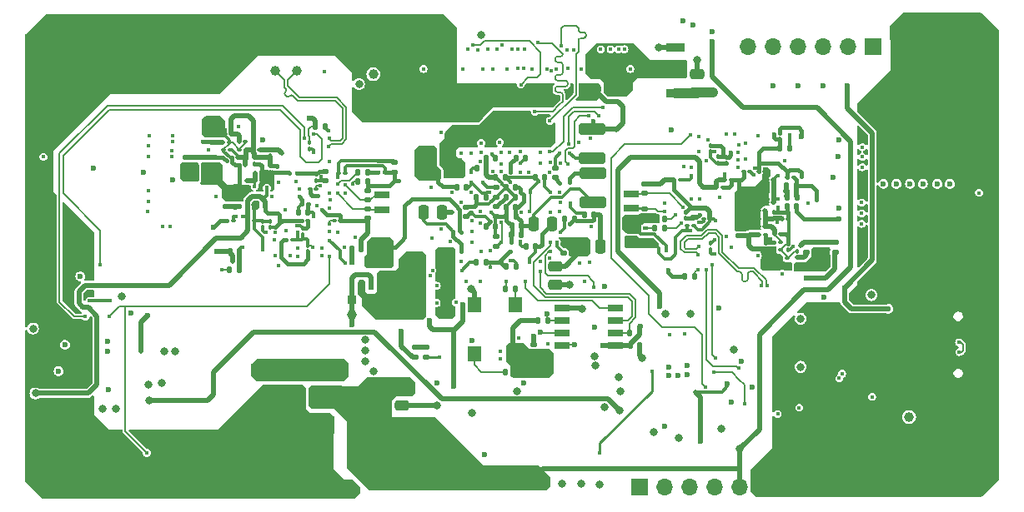
<source format=gbr>
%TF.GenerationSoftware,KiCad,Pcbnew,8.0.1*%
%TF.CreationDate,2025-01-10T22:18:19+05:00*%
%TF.ProjectId,BENE_DOUBLE_V1,42454e45-5f44-44f5-9542-4c455f56312e,rev?*%
%TF.SameCoordinates,Original*%
%TF.FileFunction,Copper,L6,Bot*%
%TF.FilePolarity,Positive*%
%FSLAX46Y46*%
G04 Gerber Fmt 4.6, Leading zero omitted, Abs format (unit mm)*
G04 Created by KiCad (PCBNEW 8.0.1) date 2025-01-10 22:18:19*
%MOMM*%
%LPD*%
G01*
G04 APERTURE LIST*
G04 Aperture macros list*
%AMRoundRect*
0 Rectangle with rounded corners*
0 $1 Rounding radius*
0 $2 $3 $4 $5 $6 $7 $8 $9 X,Y pos of 4 corners*
0 Add a 4 corners polygon primitive as box body*
4,1,4,$2,$3,$4,$5,$6,$7,$8,$9,$2,$3,0*
0 Add four circle primitives for the rounded corners*
1,1,$1+$1,$2,$3*
1,1,$1+$1,$4,$5*
1,1,$1+$1,$6,$7*
1,1,$1+$1,$8,$9*
0 Add four rect primitives between the rounded corners*
20,1,$1+$1,$2,$3,$4,$5,0*
20,1,$1+$1,$4,$5,$6,$7,0*
20,1,$1+$1,$6,$7,$8,$9,0*
20,1,$1+$1,$8,$9,$2,$3,0*%
G04 Aperture macros list end*
%TA.AperFunction,ComponentPad*%
%ADD10C,6.400000*%
%TD*%
%TA.AperFunction,ComponentPad*%
%ADD11R,1.700000X1.700000*%
%TD*%
%TA.AperFunction,ComponentPad*%
%ADD12O,1.700000X1.700000*%
%TD*%
%TA.AperFunction,SMDPad,CuDef*%
%ADD13RoundRect,0.100000X0.130000X0.100000X-0.130000X0.100000X-0.130000X-0.100000X0.130000X-0.100000X0*%
%TD*%
%TA.AperFunction,SMDPad,CuDef*%
%ADD14RoundRect,0.100000X-0.130000X-0.100000X0.130000X-0.100000X0.130000X0.100000X-0.130000X0.100000X0*%
%TD*%
%TA.AperFunction,SMDPad,CuDef*%
%ADD15RoundRect,0.140000X0.140000X0.170000X-0.140000X0.170000X-0.140000X-0.170000X0.140000X-0.170000X0*%
%TD*%
%TA.AperFunction,SMDPad,CuDef*%
%ADD16C,1.000000*%
%TD*%
%TA.AperFunction,SMDPad,CuDef*%
%ADD17RoundRect,0.250000X1.100000X-0.325000X1.100000X0.325000X-1.100000X0.325000X-1.100000X-0.325000X0*%
%TD*%
%TA.AperFunction,SMDPad,CuDef*%
%ADD18RoundRect,0.135000X0.135000X0.185000X-0.135000X0.185000X-0.135000X-0.185000X0.135000X-0.185000X0*%
%TD*%
%TA.AperFunction,SMDPad,CuDef*%
%ADD19RoundRect,0.100000X0.100000X-0.130000X0.100000X0.130000X-0.100000X0.130000X-0.100000X-0.130000X0*%
%TD*%
%TA.AperFunction,SMDPad,CuDef*%
%ADD20RoundRect,0.140000X-0.140000X-0.170000X0.140000X-0.170000X0.140000X0.170000X-0.140000X0.170000X0*%
%TD*%
%TA.AperFunction,SMDPad,CuDef*%
%ADD21RoundRect,0.250000X0.325000X1.100000X-0.325000X1.100000X-0.325000X-1.100000X0.325000X-1.100000X0*%
%TD*%
%TA.AperFunction,SMDPad,CuDef*%
%ADD22RoundRect,0.225000X-0.250000X0.225000X-0.250000X-0.225000X0.250000X-0.225000X0.250000X0.225000X0*%
%TD*%
%TA.AperFunction,SMDPad,CuDef*%
%ADD23R,1.500000X0.800000*%
%TD*%
%TA.AperFunction,SMDPad,CuDef*%
%ADD24RoundRect,0.140000X0.170000X-0.140000X0.170000X0.140000X-0.170000X0.140000X-0.170000X-0.140000X0*%
%TD*%
%TA.AperFunction,SMDPad,CuDef*%
%ADD25RoundRect,0.250000X-0.250000X-0.475000X0.250000X-0.475000X0.250000X0.475000X-0.250000X0.475000X0*%
%TD*%
%TA.AperFunction,SMDPad,CuDef*%
%ADD26RoundRect,0.250000X0.250000X0.475000X-0.250000X0.475000X-0.250000X-0.475000X0.250000X-0.475000X0*%
%TD*%
%TA.AperFunction,SMDPad,CuDef*%
%ADD27RoundRect,0.140000X-0.170000X0.140000X-0.170000X-0.140000X0.170000X-0.140000X0.170000X0.140000X0*%
%TD*%
%TA.AperFunction,SMDPad,CuDef*%
%ADD28RoundRect,0.250000X-0.475000X0.250000X-0.475000X-0.250000X0.475000X-0.250000X0.475000X0.250000X0*%
%TD*%
%TA.AperFunction,SMDPad,CuDef*%
%ADD29RoundRect,0.135000X-0.185000X0.135000X-0.185000X-0.135000X0.185000X-0.135000X0.185000X0.135000X0*%
%TD*%
%TA.AperFunction,SMDPad,CuDef*%
%ADD30RoundRect,0.135000X-0.135000X-0.185000X0.135000X-0.185000X0.135000X0.185000X-0.135000X0.185000X0*%
%TD*%
%TA.AperFunction,SMDPad,CuDef*%
%ADD31R,0.508000X0.952500*%
%TD*%
%TA.AperFunction,SMDPad,CuDef*%
%ADD32RoundRect,0.250000X0.475000X-0.250000X0.475000X0.250000X-0.475000X0.250000X-0.475000X-0.250000X0*%
%TD*%
%TA.AperFunction,SMDPad,CuDef*%
%ADD33RoundRect,0.100000X-0.100000X0.130000X-0.100000X-0.130000X0.100000X-0.130000X0.100000X0.130000X0*%
%TD*%
%TA.AperFunction,SMDPad,CuDef*%
%ADD34R,0.508000X0.431800*%
%TD*%
%TA.AperFunction,SMDPad,CuDef*%
%ADD35R,0.508000X0.355600*%
%TD*%
%TA.AperFunction,SMDPad,CuDef*%
%ADD36RoundRect,0.135000X0.185000X-0.135000X0.185000X0.135000X-0.185000X0.135000X-0.185000X-0.135000X0*%
%TD*%
%TA.AperFunction,SMDPad,CuDef*%
%ADD37R,1.900000X0.900000*%
%TD*%
%TA.AperFunction,SMDPad,CuDef*%
%ADD38R,1.900000X3.200000*%
%TD*%
%TA.AperFunction,SMDPad,CuDef*%
%ADD39R,1.346200X1.524000*%
%TD*%
%TA.AperFunction,SMDPad,CuDef*%
%ADD40RoundRect,0.147500X-0.172500X0.147500X-0.172500X-0.147500X0.172500X-0.147500X0.172500X0.147500X0*%
%TD*%
%TA.AperFunction,SMDPad,CuDef*%
%ADD41R,1.500000X0.650000*%
%TD*%
%TA.AperFunction,SMDPad,CuDef*%
%ADD42RoundRect,0.225000X-0.225000X-0.250000X0.225000X-0.250000X0.225000X0.250000X-0.225000X0.250000X0*%
%TD*%
%TA.AperFunction,ViaPad*%
%ADD43C,0.400000*%
%TD*%
%TA.AperFunction,ViaPad*%
%ADD44C,0.600000*%
%TD*%
%TA.AperFunction,ViaPad*%
%ADD45C,0.800000*%
%TD*%
%TA.AperFunction,ViaPad*%
%ADD46C,1.000000*%
%TD*%
%TA.AperFunction,Conductor*%
%ADD47C,0.500000*%
%TD*%
%TA.AperFunction,Conductor*%
%ADD48C,0.300000*%
%TD*%
%TA.AperFunction,Conductor*%
%ADD49C,0.400000*%
%TD*%
%TA.AperFunction,Conductor*%
%ADD50C,0.200000*%
%TD*%
%TA.AperFunction,Conductor*%
%ADD51C,0.150000*%
%TD*%
%TA.AperFunction,Conductor*%
%ADD52C,0.254000*%
%TD*%
%TA.AperFunction,Conductor*%
%ADD53C,1.000000*%
%TD*%
G04 APERTURE END LIST*
D10*
%TO.P,H3,1,1*%
%TO.N,GND*%
X58000000Y-128000000D03*
%TD*%
D11*
%TO.P,J7,1,Pin_1*%
%TO.N,FPGA_3V3*%
X140610000Y-85750000D03*
D12*
%TO.P,J7,2,Pin_2*%
%TO.N,/FPGA/JTAG_TCK*%
X138070000Y-85750000D03*
%TO.P,J7,3,Pin_3*%
%TO.N,/FPGA/JTAG_TDI*%
X135530000Y-85750000D03*
%TO.P,J7,4,Pin_4*%
%TO.N,/FPGA/JTAG_TDO*%
X132990000Y-85750000D03*
%TO.P,J7,5,Pin_5*%
%TO.N,/FPGA/JTAG_TMS*%
X130450000Y-85750000D03*
%TO.P,J7,6,Pin_6*%
%TO.N,GND*%
X127910000Y-85750000D03*
%TD*%
D10*
%TO.P,H2,1,1*%
%TO.N,GND*%
X58000000Y-86000000D03*
%TD*%
%TO.P,H1,1,1*%
%TO.N,GND*%
X150000000Y-86000000D03*
%TD*%
%TO.P,H4,1,1*%
%TO.N,GND*%
X150000000Y-128000000D03*
%TD*%
D11*
%TO.P,J4,1,Pin_1*%
%TO.N,/MCU/MOSI*%
X116920000Y-130500000D03*
D12*
%TO.P,J4,2,Pin_2*%
%TO.N,/MCU/MISO*%
X119460000Y-130500000D03*
%TO.P,J4,3,Pin_3*%
%TO.N,/MCU/SCK*%
X122000000Y-130500000D03*
%TO.P,J4,4,Pin_4*%
%TO.N,/MCU/RESET*%
X124540000Y-130500000D03*
%TO.P,J4,5,Pin_5*%
%TO.N,VDD_3V3*%
X127080000Y-130500000D03*
%TO.P,J4,6,Pin_6*%
%TO.N,GND*%
X129620000Y-130500000D03*
%TD*%
D13*
%TO.P,C97,1*%
%TO.N,VDDIOM_B*%
X75370000Y-96200000D03*
%TO.P,C97,2*%
%TO.N,GND*%
X74730000Y-96200000D03*
%TD*%
%TO.P,C94,1*%
%TO.N,VDDIOM_B*%
X76170000Y-97000000D03*
%TO.P,C94,2*%
%TO.N,GND*%
X75530000Y-97000000D03*
%TD*%
%TO.P,C103,1*%
%TO.N,VDD_3V3_B*%
X84120000Y-100250000D03*
%TO.P,C103,2*%
%TO.N,GND*%
X83480000Y-100250000D03*
%TD*%
D14*
%TO.P,C35,1*%
%TO.N,VDDIOM_A*%
X130630000Y-104800000D03*
%TO.P,C35,2*%
%TO.N,GND*%
X131270000Y-104800000D03*
%TD*%
D15*
%TO.P,C39,1*%
%TO.N,VDD_3V3_A*%
X132880000Y-102000000D03*
%TO.P,C39,2*%
%TO.N,GND*%
X131920000Y-102000000D03*
%TD*%
D16*
%TO.P,D+,1,1*%
%TO.N,/MPUB/USB_SAMB_D+*%
X79950000Y-88200000D03*
%TD*%
D17*
%TO.P,C126,1*%
%TO.N,FPGA_1V2*%
X112200000Y-101575000D03*
%TO.P,C126,2*%
%TO.N,GND*%
X112200000Y-98625000D03*
%TD*%
D18*
%TO.P,R64,1*%
%TO.N,/FPGA/WP_N*%
X107610000Y-113600000D03*
%TO.P,R64,2*%
%TO.N,FPGA_3V3*%
X106590000Y-113600000D03*
%TD*%
D16*
%TO.P,TP3,1,1*%
%TO.N,FPGA_1V2*%
X90900000Y-106150000D03*
%TD*%
D14*
%TO.P,C45,1*%
%TO.N,VDD_3V3_A*%
X131930000Y-99000000D03*
%TO.P,C45,2*%
%TO.N,GND*%
X132570000Y-99000000D03*
%TD*%
D19*
%TO.P,C37,1*%
%TO.N,VDDIOM_A*%
X132000000Y-106420000D03*
%TO.P,C37,2*%
%TO.N,GND*%
X132000000Y-105780000D03*
%TD*%
D13*
%TO.P,C24,1*%
%TO.N,VDDIOM_A*%
X129670000Y-102450000D03*
%TO.P,C24,2*%
%TO.N,GND*%
X129030000Y-102450000D03*
%TD*%
D15*
%TO.P,C154,1*%
%TO.N,FPGA_1V2*%
X104930000Y-103950000D03*
%TO.P,C154,2*%
%TO.N,GND*%
X103970000Y-103950000D03*
%TD*%
D18*
%TO.P,R47,1*%
%TO.N,Net-(U8-OUT)*%
X89360000Y-98500000D03*
%TO.P,R47,2*%
%TO.N,/MPUB/XIN24M_B*%
X88340000Y-98500000D03*
%TD*%
D20*
%TO.P,C68,1*%
%TO.N,VDDIOM_B*%
X71820000Y-98900000D03*
%TO.P,C68,2*%
%TO.N,GND*%
X72780000Y-98900000D03*
%TD*%
D21*
%TO.P,C158,1*%
%TO.N,FPGA_3V3*%
X97375000Y-108400000D03*
%TO.P,C158,2*%
%TO.N,GND*%
X94425000Y-108400000D03*
%TD*%
D22*
%TO.P,C121,1*%
%TO.N,FPGA_1V2*%
X90862999Y-107504150D03*
%TO.P,C121,2*%
%TO.N,GND*%
X90862999Y-109054150D03*
%TD*%
D23*
%TO.P,Y2,1,1*%
%TO.N,/MPUA/XIN32K_A*%
X116050000Y-102200000D03*
%TO.P,Y2,2,2*%
%TO.N,/MPUA/XOUT32K_A*%
X116050000Y-100700000D03*
%TD*%
D13*
%TO.P,C101,1*%
%TO.N,VDDIOM_B*%
X76970000Y-96200000D03*
%TO.P,C101,2*%
%TO.N,GND*%
X76330000Y-96200000D03*
%TD*%
D24*
%TO.P,C170,1*%
%TO.N,FPGA_3V3*%
X99350000Y-103010000D03*
%TO.P,C170,2*%
%TO.N,GND*%
X99350000Y-102050000D03*
%TD*%
D15*
%TO.P,C184,1*%
%TO.N,FPGA_3V3*%
X99330000Y-100050000D03*
%TO.P,C184,2*%
%TO.N,GND*%
X98370000Y-100050000D03*
%TD*%
D24*
%TO.P,C23,1*%
%TO.N,VDDIOM_A*%
X128050000Y-104960000D03*
%TO.P,C23,2*%
%TO.N,GND*%
X128050000Y-104000000D03*
%TD*%
%TO.P,C69,1*%
%TO.N,VDDIOM_B*%
X71800000Y-97980000D03*
%TO.P,C69,2*%
%TO.N,DDR_VREF_B*%
X71800000Y-97020000D03*
%TD*%
D20*
%TO.P,C168,1*%
%TO.N,FPGA_3V3*%
X100370000Y-107700000D03*
%TO.P,C168,2*%
%TO.N,GND*%
X101330000Y-107700000D03*
%TD*%
D25*
%TO.P,C125,1*%
%TO.N,FPGA_1V2*%
X106150000Y-103750000D03*
%TO.P,C125,2*%
%TO.N,GND*%
X108050000Y-103750000D03*
%TD*%
D26*
%TO.P,C161,1*%
%TO.N,FPGA_3V3*%
X97400000Y-97100000D03*
%TO.P,C161,2*%
%TO.N,GND*%
X95500000Y-97100000D03*
%TD*%
D14*
%TO.P,C43,1*%
%TO.N,VDD_3V3_A*%
X129030000Y-98450000D03*
%TO.P,C43,2*%
%TO.N,GND*%
X129670000Y-98450000D03*
%TD*%
D27*
%TO.P,C75,1*%
%TO.N,/MPUB/XOUT32K_B*%
X89350000Y-102220000D03*
%TO.P,C75,2*%
%TO.N,GND*%
X89350000Y-103180000D03*
%TD*%
D28*
%TO.P,C149,1*%
%TO.N,+5V*%
X82250000Y-118950000D03*
%TO.P,C149,2*%
%TO.N,GND*%
X82250000Y-120850000D03*
%TD*%
D21*
%TO.P,C157,1*%
%TO.N,FPGA_3V3*%
X97325000Y-111600000D03*
%TO.P,C157,2*%
%TO.N,GND*%
X94375000Y-111600000D03*
%TD*%
D29*
%TO.P,R37,1*%
%TO.N,DDR_VREF_A*%
X135850000Y-105640000D03*
%TO.P,R37,2*%
%TO.N,GND*%
X135850000Y-106660000D03*
%TD*%
D30*
%TO.P,R32,1*%
%TO.N,GND*%
X118490000Y-103250000D03*
%TO.P,R32,2*%
%TO.N,/MPUA/XOUT24M_A*%
X119510000Y-103250000D03*
%TD*%
%TO.P,R33,1*%
%TO.N,/MPUA/DDR_CAL_A*%
X131890000Y-101050000D03*
%TO.P,R33,2*%
%TO.N,GND*%
X132910000Y-101050000D03*
%TD*%
D20*
%TO.P,C180,1*%
%TO.N,FPGA_3V3*%
X105420000Y-106050000D03*
%TO.P,C180,2*%
%TO.N,GND*%
X106380000Y-106050000D03*
%TD*%
D25*
%TO.P,C178,1*%
%TO.N,FPGA_3V3*%
X111050000Y-106050000D03*
%TO.P,C178,2*%
%TO.N,GND*%
X112950000Y-106050000D03*
%TD*%
D24*
%TO.P,C104,1*%
%TO.N,VDDPLLA_B*%
X85050000Y-99380000D03*
%TO.P,C104,2*%
%TO.N,GND*%
X85050000Y-98420000D03*
%TD*%
%TO.P,C182,1*%
%TO.N,FPGA_3V3*%
X102400000Y-106030000D03*
%TO.P,C182,2*%
%TO.N,GND*%
X102400000Y-105070000D03*
%TD*%
D13*
%TO.P,C20,1*%
%TO.N,VDD_CORE_A*%
X128120000Y-98450000D03*
%TO.P,C20,2*%
%TO.N,GND*%
X127480000Y-98450000D03*
%TD*%
D31*
%TO.P,U1,1,1*%
%TO.N,FPGA_3V3*%
X89650000Y-110052700D03*
%TO.P,U1,2,2*%
%TO.N,GND*%
X88699999Y-110052700D03*
%TO.P,U1,3,3*%
%TO.N,FPGA_3V3*%
X87749998Y-110052700D03*
%TO.P,U1,4,4*%
%TO.N,Net-(C123-Pad1)*%
X87749998Y-107500000D03*
%TO.P,U1,5,5*%
%TO.N,FPGA_1V2*%
X89650000Y-107500000D03*
%TD*%
D15*
%TO.P,C171,1*%
%TO.N,FPGA_3V3*%
X101330000Y-101050000D03*
%TO.P,C171,2*%
%TO.N,GND*%
X100370000Y-101050000D03*
%TD*%
D18*
%TO.P,R34,1*%
%TO.N,Net-(U4E-ADVREFP)*%
X132160000Y-96050000D03*
%TO.P,R34,2*%
%TO.N,VDD_3V3_A*%
X131140000Y-96050000D03*
%TD*%
D32*
%TO.P,C120,1*%
%TO.N,+5V*%
X122800000Y-90400000D03*
%TO.P,C120,2*%
%TO.N,GND*%
X122800000Y-88500000D03*
%TD*%
D33*
%TO.P,C79,1*%
%TO.N,VDD_3V3_B*%
X83250000Y-105930000D03*
%TO.P,C79,2*%
%TO.N,GND*%
X83250000Y-106570000D03*
%TD*%
D15*
%TO.P,C80,1*%
%TO.N,VDD_CORE_B*%
X83280000Y-102600000D03*
%TO.P,C80,2*%
%TO.N,GND*%
X82320000Y-102600000D03*
%TD*%
%TO.P,C179,1*%
%TO.N,FPGA_3V3*%
X105330000Y-97050000D03*
%TO.P,C179,2*%
%TO.N,GND*%
X104370000Y-97050000D03*
%TD*%
D34*
%TO.P,U8,1,OE*%
%TO.N,VDD_3V3_B*%
X91074650Y-97340641D03*
D35*
%TO.P,U8,2,GND*%
%TO.N,GND*%
X91074650Y-98499999D03*
%TO.P,U8,3,OUT*%
%TO.N,Net-(U8-OUT)*%
X90325350Y-98499999D03*
%TO.P,U8,4,VDD*%
%TO.N,VDD_3V3_B*%
X90325350Y-97300001D03*
%TD*%
D19*
%TO.P,C89,1*%
%TO.N,VDDIOM_B*%
X79450000Y-96870000D03*
%TO.P,C89,2*%
%TO.N,GND*%
X79450000Y-96230000D03*
%TD*%
D24*
%TO.P,C175,1*%
%TO.N,FPGA_3V3*%
X108350000Y-99030000D03*
%TO.P,C175,2*%
%TO.N,GND*%
X108350000Y-98070000D03*
%TD*%
D20*
%TO.P,C156,1*%
%TO.N,FPGA_1V2*%
X103390000Y-101050000D03*
%TO.P,C156,2*%
%TO.N,GND*%
X104350000Y-101050000D03*
%TD*%
D27*
%TO.P,C72,1*%
%TO.N,VDD_3V3_B*%
X92050000Y-97520000D03*
%TO.P,C72,2*%
%TO.N,GND*%
X92050000Y-98480000D03*
%TD*%
D13*
%TO.P,C92,1*%
%TO.N,VDD_CORE_B*%
X83320000Y-101750000D03*
%TO.P,C92,2*%
%TO.N,GND*%
X82680000Y-101750000D03*
%TD*%
D26*
%TO.P,C163,1*%
%TO.N,FPGA_3V3*%
X96900000Y-102600000D03*
%TO.P,C163,2*%
%TO.N,GND*%
X95000000Y-102600000D03*
%TD*%
D13*
%TO.P,C78,1*%
%TO.N,VDD_3V3_B*%
X81720000Y-105400000D03*
%TO.P,C78,2*%
%TO.N,GND*%
X81080000Y-105400000D03*
%TD*%
D20*
%TO.P,C174,1*%
%TO.N,FPGA_3V3*%
X106320000Y-99000000D03*
%TO.P,C174,2*%
%TO.N,GND*%
X107280000Y-99000000D03*
%TD*%
D15*
%TO.P,C113,1*%
%TO.N,FPGA_1V2*%
X104380000Y-103000000D03*
%TO.P,C113,2*%
%TO.N,GND*%
X103420000Y-103000000D03*
%TD*%
D20*
%TO.P,C64,1*%
%TO.N,/MPUA/DDR_CAL_A*%
X131870000Y-99850000D03*
%TO.P,C64,2*%
%TO.N,GND*%
X132830000Y-99850000D03*
%TD*%
D15*
%TO.P,C77,1*%
%TO.N,VDD_3V3_B*%
X76330000Y-106600000D03*
%TO.P,C77,2*%
%TO.N,GND*%
X75370000Y-106600000D03*
%TD*%
D16*
%TO.P,TP2,1,1*%
%TO.N,FPGA_3V3*%
X87750000Y-113000000D03*
%TD*%
D27*
%TO.P,C167,1*%
%TO.N,FPGA_3V3*%
X109200000Y-105770000D03*
%TO.P,C167,2*%
%TO.N,GND*%
X109200000Y-106730000D03*
%TD*%
D19*
%TO.P,C51,1*%
%TO.N,VDDPLLA_A*%
X121600000Y-103220000D03*
%TO.P,C51,2*%
%TO.N,GND*%
X121600000Y-102580000D03*
%TD*%
D14*
%TO.P,C109,1*%
%TO.N,VDDIOM_B*%
X77730000Y-96200000D03*
%TO.P,C109,2*%
%TO.N,GND*%
X78370000Y-96200000D03*
%TD*%
D15*
%TO.P,C153,1*%
%TO.N,FPGA_1V2*%
X104880000Y-104900000D03*
%TO.P,C153,2*%
%TO.N,GND*%
X103920000Y-104900000D03*
%TD*%
D27*
%TO.P,C155,1*%
%TO.N,FPGA_1V2*%
X102350000Y-102020000D03*
%TO.P,C155,2*%
%TO.N,GND*%
X102350000Y-102980000D03*
%TD*%
D19*
%TO.P,C27,1*%
%TO.N,VDDIOM_A*%
X129750000Y-106320000D03*
%TO.P,C27,2*%
%TO.N,GND*%
X129750000Y-105680000D03*
%TD*%
D33*
%TO.P,C90,1*%
%TO.N,VDDIOM_B*%
X77850000Y-97030000D03*
%TO.P,C90,2*%
%TO.N,GND*%
X77850000Y-97670000D03*
%TD*%
D15*
%TO.P,C127,1*%
%TO.N,FPGA_1V2*%
X104330000Y-102050000D03*
%TO.P,C127,2*%
%TO.N,GND*%
X103370000Y-102050000D03*
%TD*%
D14*
%TO.P,C41,1*%
%TO.N,VDD_3V3_A*%
X121800000Y-103950000D03*
%TO.P,C41,2*%
%TO.N,GND*%
X122440000Y-103950000D03*
%TD*%
D19*
%TO.P,C88,1*%
%TO.N,VDD_CORE_B*%
X79450000Y-104120000D03*
%TO.P,C88,2*%
%TO.N,GND*%
X79450000Y-103480000D03*
%TD*%
D13*
%TO.P,C85,1*%
%TO.N,VDDIOM_B*%
X76920000Y-97800000D03*
%TO.P,C85,2*%
%TO.N,GND*%
X76280000Y-97800000D03*
%TD*%
D20*
%TO.P,C183,1*%
%TO.N,FPGA_3V3*%
X101370000Y-104000000D03*
%TO.P,C183,2*%
%TO.N,GND*%
X102330000Y-104000000D03*
%TD*%
D24*
%TO.P,C61,1*%
%TO.N,VDD_3V3_A*%
X115900000Y-105330000D03*
%TO.P,C61,2*%
%TO.N,GND*%
X115900000Y-104370000D03*
%TD*%
D29*
%TO.P,R39,1*%
%TO.N,DDR_VREF_B*%
X73750000Y-96990000D03*
%TO.P,R39,2*%
%TO.N,GND*%
X73750000Y-98010000D03*
%TD*%
D15*
%TO.P,C176,1*%
%TO.N,FPGA_3V3*%
X97430000Y-98600000D03*
%TO.P,C176,2*%
%TO.N,GND*%
X96470000Y-98600000D03*
%TD*%
D36*
%TO.P,R42,1*%
%TO.N,/MPUB/DDR_CAL_B*%
X76250000Y-102010000D03*
%TO.P,R42,2*%
%TO.N,GND*%
X76250000Y-100990000D03*
%TD*%
D15*
%TO.P,C112,1*%
%TO.N,GND*%
X116930000Y-116100000D03*
%TO.P,C112,2*%
%TO.N,FPGA_3V3*%
X115970000Y-116100000D03*
%TD*%
D28*
%TO.P,C150,1*%
%TO.N,VDD_3V3*%
X92800000Y-120350000D03*
%TO.P,C150,2*%
%TO.N,GND*%
X92800000Y-122250000D03*
%TD*%
D19*
%TO.P,C111,1*%
%TO.N,VDD_3V3_B*%
X83450000Y-96120000D03*
%TO.P,C111,2*%
%TO.N,GND*%
X83450000Y-95480000D03*
%TD*%
D14*
%TO.P,C95,1*%
%TO.N,VDD_3V3_B*%
X86380000Y-98600000D03*
%TO.P,C95,2*%
%TO.N,GND*%
X87020000Y-98600000D03*
%TD*%
D27*
%TO.P,C129,1*%
%TO.N,GND*%
X106200000Y-116020000D03*
%TO.P,C129,2*%
%TO.N,FPGA_3V3*%
X106200000Y-116980000D03*
%TD*%
D15*
%TO.P,C181,1*%
%TO.N,FPGA_3V3*%
X104380000Y-108050000D03*
%TO.P,C181,2*%
%TO.N,GND*%
X103420000Y-108050000D03*
%TD*%
D14*
%TO.P,C93,1*%
%TO.N,VDDIOM_B*%
X77930000Y-98600000D03*
%TO.P,C93,2*%
%TO.N,GND*%
X78570000Y-98600000D03*
%TD*%
D20*
%TO.P,C165,1*%
%TO.N,FPGA_3V3*%
X100440000Y-98100000D03*
%TO.P,C165,2*%
%TO.N,GND*%
X101400000Y-98100000D03*
%TD*%
D13*
%TO.P,C47,1*%
%TO.N,VDD_3V3_A*%
X121070000Y-99250000D03*
%TO.P,C47,2*%
%TO.N,GND*%
X120430000Y-99250000D03*
%TD*%
D23*
%TO.P,Y3,1,1*%
%TO.N,/MPUB/XIN32K_B*%
X90800000Y-100800000D03*
%TO.P,Y3,2,2*%
%TO.N,/MPUB/XOUT32K_B*%
X90800000Y-102300000D03*
%TD*%
D24*
%TO.P,C63,1*%
%TO.N,/MPUA/XOUT32K_A*%
X117450000Y-100680000D03*
%TO.P,C63,2*%
%TO.N,GND*%
X117450000Y-99720000D03*
%TD*%
D14*
%TO.P,C34,1*%
%TO.N,VDDIOM_A*%
X129080000Y-104850000D03*
%TO.P,C34,2*%
%TO.N,GND*%
X129720000Y-104850000D03*
%TD*%
%TO.P,C83,1*%
%TO.N,VDD_3V3_B*%
X85930000Y-103400000D03*
%TO.P,C83,2*%
%TO.N,GND*%
X86570000Y-103400000D03*
%TD*%
D13*
%TO.P,C18,1*%
%TO.N,VDD_CORE_A*%
X130520000Y-101600000D03*
%TO.P,C18,2*%
%TO.N,GND*%
X129880000Y-101600000D03*
%TD*%
D14*
%TO.P,C38,1*%
%TO.N,VDDIOM_A*%
X132180000Y-108050000D03*
%TO.P,C38,2*%
%TO.N,GND*%
X132820000Y-108050000D03*
%TD*%
D24*
%TO.P,C81,1*%
%TO.N,VDDIOM_B*%
X73600000Y-95480000D03*
%TO.P,C81,2*%
%TO.N,GND*%
X73600000Y-94520000D03*
%TD*%
D20*
%TO.P,C172,1*%
%TO.N,FPGA_3V3*%
X111320000Y-102800000D03*
%TO.P,C172,2*%
%TO.N,GND*%
X112280000Y-102800000D03*
%TD*%
D15*
%TO.P,C124,1*%
%TO.N,FPGA_1V2*%
X104330000Y-100050000D03*
%TO.P,C124,2*%
%TO.N,GND*%
X103370000Y-100050000D03*
%TD*%
D13*
%TO.P,C102,1*%
%TO.N,VDDIOM_B*%
X75470000Y-94650000D03*
%TO.P,C102,2*%
%TO.N,GND*%
X74830000Y-94650000D03*
%TD*%
D16*
%TO.P,D-,1,1*%
%TO.N,/MPUB/USB_SAMB_D-*%
X82150000Y-88200000D03*
%TD*%
D36*
%TO.P,R68,1*%
%TO.N,GND*%
X94200000Y-117310000D03*
%TO.P,R68,2*%
%TO.N,Net-(D11-K)*%
X94200000Y-116290000D03*
%TD*%
D37*
%TO.P,IC6,1,GND*%
%TO.N,GND*%
X84500000Y-123550000D03*
%TO.P,IC6,2,VOUT_1*%
%TO.N,VDD_3V3*%
X84500000Y-121250000D03*
%TO.P,IC6,3,VIN*%
%TO.N,+5V*%
X84500000Y-118950000D03*
D38*
%TO.P,IC6,4,VOUT_2*%
%TO.N,VDD_3V3*%
X90600000Y-121250000D03*
%TD*%
D14*
%TO.P,C96,1*%
%TO.N,VDD_CORE_B*%
X77130000Y-101800000D03*
%TO.P,C96,2*%
%TO.N,GND*%
X77770000Y-101800000D03*
%TD*%
D28*
%TO.P,C164,1*%
%TO.N,FPGA_3V3*%
X108400000Y-108050000D03*
%TO.P,C164,2*%
%TO.N,GND*%
X108400000Y-109950000D03*
%TD*%
D15*
%TO.P,C17,1*%
%TO.N,VDD_CORE_A*%
X130580000Y-100850000D03*
%TO.P,C17,2*%
%TO.N,GND*%
X129620000Y-100850000D03*
%TD*%
D14*
%TO.P,C100,1*%
%TO.N,VDD_CORE_B*%
X77180000Y-103400000D03*
%TO.P,C100,2*%
%TO.N,GND*%
X77820000Y-103400000D03*
%TD*%
D15*
%TO.P,C169,1*%
%TO.N,FPGA_3V3*%
X102330000Y-97050000D03*
%TO.P,C169,2*%
%TO.N,GND*%
X101370000Y-97050000D03*
%TD*%
D36*
%TO.P,R38,1*%
%TO.N,VDDIOM_B*%
X70850000Y-98010000D03*
%TO.P,R38,2*%
%TO.N,DDR_VREF_B*%
X70850000Y-96990000D03*
%TD*%
D27*
%TO.P,C128,1*%
%TO.N,FPGA_1V2*%
X102350000Y-100070000D03*
%TO.P,C128,2*%
%TO.N,GND*%
X102350000Y-101030000D03*
%TD*%
D19*
%TO.P,C99,1*%
%TO.N,VDD_3V3_B*%
X78650000Y-104120000D03*
%TO.P,C99,2*%
%TO.N,GND*%
X78650000Y-103480000D03*
%TD*%
D20*
%TO.P,C123,1*%
%TO.N,Net-(C123-Pad1)*%
X87732999Y-106304150D03*
%TO.P,C123,2*%
%TO.N,GND*%
X88692999Y-106304150D03*
%TD*%
D14*
%TO.P,C33,1*%
%TO.N,VDDIOM_A*%
X131280000Y-107200000D03*
%TO.P,C33,2*%
%TO.N,GND*%
X131920000Y-107200000D03*
%TD*%
D19*
%TO.P,C46,1*%
%TO.N,VDD_3V3_A*%
X125750000Y-97620000D03*
%TO.P,C46,2*%
%TO.N,GND*%
X125750000Y-96980000D03*
%TD*%
D14*
%TO.P,C26,1*%
%TO.N,VDDIOM_A*%
X130580000Y-106400000D03*
%TO.P,C26,2*%
%TO.N,GND*%
X131220000Y-106400000D03*
%TD*%
D18*
%TO.P,R40,1*%
%TO.N,/MPUB/USB_RTUNE_B*%
X85060000Y-93850000D03*
%TO.P,R40,2*%
%TO.N,GND*%
X84040000Y-93850000D03*
%TD*%
D30*
%TO.P,R31,1*%
%TO.N,Net-(U7-OUT)*%
X118490000Y-104200000D03*
%TO.P,R31,2*%
%TO.N,/MPUA/XIN24M_A*%
X119510000Y-104200000D03*
%TD*%
D18*
%TO.P,R35,1*%
%TO.N,/MPUA/USB_RTUNE_A*%
X122560000Y-109100000D03*
%TO.P,R35,2*%
%TO.N,GND*%
X121540000Y-109100000D03*
%TD*%
D30*
%TO.P,R41,1*%
%TO.N,Net-(U2E-ADVREFP)*%
X75240000Y-108450000D03*
%TO.P,R41,2*%
%TO.N,VDD_3V3_B*%
X76260000Y-108450000D03*
%TD*%
D27*
%TO.P,C66,1*%
%TO.N,DDR_VREF_A*%
X134800000Y-105670000D03*
%TO.P,C66,2*%
%TO.N,GND*%
X134800000Y-106630000D03*
%TD*%
D18*
%TO.P,R65,1*%
%TO.N,FPGA_3V3*%
X116960000Y-114850000D03*
%TO.P,R65,2*%
%TO.N,/FPGA/HOLD_N*%
X115940000Y-114850000D03*
%TD*%
D24*
%TO.P,C65,1*%
%TO.N,VDDIOM_A*%
X133850000Y-106630000D03*
%TO.P,C65,2*%
%TO.N,DDR_VREF_A*%
X133850000Y-105670000D03*
%TD*%
D19*
%TO.P,C40,1*%
%TO.N,VDD_3V3_A*%
X124150000Y-106400000D03*
%TO.P,C40,2*%
%TO.N,GND*%
X124150000Y-105760000D03*
%TD*%
D24*
%TO.P,C71,1*%
%TO.N,/MPUB/DDR_CAL_B*%
X74950000Y-101980000D03*
%TO.P,C71,2*%
%TO.N,GND*%
X74950000Y-101020000D03*
%TD*%
D13*
%TO.P,C19,1*%
%TO.N,VDD_CORE_A*%
X130520000Y-99250000D03*
%TO.P,C19,2*%
%TO.N,GND*%
X129880000Y-99250000D03*
%TD*%
%TO.P,C36,1*%
%TO.N,VDDIOM_A*%
X131220000Y-105600000D03*
%TO.P,C36,2*%
%TO.N,GND*%
X130580000Y-105600000D03*
%TD*%
D14*
%TO.P,C86,1*%
%TO.N,VDDIOM_B*%
X74630000Y-95500000D03*
%TO.P,C86,2*%
%TO.N,GND*%
X75270000Y-95500000D03*
%TD*%
D20*
%TO.P,C173,1*%
%TO.N,FPGA_3V3*%
X109340000Y-103250000D03*
%TO.P,C173,2*%
%TO.N,GND*%
X110300000Y-103250000D03*
%TD*%
D14*
%TO.P,C110,1*%
%TO.N,VDDIOM_B*%
X76280000Y-95400000D03*
%TO.P,C110,2*%
%TO.N,GND*%
X76920000Y-95400000D03*
%TD*%
D24*
%TO.P,C73,1*%
%TO.N,/MPUB/XIN32K_B*%
X89350000Y-101330000D03*
%TO.P,C73,2*%
%TO.N,GND*%
X89350000Y-100370000D03*
%TD*%
D15*
%TO.P,C82,1*%
%TO.N,VDDIOM_B*%
X75480000Y-93750000D03*
%TO.P,C82,2*%
%TO.N,GND*%
X74520000Y-93750000D03*
%TD*%
D19*
%TO.P,C32,1*%
%TO.N,VDDIOM_A*%
X132900000Y-107170000D03*
%TO.P,C32,2*%
%TO.N,GND*%
X132900000Y-106530000D03*
%TD*%
D33*
%TO.P,C106,1*%
%TO.N,VDDIOM_B*%
X77050000Y-99380000D03*
%TO.P,C106,2*%
%TO.N,GND*%
X77050000Y-100020000D03*
%TD*%
%TO.P,C98,1*%
%TO.N,VDDIOM_B*%
X79450000Y-97880000D03*
%TO.P,C98,2*%
%TO.N,GND*%
X79450000Y-98520000D03*
%TD*%
D15*
%TO.P,C67,1*%
%TO.N,VDDIOM_A*%
X136780000Y-107550000D03*
%TO.P,C67,2*%
%TO.N,GND*%
X135820000Y-107550000D03*
%TD*%
D39*
%TO.P,X1,1,EN*%
%TO.N,Net-(X1-EN)*%
X100150000Y-116950000D03*
%TO.P,X1,2,GND*%
%TO.N,GND*%
X100150000Y-111950000D03*
%TO.P,X1,3,OUT*%
%TO.N,Net-(X1-OUT)*%
X104350000Y-111950000D03*
%TO.P,X1,4,V+*%
%TO.N,FPGA_3V3*%
X104350000Y-116950000D03*
%TD*%
D17*
%TO.P,C160,1*%
%TO.N,FPGA_3V3*%
X105950000Y-93525000D03*
%TO.P,C160,2*%
%TO.N,GND*%
X105950000Y-90575000D03*
%TD*%
D19*
%TO.P,C48,1*%
%TO.N,VDD_3V3_A*%
X124150000Y-96420000D03*
%TO.P,C48,2*%
%TO.N,GND*%
X124150000Y-95780000D03*
%TD*%
D18*
%TO.P,R48,1*%
%TO.N,GND*%
X89360000Y-99450000D03*
%TO.P,R48,2*%
%TO.N,/MPUB/XOUT24M_B*%
X88340000Y-99450000D03*
%TD*%
D13*
%TO.P,C87,1*%
%TO.N,VDD_3V3_B*%
X75670000Y-103400000D03*
%TO.P,C87,2*%
%TO.N,GND*%
X75030000Y-103400000D03*
%TD*%
D14*
%TO.P,C42,1*%
%TO.N,VDD_3V3_A*%
X123430000Y-103250000D03*
%TO.P,C42,2*%
%TO.N,GND*%
X124070000Y-103250000D03*
%TD*%
D19*
%TO.P,C29,1*%
%TO.N,VDDIOM_A*%
X130550000Y-103220000D03*
%TO.P,C29,2*%
%TO.N,GND*%
X130550000Y-102580000D03*
%TD*%
D15*
%TO.P,C166,1*%
%TO.N,FPGA_3V3*%
X103280000Y-99050000D03*
%TO.P,C166,2*%
%TO.N,GND*%
X102320000Y-99050000D03*
%TD*%
D13*
%TO.P,C28,1*%
%TO.N,VDDIOM_A*%
X129690000Y-103250000D03*
%TO.P,C28,2*%
%TO.N,GND*%
X129050000Y-103250000D03*
%TD*%
D19*
%TO.P,C44,1*%
%TO.N,VDD_3V3_A*%
X124900000Y-97570000D03*
%TO.P,C44,2*%
%TO.N,GND*%
X124900000Y-96930000D03*
%TD*%
D24*
%TO.P,C50,1*%
%TO.N,VDDPLLA_A*%
X122450000Y-103130000D03*
%TO.P,C50,2*%
%TO.N,GND*%
X122450000Y-102170000D03*
%TD*%
D28*
%TO.P,C119,1*%
%TO.N,FPGA_3V3*%
X112250000Y-88150000D03*
%TO.P,C119,2*%
%TO.N,GND*%
X112250000Y-90050000D03*
%TD*%
D13*
%TO.P,C30,1*%
%TO.N,VDDIOM_A*%
X129670000Y-104050000D03*
%TO.P,C30,2*%
%TO.N,GND*%
X129030000Y-104050000D03*
%TD*%
D40*
%TO.P,D11,1,K*%
%TO.N,Net-(D11-K)*%
X95300000Y-116315000D03*
%TO.P,D11,2,A*%
%TO.N,FPGA_INIT*%
X95300000Y-117285000D03*
%TD*%
D19*
%TO.P,C108,1*%
%TO.N,VDDPLLA_B*%
X84100000Y-99370000D03*
%TO.P,C108,2*%
%TO.N,GND*%
X84100000Y-98730000D03*
%TD*%
%TO.P,C107,1*%
%TO.N,VDD_3V3_B*%
X82750000Y-104870000D03*
%TO.P,C107,2*%
%TO.N,GND*%
X82750000Y-104230000D03*
%TD*%
D27*
%TO.P,C62,1*%
%TO.N,/MPUA/XIN32K_A*%
X117450000Y-102220000D03*
%TO.P,C62,2*%
%TO.N,GND*%
X117450000Y-103180000D03*
%TD*%
D34*
%TO.P,U7,1,OE*%
%TO.N,VDD_3V3_A*%
X116775350Y-105359359D03*
D35*
%TO.P,U7,2,GND*%
%TO.N,GND*%
X116775350Y-104200001D03*
%TO.P,U7,3,OUT*%
%TO.N,Net-(U7-OUT)*%
X117524650Y-104200001D03*
%TO.P,U7,4,VDD*%
%TO.N,VDD_3V3_A*%
X117524650Y-105399999D03*
%TD*%
D27*
%TO.P,C70,1*%
%TO.N,DDR_VREF_B*%
X72800000Y-97020000D03*
%TO.P,C70,2*%
%TO.N,GND*%
X72800000Y-97980000D03*
%TD*%
D18*
%TO.P,RD11,1*%
%TO.N,FPGA_3V3*%
X104360000Y-118800000D03*
%TO.P,RD11,2*%
%TO.N,Net-(X1-EN)*%
X103340000Y-118800000D03*
%TD*%
D14*
%TO.P,C105,1*%
%TO.N,VDDIOM_B*%
X77930000Y-99400000D03*
%TO.P,C105,2*%
%TO.N,GND*%
X78570000Y-99400000D03*
%TD*%
D36*
%TO.P,R36,1*%
%TO.N,VDDIOM_A*%
X136800000Y-106660000D03*
%TO.P,R36,2*%
%TO.N,DDR_VREF_A*%
X136800000Y-105640000D03*
%TD*%
D41*
%TO.P,IC8,1,CS#*%
%TO.N,/FPGA/CS_FL*%
X109100000Y-116105000D03*
%TO.P,IC8,2,SO*%
%TO.N,/FPGA/MISO_FL*%
X109100000Y-114835000D03*
%TO.P,IC8,3,WP#*%
%TO.N,/FPGA/WP_N*%
X109100000Y-113565000D03*
%TO.P,IC8,4,GND*%
%TO.N,GND*%
X109100000Y-112295000D03*
%TO.P,IC8,5,SI/IO0*%
%TO.N,/FPGA/MOSI_FL*%
X114500000Y-112295000D03*
%TO.P,IC8,6,SCK*%
%TO.N,/FPGA/SCLK_FL*%
X114500000Y-113565000D03*
%TO.P,IC8,7,HOLD#*%
%TO.N,/FPGA/HOLD_N*%
X114500000Y-114835000D03*
%TO.P,IC8,8,VCC*%
%TO.N,FPGA_3V3*%
X114500000Y-116105000D03*
%TD*%
D19*
%TO.P,C49,1*%
%TO.N,VDD_3V3_A*%
X131150000Y-95170000D03*
%TO.P,C49,2*%
%TO.N,GND*%
X131150000Y-94530000D03*
%TD*%
D14*
%TO.P,C22,1*%
%TO.N,VDD_CORE_A*%
X124730000Y-100050000D03*
%TO.P,C22,2*%
%TO.N,GND*%
X125370000Y-100050000D03*
%TD*%
D18*
%TO.P,RD14,1*%
%TO.N,Net-(X1-OUT)*%
X104360000Y-110400000D03*
%TO.P,RD14,2*%
%TO.N,/FPGA/CLK*%
X103340000Y-110400000D03*
%TD*%
D14*
%TO.P,C84,1*%
%TO.N,VDD_CORE_B*%
X82630000Y-103400000D03*
%TO.P,C84,2*%
%TO.N,GND*%
X83270000Y-103400000D03*
%TD*%
D37*
%TO.P,IC5,1,GND*%
%TO.N,GND*%
X120600000Y-85850000D03*
%TO.P,IC5,2,VOUT_1*%
%TO.N,FPGA_3V3*%
X120600000Y-88150000D03*
%TO.P,IC5,3,VIN*%
%TO.N,+5V*%
X120600000Y-90450000D03*
D38*
%TO.P,IC5,4,VOUT_2*%
%TO.N,FPGA_3V3*%
X114500000Y-88150000D03*
%TD*%
D24*
%TO.P,C31,1*%
%TO.N,VDDIOM_A*%
X127000000Y-104980000D03*
%TO.P,C31,2*%
%TO.N,GND*%
X127000000Y-104020000D03*
%TD*%
D32*
%TO.P,C162,1*%
%TO.N,FPGA_3V3*%
X99400000Y-94550000D03*
%TO.P,C162,2*%
%TO.N,GND*%
X99400000Y-92650000D03*
%TD*%
D17*
%TO.P,C159,1*%
%TO.N,FPGA_3V3*%
X112150000Y-97075000D03*
%TO.P,C159,2*%
%TO.N,GND*%
X112150000Y-94125000D03*
%TD*%
D42*
%TO.P,C122,1*%
%TO.N,FPGA_3V3*%
X87725000Y-111500000D03*
%TO.P,C122,2*%
%TO.N,GND*%
X89275000Y-111500000D03*
%TD*%
D14*
%TO.P,C25,1*%
%TO.N,VDDIOM_A*%
X131400000Y-103250000D03*
%TO.P,C25,2*%
%TO.N,GND*%
X132040000Y-103250000D03*
%TD*%
%TO.P,C21,1*%
%TO.N,VDD_CORE_A*%
X125580000Y-99250000D03*
%TO.P,C21,2*%
%TO.N,GND*%
X126220000Y-99250000D03*
%TD*%
D13*
%TO.P,C91,1*%
%TO.N,VDD_3V3_B*%
X76270000Y-107550000D03*
%TO.P,C91,2*%
%TO.N,GND*%
X75630000Y-107550000D03*
%TD*%
D17*
%TO.P,C177,1*%
%TO.N,FPGA_3V3*%
X102850000Y-93525000D03*
%TO.P,C177,2*%
%TO.N,GND*%
X102850000Y-90575000D03*
%TD*%
D43*
%TO.N,FPGA_3V3*%
X108800000Y-99600000D03*
X109850000Y-96550000D03*
D44*
X107700000Y-117350000D03*
X137750000Y-110300000D03*
D43*
X101934736Y-96633714D03*
X105850000Y-100550000D03*
D44*
X116950000Y-87950000D03*
X87750000Y-114050000D03*
D43*
X98900000Y-108500000D03*
X97900000Y-102610000D03*
X99852775Y-102553138D03*
X105800000Y-102500000D03*
X97850000Y-94550000D03*
X107850000Y-102550000D03*
X101788679Y-103548641D03*
X109900000Y-106500000D03*
X103829050Y-107470454D03*
D44*
X118000000Y-87950000D03*
X113200000Y-116100000D03*
D43*
X98850000Y-97550000D03*
X103840948Y-99515257D03*
X97800000Y-106500000D03*
X99850000Y-99550000D03*
X109950000Y-101650000D03*
D44*
X133000000Y-89700000D03*
D43*
X108900000Y-104600000D03*
D44*
X135550000Y-89700000D03*
D43*
X107950000Y-95450000D03*
D44*
X142180000Y-112400000D03*
X113350000Y-110100000D03*
D43*
X99850000Y-98550000D03*
X104829227Y-97594520D03*
D44*
X118900000Y-87950000D03*
D43*
X101668954Y-100528431D03*
D44*
X117000000Y-114150000D03*
D43*
X104846432Y-105560000D03*
D44*
X130450000Y-89700000D03*
D43*
X108850000Y-107750000D03*
X102846182Y-105614780D03*
X102883558Y-103566955D03*
D44*
X138050000Y-89700000D03*
D45*
X88450000Y-89550000D03*
D43*
X106724553Y-99430217D03*
X103815229Y-95600000D03*
D44*
X122350000Y-83500000D03*
D43*
%TO.N,FPGA_1V2*%
X104853138Y-100547225D03*
X104850000Y-103350000D03*
X101000000Y-99550000D03*
X102850000Y-101550000D03*
X98850000Y-104650000D03*
%TO.N,/USB_C/USB_D-*%
X149400000Y-116800000D03*
X149375000Y-115800000D03*
%TO.N,/FPGA/FPGA_DONE*%
X107900000Y-106600000D03*
X112300000Y-110200000D03*
D45*
%TO.N,GND*%
X143450000Y-114450000D03*
X89100000Y-115550000D03*
X66800000Y-129950000D03*
D43*
X98850000Y-96550000D03*
X128100000Y-101150000D03*
X101794508Y-108198517D03*
D45*
X84750000Y-84150000D03*
D43*
X82400000Y-100200000D03*
D45*
X64050000Y-84200000D03*
D43*
X97999826Y-104504815D03*
D46*
X146650000Y-125300000D03*
X152350000Y-118600000D03*
D43*
X80650000Y-96600000D03*
X82150000Y-103950000D03*
X114800000Y-86000000D03*
D45*
X59800000Y-122950000D03*
D43*
X126200000Y-96500000D03*
D45*
X79800000Y-130700000D03*
D43*
X125050000Y-101050000D03*
D45*
X89950000Y-118750000D03*
D44*
X69500000Y-99250000D03*
D45*
X56650000Y-95850000D03*
X119600000Y-112950000D03*
D46*
X148150000Y-92100000D03*
D43*
X105300000Y-91600000D03*
X95700000Y-109050000D03*
D45*
X61400000Y-91250000D03*
D46*
X148950000Y-107100000D03*
D45*
X67200000Y-89400000D03*
D44*
X92750000Y-114700000D03*
D45*
X96400000Y-122200000D03*
X112900000Y-130250000D03*
D46*
X59750000Y-104150000D03*
D45*
X69800000Y-116700000D03*
X100850000Y-84550000D03*
D43*
X80594220Y-106200110D03*
X103800000Y-106600000D03*
D44*
X99900000Y-115600000D03*
X101200000Y-127200000D03*
D46*
X150750000Y-108650000D03*
D44*
X105150000Y-119950000D03*
D43*
X105200000Y-87950000D03*
D45*
X60000000Y-91150000D03*
D43*
X129000000Y-94800000D03*
D45*
X95300000Y-84550000D03*
X122100000Y-112950000D03*
D46*
X55750000Y-105950000D03*
X147150000Y-107100000D03*
D43*
X130200000Y-105300000D03*
X76705776Y-100600106D03*
D46*
X152400000Y-113200000D03*
D45*
X67200000Y-87850000D03*
D43*
X103000000Y-85600000D03*
X104920955Y-102548092D03*
X104600000Y-86000000D03*
D44*
X143800000Y-117250000D03*
D45*
X120900000Y-125500000D03*
X75800000Y-130650000D03*
D46*
X150750000Y-111000000D03*
D45*
X97700000Y-84550000D03*
D43*
X126225000Y-106150000D03*
X102932886Y-99665950D03*
D46*
X151850000Y-92050000D03*
D43*
X134800000Y-107300000D03*
D46*
X142450000Y-123300000D03*
D43*
X100800000Y-102500000D03*
X107850000Y-100550000D03*
D45*
X90400000Y-112400000D03*
D43*
X119800000Y-108400000D03*
D45*
X67200000Y-86050000D03*
X83800000Y-130750000D03*
X63800000Y-122550000D03*
D44*
X119900000Y-118350000D03*
D45*
X68350000Y-130000000D03*
D46*
X146750000Y-111000000D03*
X152350000Y-116800000D03*
D45*
X70200000Y-89400000D03*
D46*
X140400000Y-129900000D03*
D44*
X106200000Y-115224998D03*
D45*
X56850000Y-92350000D03*
X92350000Y-84500000D03*
X141550000Y-111000000D03*
D43*
X84250000Y-100900000D03*
D44*
X74000000Y-106600000D03*
D46*
X143950000Y-130000000D03*
D45*
X67050000Y-120150000D03*
D46*
X150750000Y-105500000D03*
D43*
X109600000Y-86050000D03*
X113000000Y-86000000D03*
X87059999Y-107785086D03*
D45*
X133600000Y-129900000D03*
D43*
X103900000Y-105600000D03*
X96750000Y-94450000D03*
X82100000Y-98600000D03*
D46*
X145300000Y-87700000D03*
D45*
X111050000Y-130200000D03*
X144050000Y-113250000D03*
D46*
X146400000Y-92100000D03*
D45*
X118850000Y-85850000D03*
D44*
X121750000Y-119100000D03*
D45*
X79750000Y-84200000D03*
D43*
X130950000Y-102060000D03*
D46*
X55750000Y-107250000D03*
X141100000Y-92050000D03*
D43*
X101850000Y-102550000D03*
D45*
X114950000Y-120750000D03*
D44*
X138050000Y-116900000D03*
D43*
X109850000Y-99550000D03*
D45*
X70250000Y-84200000D03*
D43*
X82400000Y-101000000D03*
X85423212Y-105426788D03*
D45*
X114850000Y-119350000D03*
D44*
X61000000Y-115900000D03*
D45*
X89100000Y-117700000D03*
X139650000Y-109850000D03*
D43*
X134850000Y-101300000D03*
D46*
X152450000Y-115050000D03*
X152400000Y-106650000D03*
D45*
X56000000Y-118150000D03*
X73400000Y-86050000D03*
X73800000Y-130600000D03*
D43*
X95700000Y-98400000D03*
D44*
X62900000Y-115700000D03*
X78650000Y-95240000D03*
D46*
X142150000Y-130000000D03*
D44*
X138100000Y-114350000D03*
D45*
X122750000Y-87100000D03*
X125200000Y-124600000D03*
D43*
X85550000Y-101300000D03*
D45*
X81800000Y-130700000D03*
D46*
X150650000Y-121100000D03*
D45*
X118400000Y-124950000D03*
D44*
X62900000Y-116700000D03*
D43*
X80940000Y-102350000D03*
D44*
X135700000Y-115900000D03*
X112350000Y-114250000D03*
D46*
X150700000Y-107200000D03*
X149950000Y-93900000D03*
D43*
X124547527Y-105410000D03*
D45*
X85850000Y-130750000D03*
D46*
X149950000Y-92100000D03*
D45*
X63800000Y-129950000D03*
D43*
X103850000Y-98500000D03*
X128550000Y-103650000D03*
D46*
X59250000Y-106450000D03*
D45*
X77800000Y-130650000D03*
D43*
X81400000Y-98600000D03*
X110250000Y-86050000D03*
D45*
X64000000Y-87850000D03*
D43*
X112180116Y-93230116D03*
D45*
X76550000Y-84200000D03*
X65250000Y-129950000D03*
D44*
X96350000Y-119950000D03*
X136608886Y-99044417D03*
D45*
X87850000Y-130800000D03*
D43*
X100500000Y-86050000D03*
D45*
X80700000Y-120800000D03*
D43*
X105250000Y-86000000D03*
D46*
X148150000Y-93900000D03*
D43*
X109850000Y-103750000D03*
D44*
X137900000Y-115800000D03*
D46*
X142900000Y-92050000D03*
D44*
X120850000Y-119200000D03*
X83450000Y-93050000D03*
D46*
X148950000Y-105500000D03*
D44*
X135675000Y-111200000D03*
D43*
X128950000Y-107000000D03*
D45*
X67250000Y-84200000D03*
D43*
X108540000Y-105625000D03*
X108800000Y-96600000D03*
D44*
X120144375Y-94234375D03*
D43*
X73200000Y-96200000D03*
D44*
X133600000Y-108050000D03*
D45*
X137400000Y-129900000D03*
D43*
X119612896Y-106485094D03*
D45*
X126500000Y-116550000D03*
X112450000Y-118200000D03*
X117200000Y-117400000D03*
D46*
X144700000Y-90250000D03*
X148200000Y-90300000D03*
D43*
X79600000Y-101000000D03*
D45*
X68650000Y-116700000D03*
X70200000Y-87850000D03*
X73450000Y-84200000D03*
D43*
X92509417Y-99404868D03*
D45*
X89100000Y-116650000D03*
D46*
X148950000Y-108650000D03*
D44*
X135500000Y-116950000D03*
D45*
X111100000Y-112400000D03*
D43*
X98800000Y-106600000D03*
D45*
X134900000Y-131000000D03*
D44*
X135550000Y-114450000D03*
D45*
X91800000Y-112400000D03*
X62400000Y-122550000D03*
D43*
X80250000Y-99500000D03*
D46*
X147200000Y-105500000D03*
D43*
X91500000Y-86000000D03*
D44*
X121800000Y-118150000D03*
D43*
X102750000Y-95450000D03*
D46*
X145750000Y-129950000D03*
D45*
X57050000Y-116175000D03*
D43*
X84650000Y-102300000D03*
D45*
X132350000Y-129900000D03*
X82850000Y-83500000D03*
X109800000Y-109950000D03*
X73350000Y-93450000D03*
D43*
X82050000Y-99450000D03*
X84200000Y-101900000D03*
D46*
X146400000Y-93900000D03*
D45*
X64350000Y-111100000D03*
D43*
X124650000Y-103450000D03*
D44*
X144850000Y-117550000D03*
D46*
X145400000Y-107100000D03*
D45*
X64000000Y-89400000D03*
X112350000Y-117250000D03*
D43*
X75849890Y-99855780D03*
D45*
X87850000Y-84100000D03*
X134900000Y-129900000D03*
D43*
X115400000Y-86000000D03*
X111350000Y-109600000D03*
X105750000Y-107650000D03*
D46*
X144600000Y-92100000D03*
D43*
X135200000Y-107550000D03*
X101874891Y-101496017D03*
D44*
X119900000Y-119150000D03*
D45*
X109100000Y-130200000D03*
D46*
X147200000Y-108650000D03*
D45*
X70200000Y-86050000D03*
D46*
X145300000Y-84150000D03*
D45*
X136200000Y-129900000D03*
X56900000Y-91200000D03*
D46*
X150000000Y-90300000D03*
D44*
X61000000Y-116750000D03*
X133400000Y-94850000D03*
D45*
X99857020Y-110390904D03*
X58400000Y-91150000D03*
D46*
X145300000Y-85900000D03*
D43*
X132060527Y-103850000D03*
X107999571Y-88228196D03*
X78650000Y-106400000D03*
D45*
X64000000Y-86050000D03*
D44*
X132200000Y-120450000D03*
D46*
X151750000Y-90300000D03*
D44*
X151300000Y-101700000D03*
D43*
X96917855Y-99959617D03*
D44*
X73650000Y-104079360D03*
D43*
X104550000Y-87950000D03*
D45*
X73850000Y-99160000D03*
D43*
X109650000Y-87950000D03*
D44*
%TO.N,VDDIOM_A*%
X124950000Y-112300000D03*
D43*
X132531759Y-106038029D03*
X130150000Y-106825000D03*
X130900000Y-103600000D03*
X133480000Y-107170000D03*
D44*
X133900000Y-109300000D03*
D43*
X130923212Y-107675000D03*
D44*
%TO.N,VDD_3V3_A*%
X137100000Y-96900000D03*
X143000000Y-99700000D03*
X137150000Y-102150000D03*
X137150000Y-103250000D03*
X123150000Y-125850000D03*
D43*
X122111555Y-104455780D03*
X130550000Y-94610000D03*
D44*
X125850000Y-120000000D03*
X147150000Y-99700000D03*
X145700000Y-99700000D03*
D43*
X124551703Y-96424696D03*
X122150000Y-98850000D03*
X133350000Y-98950000D03*
X128635086Y-98114914D03*
D44*
X127250000Y-117700000D03*
D43*
X122961336Y-103625312D03*
D44*
X137200000Y-95250000D03*
X144400000Y-99700000D03*
X124300000Y-84200000D03*
X148450000Y-99700000D03*
X141700000Y-99700000D03*
D43*
X124550000Y-106850000D03*
X122612710Y-120862710D03*
%TO.N,VDDPLLA_A*%
X123000000Y-102800000D03*
D44*
%TO.N,VDD_3V3*%
X102450000Y-130103768D03*
X124300000Y-85250000D03*
X103800000Y-130150000D03*
D45*
X86350000Y-121200000D03*
D44*
X98050000Y-120300000D03*
X106550000Y-130250000D03*
X95600000Y-113600000D03*
D45*
X104500000Y-120750000D03*
D44*
X98950000Y-112000000D03*
X105200000Y-130200000D03*
X99500000Y-127900000D03*
D45*
X99900000Y-122950000D03*
X88650000Y-121250000D03*
D44*
X100200000Y-129450000D03*
D45*
X127100000Y-126650000D03*
D44*
X89250000Y-120350000D03*
D45*
X87450000Y-121200000D03*
D43*
%TO.N,START_A*%
X118202297Y-118733105D03*
X112900000Y-127050000D03*
D45*
%TO.N,+5V*%
X133300000Y-118300000D03*
X133300000Y-113400000D03*
D46*
X89900000Y-88550000D03*
D44*
X57950000Y-118750000D03*
X65300000Y-112850000D03*
D45*
X79800000Y-118700000D03*
D44*
X128400000Y-120400000D03*
D45*
X78600000Y-118750000D03*
D43*
X121500000Y-114950000D03*
D46*
X144300000Y-123400000D03*
D44*
X63021942Y-120625054D03*
D46*
X124400000Y-90400000D03*
D45*
X113350000Y-122400000D03*
X140500000Y-111000000D03*
D43*
X120000000Y-115050000D03*
D44*
X119450000Y-124350000D03*
D45*
X68450000Y-119950000D03*
D44*
X60150000Y-109100000D03*
X126250000Y-121900000D03*
X58600000Y-116050000D03*
D43*
%TO.N,/MPUA/XIN32K_A*%
X119500000Y-102460000D03*
%TO.N,/MPUA/XOUT32K_A*%
X121350000Y-102050000D03*
%TO.N,/MPUA/DDR_CAL_A*%
X131750000Y-100450000D03*
%TO.N,DDR_VREF_A*%
X133300000Y-106000000D03*
%TO.N,VDDIOM_B*%
X70950000Y-99050000D03*
D45*
X55350000Y-114400000D03*
D43*
X72550000Y-95400000D03*
X77850000Y-99950000D03*
X80100000Y-97900000D03*
%TO.N,DDR_VREF_B*%
X75000000Y-97350000D03*
%TO.N,/MPUB/DDR_CAL_B*%
X75852769Y-102140000D03*
%TO.N,VDD_3V3_B*%
X63200000Y-111550000D03*
X68500000Y-104000000D03*
D44*
X61500000Y-98100000D03*
D43*
X69500000Y-94800000D03*
X69500000Y-95400000D03*
X69450000Y-96300000D03*
X61076000Y-111600000D03*
X83774146Y-106127748D03*
X82200000Y-104650000D03*
D44*
X66950000Y-113050000D03*
D43*
X69450000Y-96900000D03*
X83800000Y-96500000D03*
D44*
X66600000Y-98550000D03*
D43*
X79034637Y-104600173D03*
X75933318Y-103022242D03*
X66275000Y-116700000D03*
X86317770Y-98987942D03*
D44*
X121300000Y-83100000D03*
D43*
X76676787Y-106173213D03*
X85450000Y-103800000D03*
X84502798Y-99835301D03*
X69300000Y-104000000D03*
%TO.N,/MPUB/XIN32K_B*%
X87043239Y-99780000D03*
%TO.N,/MPUB/XOUT32K_B*%
X86250000Y-100650000D03*
%TO.N,VDD_CORE_B*%
X79088644Y-100087166D03*
X79960000Y-104103984D03*
X76650000Y-103000000D03*
X83850000Y-103000000D03*
D45*
X55600000Y-121000000D03*
D43*
%TO.N,VDDPLLA_B*%
X84632802Y-98984137D03*
%TO.N,/FPGA/LCD_ID*%
X102849962Y-98424954D03*
X116000000Y-88000000D03*
%TO.N,/FPGA/LCD_D22*%
X101500000Y-86000000D03*
X100783905Y-97427298D03*
%TO.N,SAMB_LCD_FPGA_TWD*%
X80300000Y-108000000D03*
X95900000Y-108500000D03*
%TO.N,/FPGA/LCD_D14*%
X106585876Y-85314124D03*
X106300000Y-92350000D03*
%TO.N,/FPGA/LCD_D10*%
X109010876Y-85689124D03*
X107825000Y-93292525D03*
%TO.N,/FPGA/JTAG_TDI*%
X107776624Y-96376624D03*
X113174753Y-91880897D03*
%TO.N,/FPGA/LCD_D2*%
X102850561Y-97675745D03*
X114000000Y-86000000D03*
%TO.N,/FPGA/LCD_HSYNC*%
X99850000Y-96550000D03*
X99000000Y-88000000D03*
%TO.N,/FPGA/LCD_D23*%
X101000000Y-88000000D03*
X100850000Y-95550000D03*
%TO.N,/FPGA/LCD_D20*%
X103765229Y-96517133D03*
X102500000Y-86000000D03*
%TO.N,/FPGA/LCD_VSYNC*%
X99500000Y-86000000D03*
X100822934Y-96521607D03*
%TO.N,/FPGA/JTAG_TCK*%
X112750000Y-92750000D03*
X109725000Y-95650000D03*
%TO.N,FPGA_BOOT*%
X100732140Y-109642860D03*
X133150000Y-122450000D03*
%TO.N,/FPGA/LCD_PCK*%
X104874596Y-89600000D03*
X100000000Y-85600000D03*
%TO.N,/FPGA/LCD_D11*%
X106850000Y-97550000D03*
X108500000Y-88000000D03*
%TO.N,/FPGA/LCD_D15*%
X106000000Y-88000000D03*
X105712247Y-98558147D03*
%TO.N,/FPGA/LCD_D7*%
X111000000Y-88000000D03*
X107850000Y-97500000D03*
%TO.N,/FPGA/JTAG_TDO*%
X111755850Y-92805850D03*
X109685086Y-97664914D03*
%TO.N,FPGA_EN*%
X99350000Y-109650000D03*
X140550000Y-121350000D03*
%TO.N,/FPGA/LCD_D19*%
X103500000Y-88000000D03*
X104832855Y-96446270D03*
%TO.N,/FPGA/RESET_N*%
X96350000Y-110050000D03*
X84900000Y-88250000D03*
%TO.N,/FPGA/LCD_D12*%
X106900000Y-96500000D03*
X107500000Y-88000000D03*
%TO.N,/FPGA/LCD_TWCK*%
X95000000Y-88000000D03*
X102009006Y-98418672D03*
%TO.N,/FPGA/LCD_D18*%
X104000000Y-86000000D03*
X104850000Y-98500000D03*
%TO.N,/FPGA/LCD_D21*%
X102881890Y-96527455D03*
X102000000Y-88000000D03*
D44*
%TO.N,VDD_CORE_A*%
X118970711Y-112179289D03*
D43*
X130961091Y-98861091D03*
X128500000Y-98800000D03*
X131005776Y-101249894D03*
X125550000Y-98700000D03*
%TO.N,/MPUB/SD_B_D1*%
X67150000Y-94800000D03*
X79850000Y-105400000D03*
%TO.N,/MPUB/SD_B_CLK*%
X56400000Y-96950000D03*
X79900000Y-104650000D03*
%TO.N,/MPUB/SD_B_D2*%
X81450000Y-107000000D03*
X67000000Y-102500000D03*
%TO.N,/MPUB/SD_B_CMD*%
X82200000Y-106200000D03*
X67050000Y-100400000D03*
%TO.N,/MPUB/SD_B_D0*%
X67100000Y-95850000D03*
X82200000Y-107050000D03*
%TO.N,/MPUB/SD_B_DET*%
X67100000Y-96900000D03*
X73900000Y-101000000D03*
%TO.N,/MPUB/SD_B_D3*%
X67050000Y-101450000D03*
X81050000Y-104450000D03*
%TO.N,/MPUA/SD_A_DET*%
X139500000Y-103750000D03*
X134050000Y-101650000D03*
%TO.N,/MPUA/SD_A_D0*%
X139500000Y-101600000D03*
X125750000Y-94590000D03*
%TO.N,/MPUA/SD_A_D3*%
X126950000Y-97250000D03*
X139550000Y-96950000D03*
%TO.N,/MPUA/SD_A_D2*%
X139550000Y-95950000D03*
X126550000Y-94590000D03*
%TO.N,/MPUA/SD_A_D1*%
X127700000Y-97200000D03*
X139500000Y-102700000D03*
%TO.N,/MPUA/SD_A_CMD*%
X139550000Y-98000000D03*
X126950000Y-96450000D03*
%TO.N,/MPUA/SD_A_CLK*%
X151400000Y-100600000D03*
X126960000Y-98040000D03*
%TO.N,Net-(Q1-D)*%
X127600000Y-122100000D03*
X124500000Y-118857700D03*
%TO.N,LPM_A*%
X130950000Y-123100000D03*
X131668833Y-97331874D03*
D45*
%TO.N,VLDO1B*%
X114900000Y-122750000D03*
X67150000Y-121700000D03*
D43*
%TO.N,NRST_B*%
X63101421Y-113155944D03*
X66900000Y-127050000D03*
X85450000Y-107050000D03*
%TO.N,SHDN_B*%
X62200000Y-107950000D03*
X83800000Y-94600000D03*
%TO.N,WAKE_UP_A*%
X124624923Y-117375726D03*
X124300000Y-107900000D03*
%TO.N,NRST_A*%
X122074479Y-94724479D03*
X123600000Y-120350000D03*
%TO.N,SHDN_A*%
X127000000Y-118450000D03*
X123750000Y-108425000D03*
%TO.N,WAKE_UP_B*%
X82929735Y-95047576D03*
X60675000Y-113173132D03*
%TO.N,/MPUA/XIN24M_A*%
X121206621Y-103693268D03*
%TO.N,/MPUA/XOUT24M_A*%
X120550000Y-102850000D03*
%TO.N,Net-(U4E-ADVREFP)*%
X132150000Y-94750000D03*
%TO.N,/MPUA/USB_RTUNE_A*%
X122900000Y-108425000D03*
%TO.N,/MPUB/USB_RTUNE_B*%
X85397641Y-94330000D03*
%TO.N,Net-(U2E-ADVREFP)*%
X74550000Y-108400000D03*
%TO.N,/MPUB/XIN24M_B*%
X86253146Y-99740658D03*
%TO.N,/MPUB/XOUT24M_B*%
X87800000Y-99740000D03*
%TO.N,SAMB_FPGA_RX*%
X99927319Y-103422382D03*
X84650000Y-107000000D03*
%TO.N,SAMB_LCD_FPGA_D23*%
X97848992Y-100530838D03*
X87050000Y-100600000D03*
%TO.N,SAMB_LCD_FPGA_D11*%
X97676448Y-105576651D03*
X87000000Y-106150000D03*
%TO.N,SAMB_LCD_FPGA_IRQ1*%
X85449262Y-104543490D03*
X99900000Y-104550000D03*
%TO.N,SAMB_LCD_FPGA_D21*%
X85450000Y-102200000D03*
X98847225Y-101546862D03*
%TO.N,SAMB_LCD_FPGA_TWCK*%
X99900000Y-105600000D03*
X79900000Y-106950000D03*
%TO.N,SAMB_LCD_FPGA_DEN*%
X99864153Y-100512088D03*
X85450000Y-100600000D03*
%TO.N,SAMB_LCD_FPGA_D5*%
X88050000Y-105150000D03*
X95838406Y-105177232D03*
%TO.N,SAMB_FPGA_TX*%
X84650000Y-106200000D03*
X100762321Y-103649227D03*
%TO.N,SAMB_LCD_FPGA_D15*%
X96816124Y-104263551D03*
X86300000Y-104600000D03*
%TO.N,SAMB_LCD_FPGA_HSYNC*%
X85450000Y-97400000D03*
X95750000Y-100050000D03*
%TO.N,SAMA_FPGA_TX*%
X123874574Y-95191714D03*
X111850000Y-107700000D03*
%TO.N,SAMA_LCD_FPGA_TWD*%
X111950000Y-95050000D03*
X127700000Y-95600000D03*
%TO.N,SAMA_LCD_FPGA_MPU_NRSTOUT*%
X125750000Y-105000000D03*
X112000000Y-104050000D03*
%TO.N,SAMA_LCD_FPGA_DEN*%
X108850000Y-102500000D03*
X123000000Y-101200000D03*
%TO.N,SAMA_LCD_FPGA_D21*%
X108850000Y-100550000D03*
X122150000Y-101250000D03*
%TO.N,SAMA_LCD_FPGA_TWCK*%
X110750000Y-95450000D03*
X127000000Y-95700000D03*
%TO.N,SAMA_LCD_FPGA_IRQ1*%
X122150000Y-98050000D03*
X107818314Y-98544408D03*
%TO.N,SAMA_RX*%
X123750737Y-97306511D03*
X104700000Y-115400000D03*
%TO.N,SAMA_LCD_FPGA_VSYNC*%
X108875000Y-101550000D03*
X119500000Y-101640000D03*
%TO.N,SAMA_FPGA_RX*%
X110879959Y-107718571D03*
X122950000Y-94860000D03*
%TO.N,SAMA_TX*%
X107650000Y-115950000D03*
X122950000Y-96400000D03*
%TO.N,SAMA_LCD_FPGA_D13*%
X108883885Y-97598071D03*
X121390269Y-97940000D03*
%TO.N,FPGA_INIT*%
X96650000Y-117300000D03*
X98850000Y-107550000D03*
%TO.N,FPGA_TX*%
X101818110Y-106522545D03*
X102800000Y-116750000D03*
%TO.N,FPGA_RX*%
X102800000Y-117500000D03*
X100850000Y-106550000D03*
D44*
%TO.N,/FPGA/WP_N*%
X107550000Y-112900000D03*
%TO.N,/FPGA/MISO_FL*%
X106850000Y-114800000D03*
D43*
%TO.N,/FPGA/SCLK_FL*%
X107879638Y-105638433D03*
%TO.N,/FPGA/HOLD_N*%
X106850000Y-108600000D03*
%TO.N,FPGAUT_TX*%
X137208499Y-119466401D03*
X107798766Y-107213612D03*
%TO.N,/FPGA/CLK*%
X103350000Y-109650000D03*
%TO.N,/FPGA/MOSI_FL*%
X105350000Y-109650000D03*
%TO.N,FPGAUT_RX*%
X137500000Y-119000000D03*
X106850000Y-107600000D03*
D44*
%TO.N,/FPGA/CS_FL*%
X110300000Y-116050000D03*
D43*
%TO.N,SAMB_BOOT*%
X76250000Y-93900000D03*
X96350000Y-111803532D03*
%TO.N,SAMA_BOOT*%
X98300000Y-111750000D03*
X131425000Y-108850000D03*
%TO.N,/MPUB/USB_SAMB_D-*%
X85349999Y-95893221D03*
%TO.N,/MPUB/USB_SAMB_D+*%
X85400000Y-95050000D03*
%TO.N,/MPUA/USB_SAMA_D+*%
X122900000Y-106900000D03*
X129901600Y-110050000D03*
%TO.N,/MPUA/USB_SAMA_D-*%
X129298400Y-110050000D03*
X122950000Y-106050000D03*
%TD*%
D47*
%TO.N,FPGA_3V3*%
X87750000Y-113000000D02*
X87750000Y-114050000D01*
X140550000Y-94500000D02*
X138050000Y-92000000D01*
D48*
X100299637Y-103000000D02*
X99852775Y-102553138D01*
X106261853Y-99058147D02*
X103288147Y-99058147D01*
D47*
X89400000Y-108900000D02*
X88100000Y-108900000D01*
X89650000Y-110052700D02*
X89650000Y-109150000D01*
X137750000Y-111700000D02*
X138450000Y-112400000D01*
D48*
X101934736Y-96654736D02*
X102330000Y-97050000D01*
D47*
X106590000Y-113600000D02*
X104850000Y-113600000D01*
X89650000Y-109150000D02*
X89400000Y-108900000D01*
D48*
X99850000Y-99800000D02*
X99850000Y-99550000D01*
D49*
X101370000Y-104000000D02*
X101370000Y-103967320D01*
X99726846Y-102680000D02*
X99853242Y-102553604D01*
D48*
X104846432Y-105896432D02*
X104846432Y-105560000D01*
D47*
X104850000Y-113600000D02*
X104100000Y-114350000D01*
D48*
X103288147Y-99058147D02*
X103280000Y-99050000D01*
D47*
X87725000Y-112975000D02*
X87750000Y-113000000D01*
D48*
X100000000Y-98100000D02*
X99850000Y-98250000D01*
X106320000Y-99000000D02*
X106320000Y-99025664D01*
X109340000Y-103250000D02*
X109340000Y-104160000D01*
D47*
X111050000Y-106400000D02*
X111050000Y-106050000D01*
D48*
X111160000Y-102640000D02*
X111320000Y-102800000D01*
D49*
X101370000Y-103967320D02*
X101788679Y-103548641D01*
D48*
X112125000Y-97100000D02*
X112150000Y-97075000D01*
D47*
X115965000Y-116105000D02*
X115970000Y-116100000D01*
X109400000Y-108050000D02*
X111050000Y-106400000D01*
D48*
X102430962Y-106030000D02*
X102846182Y-105614780D01*
D47*
X88100000Y-108900000D02*
X87749998Y-109250002D01*
D48*
X103280000Y-99050000D02*
X103375691Y-99050000D01*
D47*
X116960000Y-114850000D02*
X116960000Y-114992444D01*
D48*
X100440000Y-98100000D02*
X100000000Y-98100000D01*
D47*
X138050000Y-92000000D02*
X138050000Y-89700000D01*
D48*
X102400000Y-106030000D02*
X102430962Y-106030000D01*
X109950000Y-101650000D02*
X109950000Y-102100000D01*
X106719783Y-99430217D02*
X105850000Y-100300000D01*
D50*
X105850000Y-100550000D02*
X105850000Y-102450000D01*
D48*
X101668954Y-100528431D02*
X101421569Y-100528431D01*
D49*
X108350000Y-99150000D02*
X108800000Y-99600000D01*
D50*
X105850000Y-102450000D02*
X105800000Y-102500000D01*
D47*
X108400000Y-108050000D02*
X109400000Y-108050000D01*
D48*
X104380000Y-107730000D02*
X104120454Y-107470454D01*
D49*
X99350000Y-103010000D02*
X99350000Y-103000000D01*
D48*
X106320000Y-99025664D02*
X106724553Y-99430217D01*
D47*
X97890000Y-102600000D02*
X97900000Y-102610000D01*
D48*
X105850000Y-100300000D02*
X105850000Y-100550000D01*
X104120454Y-107470454D02*
X103829050Y-107470454D01*
D47*
X138450000Y-112400000D02*
X142180000Y-112400000D01*
X116960000Y-114190000D02*
X117000000Y-114150000D01*
D48*
X109850000Y-96550000D02*
X110400000Y-97100000D01*
X101240038Y-103000000D02*
X100299637Y-103000000D01*
X100900000Y-100600000D02*
X101310000Y-100600000D01*
X100900000Y-100600000D02*
X99850000Y-99550000D01*
X101934736Y-96633714D02*
X101934736Y-96654736D01*
X109340000Y-104160000D02*
X108900000Y-104600000D01*
D47*
X87749998Y-109250002D02*
X87749998Y-110052700D01*
D49*
X108350000Y-99030000D02*
X108350000Y-99150000D01*
D47*
X137750000Y-110250000D02*
X140550000Y-107450000D01*
X96900000Y-102600000D02*
X97890000Y-102600000D01*
D48*
X101421569Y-100528431D02*
X101330000Y-100620000D01*
X109900000Y-106500000D02*
X110350000Y-106050000D01*
D47*
X114500000Y-116105000D02*
X113205000Y-116105000D01*
D50*
X102846182Y-105614780D02*
X102960000Y-105500962D01*
D48*
X101310000Y-100600000D02*
X101330000Y-100620000D01*
X105420000Y-106050000D02*
X105000000Y-106050000D01*
D47*
X87749998Y-111475002D02*
X87725000Y-111500000D01*
D48*
X101788679Y-103548641D02*
X101240038Y-103000000D01*
D49*
X99350000Y-103000000D02*
X99670000Y-102680000D01*
D48*
X99330000Y-100050000D02*
X99600000Y-100050000D01*
X105000000Y-106050000D02*
X104846432Y-105896432D01*
D50*
X102960000Y-103643397D02*
X102883558Y-103566955D01*
D47*
X140550000Y-107450000D02*
X140550000Y-94500000D01*
X115970000Y-115982444D02*
X115970000Y-116100000D01*
D48*
X104380000Y-108050000D02*
X104380000Y-107730000D01*
X103375691Y-99050000D02*
X103840948Y-99515257D01*
X104829227Y-97550773D02*
X105330000Y-97050000D01*
D49*
X99670000Y-102680000D02*
X99726846Y-102680000D01*
D48*
X98900000Y-108500000D02*
X99700000Y-107700000D01*
D47*
X114500000Y-116105000D02*
X115965000Y-116105000D01*
D48*
X99700000Y-107700000D02*
X100370000Y-107700000D01*
D47*
X137750000Y-110300000D02*
X137750000Y-111700000D01*
X104100000Y-114350000D02*
X104100000Y-116700000D01*
D48*
X101330000Y-100620000D02*
X101330000Y-101050000D01*
X110350000Y-106050000D02*
X111050000Y-106050000D01*
D50*
X106724553Y-99430217D02*
X106719783Y-99430217D01*
D47*
X104100000Y-116700000D02*
X104350000Y-116950000D01*
X87725000Y-111500000D02*
X87725000Y-112975000D01*
D48*
X104829227Y-97594520D02*
X104829227Y-97550773D01*
D47*
X116960000Y-114992444D02*
X115970000Y-115982444D01*
D48*
X99850000Y-98250000D02*
X99850000Y-98550000D01*
D47*
X116960000Y-114850000D02*
X116960000Y-114190000D01*
D48*
X106320000Y-99000000D02*
X106261853Y-99058147D01*
D50*
X102960000Y-105500962D02*
X102960000Y-103643397D01*
D48*
X99600000Y-100050000D02*
X99850000Y-99800000D01*
X109950000Y-102100000D02*
X110490000Y-102640000D01*
D47*
X87749998Y-110052700D02*
X87749998Y-111475002D01*
X137750000Y-110300000D02*
X137750000Y-110250000D01*
D48*
X110490000Y-102640000D02*
X111160000Y-102640000D01*
D47*
X113205000Y-116105000D02*
X113200000Y-116100000D01*
D48*
X110400000Y-97100000D02*
X112125000Y-97100000D01*
D49*
%TO.N,FPGA_1V2*%
X98350000Y-101950000D02*
X98690000Y-102290000D01*
D48*
X107957107Y-101050000D02*
X106150000Y-102857107D01*
D49*
X104650000Y-100050000D02*
X104330000Y-100050000D01*
D48*
X109907107Y-100200000D02*
X109057107Y-101050000D01*
D49*
X104930000Y-103950000D02*
X104930000Y-104850000D01*
D48*
X101478431Y-100028431D02*
X101000000Y-99550000D01*
D49*
X102350000Y-102020000D02*
X102393154Y-102020000D01*
X104609999Y-102050000D02*
X105150000Y-101509999D01*
X93100000Y-103350000D02*
X93100000Y-101950000D01*
X103363154Y-101050000D02*
X103390000Y-101050000D01*
X104853138Y-100253138D02*
X104650000Y-100050000D01*
D48*
X109057107Y-101050000D02*
X107957107Y-101050000D01*
D49*
X93100000Y-105150000D02*
X93100000Y-103350000D01*
X98690000Y-102290000D02*
X98690000Y-104490000D01*
X104330000Y-102050000D02*
X104330000Y-102950000D01*
D48*
X102350000Y-100070000D02*
X102308431Y-100028431D01*
D49*
X90900000Y-106150000D02*
X92100000Y-106150000D01*
X93800000Y-101250000D02*
X97650000Y-101250000D01*
D48*
X106150000Y-102857107D02*
X106150000Y-103750000D01*
X102308431Y-100028431D02*
X101478431Y-100028431D01*
D49*
X97650000Y-101250000D02*
X98350000Y-101950000D01*
X104850000Y-103350000D02*
X104850000Y-103470000D01*
X105150000Y-100844087D02*
X104853138Y-100547225D01*
D48*
X110825000Y-100200000D02*
X109907107Y-100200000D01*
X112200000Y-101575000D02*
X110825000Y-100200000D01*
D49*
X104330000Y-102950000D02*
X104380000Y-103000000D01*
X102393154Y-102020000D02*
X103363154Y-101050000D01*
X104730000Y-103350000D02*
X104850000Y-103350000D01*
X105950000Y-103950000D02*
X106150000Y-103750000D01*
X92800000Y-105450000D02*
X93100000Y-105150000D01*
X104850000Y-103470000D02*
X104930000Y-103550000D01*
X92100000Y-106150000D02*
X92800000Y-105450000D01*
X104930000Y-104850000D02*
X104880000Y-104900000D01*
X93100000Y-101950000D02*
X93800000Y-101250000D01*
X104853138Y-100547225D02*
X104853138Y-100253138D01*
X104930000Y-103950000D02*
X105950000Y-103950000D01*
X98690000Y-104490000D02*
X98850000Y-104650000D01*
X104330000Y-102050000D02*
X104609999Y-102050000D01*
X104380000Y-103000000D02*
X104730000Y-103350000D01*
X105150000Y-101509999D02*
X105150000Y-100844087D01*
X104930000Y-103550000D02*
X104930000Y-103950000D01*
D47*
%TO.N,Net-(C123-Pad1)*%
X87732999Y-107483001D02*
X87749998Y-107500000D01*
X87732999Y-106304150D02*
X87732999Y-107483001D01*
D51*
%TO.N,/USB_C/USB_D-*%
X149400000Y-116800000D02*
X149600000Y-116800000D01*
X149800000Y-116050000D02*
X149550000Y-115800000D01*
X149550000Y-115800000D02*
X149375000Y-115800000D01*
X149600000Y-116800000D02*
X149800000Y-116600000D01*
X149800000Y-116600000D02*
X149800000Y-116050000D01*
%TO.N,/FPGA/FPGA_DONE*%
X107650000Y-109050000D02*
X109550000Y-109050000D01*
X109550000Y-109050000D02*
X111650000Y-109050000D01*
X107900000Y-106600000D02*
X107750000Y-106600000D01*
X107350000Y-107000000D02*
X107350000Y-108750000D01*
X112300000Y-109700000D02*
X112300000Y-110200000D01*
X107350000Y-108750000D02*
X107550000Y-108950000D01*
X112150000Y-109550000D02*
X112300000Y-109700000D01*
X111650000Y-109050000D02*
X112150000Y-109550000D01*
X107750000Y-106600000D02*
X107350000Y-107000000D01*
X107550000Y-108950000D02*
X107650000Y-109050000D01*
D49*
%TO.N,GND*%
X82680000Y-101280000D02*
X82400000Y-101000000D01*
D47*
X101370000Y-97050000D02*
X101400000Y-97080000D01*
D49*
X98800000Y-106600000D02*
X98800000Y-105800000D01*
X103420000Y-103400000D02*
X103970000Y-103950000D01*
X75530000Y-97000000D02*
X75550000Y-97020000D01*
D47*
X101400000Y-98800000D02*
X101650000Y-99050000D01*
D49*
X76280000Y-99850000D02*
X75855670Y-99850000D01*
X126000000Y-100050000D02*
X126220000Y-99830000D01*
D48*
X74730000Y-96372893D02*
X74730000Y-96200000D01*
X103370000Y-102030000D02*
X104350000Y-101050000D01*
D49*
X92050000Y-99400000D02*
X92050000Y-98480000D01*
D48*
X107280000Y-99980000D02*
X107280000Y-99000000D01*
X117020000Y-104820000D02*
X118470000Y-104820000D01*
X130200000Y-105300000D02*
X130200000Y-105600000D01*
D47*
X110995000Y-112295000D02*
X109100000Y-112295000D01*
X122450000Y-102170000D02*
X123720000Y-102170000D01*
D48*
X95000000Y-103400000D02*
X95000000Y-102600000D01*
X86550000Y-106500000D02*
X85476788Y-105426788D01*
D49*
X131920000Y-102000000D02*
X131920000Y-102470000D01*
D50*
X131220000Y-106400000D02*
X131920000Y-107100000D01*
D49*
X97999826Y-104999826D02*
X97999826Y-104504815D01*
D48*
X87059999Y-107785086D02*
X86550000Y-107275087D01*
D49*
X103400000Y-102980000D02*
X103420000Y-103000000D01*
X109850000Y-99550000D02*
X109850000Y-99150000D01*
D48*
X132060527Y-103850000D02*
X132060527Y-104989473D01*
X82150000Y-103950000D02*
X82470000Y-103950000D01*
D49*
X129750000Y-105680000D02*
X129750000Y-105300000D01*
D48*
X132060527Y-103850000D02*
X132060527Y-103270527D01*
X116775350Y-104575350D02*
X116900000Y-104700000D01*
D49*
X96470000Y-99520000D02*
X96470000Y-98600000D01*
D48*
X87200000Y-97850000D02*
X87206541Y-97856541D01*
D49*
X78570000Y-98600000D02*
X79370000Y-98600000D01*
D48*
X124070000Y-103549918D02*
X124070000Y-103250000D01*
D49*
X110510000Y-103460000D02*
X112140000Y-103460000D01*
X89360000Y-99900000D02*
X91550000Y-99900000D01*
X91074650Y-98499999D02*
X92030001Y-98499999D01*
X125750000Y-96980000D02*
X125970000Y-96980000D01*
X100370000Y-101780000D02*
X100150000Y-102000000D01*
X79450000Y-98520000D02*
X81320000Y-98520000D01*
X75550000Y-97500000D02*
X75850000Y-97800000D01*
X125700000Y-96930000D02*
X125750000Y-96980000D01*
X122010000Y-102170000D02*
X122450000Y-102170000D01*
X78370000Y-97670000D02*
X78570000Y-97870000D01*
D48*
X102340908Y-101030000D02*
X101874891Y-101496017D01*
X116775350Y-104200001D02*
X116775350Y-104575350D01*
X75530000Y-96980000D02*
X75337107Y-96980000D01*
D49*
X132570000Y-99000000D02*
X132570000Y-99020000D01*
D48*
X87020000Y-98030000D02*
X87200000Y-97850000D01*
D49*
X130550000Y-102580000D02*
X130950000Y-102580000D01*
X92050000Y-99400000D02*
X92504549Y-99400000D01*
D48*
X122440000Y-103950000D02*
X122840000Y-104350000D01*
D49*
X130950000Y-102580000D02*
X132030000Y-102580000D01*
D47*
X84040000Y-93850000D02*
X84040000Y-93310000D01*
D49*
X124150000Y-95780000D02*
X125130000Y-95780000D01*
X106800000Y-106050000D02*
X107000000Y-105850000D01*
D47*
X108400000Y-109950000D02*
X109800000Y-109950000D01*
D49*
X125400000Y-96050000D02*
X125400000Y-96930000D01*
D47*
X75610000Y-107010000D02*
X75610000Y-107550000D01*
D49*
X103920000Y-105580000D02*
X103900000Y-105600000D01*
D48*
X109200000Y-106730000D02*
X108540000Y-106070000D01*
X97999826Y-104504815D02*
X97258562Y-103763551D01*
D49*
X86570000Y-103400000D02*
X89130000Y-103400000D01*
D48*
X78650000Y-105150000D02*
X78650000Y-106400000D01*
X77820000Y-104320000D02*
X78650000Y-105150000D01*
D49*
X100150000Y-102000000D02*
X99400000Y-102000000D01*
D48*
X75337107Y-96980000D02*
X74730000Y-96372893D01*
D50*
X83350000Y-94100000D02*
X83600000Y-93850000D01*
D47*
X114750000Y-91350000D02*
X115250000Y-91850000D01*
D49*
X102900000Y-107700000D02*
X102600000Y-107700000D01*
D47*
X106200000Y-116020000D02*
X106200000Y-115224998D01*
D48*
X132060527Y-103270527D02*
X132040000Y-103250000D01*
D49*
X110300000Y-103300000D02*
X109850000Y-103750000D01*
D48*
X90856541Y-97856541D02*
X91074650Y-98074650D01*
D47*
X112800000Y-102800000D02*
X112280000Y-102800000D01*
D49*
X132040000Y-102610000D02*
X132040000Y-103250000D01*
D48*
X130200000Y-105300000D02*
X129750000Y-105300000D01*
D49*
X85050000Y-98420000D02*
X84410000Y-98420000D01*
D48*
X76705776Y-100600106D02*
X76799894Y-100600106D01*
D49*
X75550000Y-97020000D02*
X75550000Y-97500000D01*
D48*
X118470000Y-104820000D02*
X118500000Y-104850000D01*
D49*
X134350000Y-99900000D02*
X134850000Y-100400000D01*
X103970000Y-104850000D02*
X103920000Y-104900000D01*
X101800000Y-107700000D02*
X101330000Y-107700000D01*
X109850000Y-99150000D02*
X110375000Y-98625000D01*
D48*
X97258562Y-103763551D02*
X95363551Y-103763551D01*
D49*
X75850000Y-97800000D02*
X76280000Y-97800000D01*
X127000000Y-99250000D02*
X127300000Y-99250000D01*
D48*
X102390000Y-101030000D02*
X103370000Y-100050000D01*
D49*
X79370000Y-98600000D02*
X79450000Y-98520000D01*
D47*
X75370000Y-106770000D02*
X75610000Y-107010000D01*
X111100000Y-112400000D02*
X110995000Y-112295000D01*
D49*
X104370000Y-97050000D02*
X103850000Y-97570000D01*
D48*
X102280000Y-102980000D02*
X102350000Y-102980000D01*
X102330000Y-104000000D02*
X102330000Y-103000000D01*
D49*
X133400000Y-94850000D02*
X133400000Y-94250000D01*
X83480000Y-100680000D02*
X83700000Y-100900000D01*
D51*
X74730000Y-96147610D02*
X75270000Y-95607610D01*
D49*
X103420000Y-103000000D02*
X103420000Y-102100000D01*
X122010000Y-102170000D02*
X122010000Y-101887818D01*
D48*
X82320000Y-102110000D02*
X82680000Y-101750000D01*
D49*
X121600000Y-102580000D02*
X122010000Y-102170000D01*
X129750000Y-105300000D02*
X129750000Y-104880000D01*
D47*
X132870000Y-100950000D02*
X132870000Y-99940000D01*
D49*
X100370000Y-101050000D02*
X100370000Y-101780000D01*
D48*
X80650000Y-96600000D02*
X80650000Y-96450000D01*
X77820000Y-101850000D02*
X77770000Y-101800000D01*
D49*
X81200000Y-107800000D02*
X82800000Y-107800000D01*
X107000000Y-105850000D02*
X107000000Y-104800000D01*
X119800000Y-108400000D02*
X119800000Y-108650000D01*
X83700000Y-100900000D02*
X84250000Y-100900000D01*
X131150000Y-94150000D02*
X131150000Y-94530000D01*
D47*
X100150000Y-110683884D02*
X99857020Y-110390904D01*
D52*
X75270000Y-95500000D02*
X75270000Y-95215930D01*
D48*
X101850000Y-102550000D02*
X102280000Y-102980000D01*
X105750000Y-107250000D02*
X106380000Y-106620000D01*
D47*
X119500000Y-99250000D02*
X120430000Y-99250000D01*
D49*
X131750000Y-104800000D02*
X132000000Y-105050000D01*
D47*
X119030000Y-99720000D02*
X119500000Y-99250000D01*
D51*
X74730000Y-96200000D02*
X74730000Y-96147610D01*
D48*
X103370000Y-100050000D02*
X103316936Y-100050000D01*
D49*
X112180116Y-94094884D02*
X112150000Y-94125000D01*
D48*
X107850000Y-100550000D02*
X107280000Y-99980000D01*
D49*
X89360000Y-99900000D02*
X89360000Y-100360000D01*
D48*
X82470000Y-103950000D02*
X82750000Y-104230000D01*
D49*
X131920000Y-102470000D02*
X132050000Y-102600000D01*
X120250000Y-109100000D02*
X121540000Y-109100000D01*
X130200000Y-105600000D02*
X129830000Y-105600000D01*
X102600000Y-107700000D02*
X103700000Y-106600000D01*
X133100000Y-93950000D02*
X131350000Y-93950000D01*
X89360000Y-100360000D02*
X89350000Y-100370000D01*
D48*
X76799894Y-100600106D02*
X77050000Y-100350000D01*
D49*
X92030001Y-98499999D02*
X92050000Y-98480000D01*
X130580000Y-105600000D02*
X130200000Y-105600000D01*
D48*
X91074650Y-98074650D02*
X91074650Y-98499999D01*
D49*
X132570000Y-99020000D02*
X132830000Y-99280000D01*
D50*
X132700001Y-106530000D02*
X132900000Y-106530000D01*
D48*
X103370000Y-100070000D02*
X104350000Y-101050000D01*
X132060527Y-104989473D02*
X132000000Y-105050000D01*
D47*
X122800000Y-88500000D02*
X122800000Y-87150000D01*
X99400000Y-92650000D02*
X98200000Y-92650000D01*
D48*
X102932886Y-99665950D02*
X102932886Y-99662886D01*
D49*
X82100000Y-98600000D02*
X83970000Y-98600000D01*
D52*
X75270000Y-95215930D02*
X74830000Y-94775930D01*
D47*
X112250000Y-90050000D02*
X113550000Y-91350000D01*
D49*
X129750000Y-104880000D02*
X129720000Y-104850000D01*
D47*
X112950000Y-102950000D02*
X112800000Y-102800000D01*
D49*
X103000000Y-107850000D02*
X103000000Y-107800000D01*
X133400000Y-94250000D02*
X133100000Y-93950000D01*
D47*
X75370000Y-106600000D02*
X75370000Y-106770000D01*
D50*
X76920000Y-95522254D02*
X76920000Y-95400000D01*
D49*
X83250000Y-107350000D02*
X83250000Y-106570000D01*
X78570000Y-98600000D02*
X78570000Y-99400000D01*
D48*
X109030000Y-106750000D02*
X109050000Y-106730000D01*
D49*
X80550000Y-107150000D02*
X81200000Y-107800000D01*
D47*
X80280000Y-96230000D02*
X80650000Y-96600000D01*
D50*
X76330000Y-96200000D02*
X76330000Y-96112254D01*
D49*
X81320000Y-98520000D02*
X81400000Y-98600000D01*
D47*
X88692999Y-105357001D02*
X89350000Y-104700000D01*
X88692999Y-106304150D02*
X88692999Y-105357001D01*
D48*
X102932886Y-99662886D02*
X102320000Y-99050000D01*
D49*
X103970000Y-103950000D02*
X103970000Y-104850000D01*
X85150000Y-102800000D02*
X84650000Y-102300000D01*
D47*
X75370000Y-106600000D02*
X74000000Y-106600000D01*
X113550000Y-91350000D02*
X114750000Y-91350000D01*
D49*
X103000000Y-107800000D02*
X102900000Y-107700000D01*
X127000000Y-104020000D02*
X127000000Y-99250000D01*
D47*
X101400000Y-97080000D02*
X101400000Y-98100000D01*
D48*
X122840000Y-104350000D02*
X123269918Y-104350000D01*
D49*
X110300000Y-103250000D02*
X110510000Y-103460000D01*
D47*
X116930000Y-116100000D02*
X116930000Y-117130000D01*
D48*
X87206541Y-97856541D02*
X90856541Y-97856541D01*
D49*
X77850000Y-97670000D02*
X78370000Y-97670000D01*
X103700000Y-106600000D02*
X103800000Y-106600000D01*
D50*
X76330000Y-96200000D02*
X75630000Y-95500000D01*
D49*
X127480000Y-99070000D02*
X127480000Y-98450000D01*
X132830000Y-99900000D02*
X134350000Y-99900000D01*
D50*
X76330000Y-96112254D02*
X76920000Y-95522254D01*
D48*
X118500000Y-104850000D02*
X119612896Y-105962896D01*
D47*
X96350000Y-122250000D02*
X96400000Y-122200000D01*
X78410000Y-96230000D02*
X78380000Y-96200000D01*
X83780000Y-93050000D02*
X83450000Y-93050000D01*
D48*
X77820000Y-103400000D02*
X77820000Y-104320000D01*
D49*
X98370000Y-100050000D02*
X98300838Y-99980838D01*
D47*
X92800000Y-122250000D02*
X96350000Y-122250000D01*
X123720000Y-102170000D02*
X124070000Y-102520000D01*
D49*
X106380000Y-106050000D02*
X106800000Y-106050000D01*
X127300000Y-99250000D02*
X127480000Y-99070000D01*
X98800000Y-105800000D02*
X97999826Y-104999826D01*
D52*
X74830000Y-94775930D02*
X74830000Y-94650000D01*
D49*
X102600000Y-107700000D02*
X101800000Y-107700000D01*
D47*
X92750000Y-116179999D02*
X92750000Y-114700000D01*
X97700000Y-92150000D02*
X97700000Y-84550000D01*
D48*
X102350000Y-101030000D02*
X102340908Y-101030000D01*
D49*
X76280000Y-100960000D02*
X76250000Y-100990000D01*
D48*
X77820000Y-103400000D02*
X78570000Y-103400000D01*
X103370000Y-102050000D02*
X103370000Y-102030000D01*
D49*
X112140000Y-103460000D02*
X112280000Y-103320000D01*
X96930838Y-99980838D02*
X96470000Y-99520000D01*
X81080000Y-105400000D02*
X80750000Y-105400000D01*
X103200000Y-108050000D02*
X103000000Y-107850000D01*
D48*
X95363551Y-103763551D02*
X95000000Y-103400000D01*
D47*
X89350000Y-104700000D02*
X89350000Y-103180000D01*
D49*
X86450000Y-102800000D02*
X85150000Y-102800000D01*
X112180116Y-93230116D02*
X112180116Y-94094884D01*
D47*
X117450000Y-99720000D02*
X119030000Y-99720000D01*
X114550000Y-94200000D02*
X114475000Y-94125000D01*
D49*
X125370000Y-100050000D02*
X126000000Y-100050000D01*
X107000000Y-104800000D02*
X108050000Y-103750000D01*
D48*
X124150000Y-105760000D02*
X124197527Y-105760000D01*
D49*
X74329360Y-103400000D02*
X73650000Y-104079360D01*
X83480000Y-100250000D02*
X83480000Y-100680000D01*
D50*
X132030001Y-107200000D02*
X132700001Y-106530000D01*
D49*
X103850000Y-97570000D02*
X103850000Y-98500000D01*
D50*
X131220000Y-106400000D02*
X131840000Y-105780000D01*
D47*
X94200000Y-117310000D02*
X93880001Y-117310000D01*
D49*
X124900000Y-96930000D02*
X125400000Y-96930000D01*
X131270000Y-104800000D02*
X131750000Y-104800000D01*
D48*
X101874891Y-101496017D02*
X101590908Y-101780000D01*
D49*
X126220000Y-99250000D02*
X127000000Y-99250000D01*
D48*
X103370000Y-100050000D02*
X103370000Y-100070000D01*
D49*
X91550000Y-99900000D02*
X92050000Y-99400000D01*
X86570000Y-102920000D02*
X86450000Y-102800000D01*
D48*
X108540000Y-106070000D02*
X108540000Y-105625000D01*
D49*
X75530000Y-97000000D02*
X75530000Y-96980000D01*
D47*
X115250000Y-91850000D02*
X115250000Y-93500000D01*
D49*
X120430000Y-100307818D02*
X120430000Y-99250000D01*
X99400000Y-102000000D02*
X99350000Y-102050000D01*
D47*
X132870000Y-99940000D02*
X132830000Y-99900000D01*
D50*
X83450000Y-95480000D02*
X83450000Y-94886397D01*
D49*
X75855670Y-99850000D02*
X75849890Y-99855780D01*
D48*
X124450000Y-103250000D02*
X124650000Y-103450000D01*
D47*
X122800000Y-87150000D02*
X122750000Y-87100000D01*
D50*
X101794508Y-108198517D02*
X101794508Y-107705492D01*
D49*
X112280000Y-103320000D02*
X112280000Y-102800000D01*
X122010000Y-101887818D02*
X120430000Y-100307818D01*
D50*
X83600000Y-93850000D02*
X84040000Y-93850000D01*
D49*
X103420000Y-102100000D02*
X103370000Y-102050000D01*
X89130000Y-103400000D02*
X89350000Y-103180000D01*
X125130000Y-95780000D02*
X125400000Y-96050000D01*
D50*
X131840000Y-105780000D02*
X132000000Y-105780000D01*
D48*
X108350000Y-98070000D02*
X108350000Y-97050000D01*
D47*
X101650000Y-99050000D02*
X102320000Y-99050000D01*
D48*
X105750000Y-107650000D02*
X105750000Y-107250000D01*
X103316936Y-100050000D02*
X102932886Y-99665950D01*
D47*
X101400000Y-98100000D02*
X101400000Y-98800000D01*
D49*
X83070000Y-104230000D02*
X82750000Y-104230000D01*
X119800000Y-108650000D02*
X120250000Y-109100000D01*
X131350000Y-93950000D02*
X131150000Y-94150000D01*
D47*
X115250000Y-93500000D02*
X114550000Y-94200000D01*
D48*
X82320000Y-102600000D02*
X82320000Y-102110000D01*
D49*
X92504549Y-99400000D02*
X92509417Y-99404868D01*
X75030000Y-103400000D02*
X74329360Y-103400000D01*
D48*
X102330000Y-103000000D02*
X102350000Y-102980000D01*
D49*
X76280000Y-99850000D02*
X76280000Y-100960000D01*
D50*
X83350000Y-94786397D02*
X83350000Y-94100000D01*
D48*
X101590908Y-101780000D02*
X100370000Y-101780000D01*
D49*
X126200000Y-96750000D02*
X126200000Y-96500000D01*
X134850000Y-100400000D02*
X134850000Y-101300000D01*
X126220000Y-99830000D02*
X126220000Y-99250000D01*
X82680000Y-101750000D02*
X82680000Y-101280000D01*
X103420000Y-108050000D02*
X103200000Y-108050000D01*
X125970000Y-96980000D02*
X126200000Y-96750000D01*
X125400000Y-96930000D02*
X125700000Y-96930000D01*
X86570000Y-103400000D02*
X86570000Y-102920000D01*
D48*
X86550000Y-107275087D02*
X86550000Y-106500000D01*
D49*
X132000000Y-105050000D02*
X132000000Y-105780000D01*
D47*
X112950000Y-106050000D02*
X112950000Y-102950000D01*
D48*
X102330000Y-105000000D02*
X102400000Y-105070000D01*
X106380000Y-106620000D02*
X106380000Y-106050000D01*
D47*
X124070000Y-102520000D02*
X124070000Y-103250000D01*
X114475000Y-94125000D02*
X112150000Y-94125000D01*
D49*
X103920000Y-104900000D02*
X103920000Y-105580000D01*
D48*
X119612896Y-105962896D02*
X119612896Y-106485094D01*
D50*
X75630000Y-95500000D02*
X75270000Y-95500000D01*
D49*
X80750000Y-105400000D02*
X80550000Y-105600000D01*
D47*
X93880001Y-117310000D02*
X92750000Y-116179999D01*
D48*
X123269918Y-104350000D02*
X124070000Y-103549918D01*
X116900000Y-104700000D02*
X117020000Y-104820000D01*
D49*
X98300838Y-99980838D02*
X96930838Y-99980838D01*
D47*
X100150000Y-111950000D02*
X100150000Y-110683884D01*
D48*
X77820000Y-103400000D02*
X77820000Y-101850000D01*
D49*
X76280000Y-97800000D02*
X76280000Y-99850000D01*
X103420000Y-103000000D02*
X103420000Y-103400000D01*
D48*
X102330000Y-104000000D02*
X102330000Y-105000000D01*
X77050000Y-100350000D02*
X77050000Y-100020000D01*
D51*
X75270000Y-95607610D02*
X75270000Y-95500000D01*
D49*
X83270000Y-103400000D02*
X83270000Y-104030000D01*
D47*
X116930000Y-117130000D02*
X117200000Y-117400000D01*
D49*
X110300000Y-103250000D02*
X110300000Y-103300000D01*
D48*
X108350000Y-97050000D02*
X108800000Y-96600000D01*
D49*
X84410000Y-98420000D02*
X84100000Y-98730000D01*
D48*
X124197527Y-105760000D02*
X124547527Y-105410000D01*
X102350000Y-101030000D02*
X102390000Y-101030000D01*
X124070000Y-103250000D02*
X124450000Y-103250000D01*
D49*
X132830000Y-99280000D02*
X132830000Y-99900000D01*
X78570000Y-97870000D02*
X78570000Y-98600000D01*
X102350000Y-102980000D02*
X103400000Y-102980000D01*
D48*
X85476788Y-105426788D02*
X85423212Y-105426788D01*
X78570000Y-103400000D02*
X78650000Y-103480000D01*
X87020000Y-98600000D02*
X87020000Y-98030000D01*
D49*
X132050000Y-102600000D02*
X132040000Y-102610000D01*
D47*
X98200000Y-92650000D02*
X97700000Y-92150000D01*
D49*
X89360000Y-99450000D02*
X89360000Y-99900000D01*
D47*
X120600000Y-85850000D02*
X118850000Y-85850000D01*
D49*
X80550000Y-105600000D02*
X80550000Y-107150000D01*
D48*
X130950000Y-102060000D02*
X130950000Y-102580000D01*
D49*
X110375000Y-98625000D02*
X112200000Y-98625000D01*
D47*
X84040000Y-93310000D02*
X83780000Y-93050000D01*
X79450000Y-96230000D02*
X78410000Y-96230000D01*
D50*
X131920000Y-107100000D02*
X131920000Y-107200000D01*
D49*
X83270000Y-104030000D02*
X83070000Y-104230000D01*
X132030000Y-102580000D02*
X132050000Y-102600000D01*
X82800000Y-107800000D02*
X83250000Y-107350000D01*
D48*
X103370000Y-102050000D02*
X103280000Y-102050000D01*
D50*
X83450000Y-94886397D02*
X83350000Y-94786397D01*
D49*
X83970000Y-98600000D02*
X84100000Y-98730000D01*
D48*
X78650000Y-103480000D02*
X79450000Y-103480000D01*
D47*
X79450000Y-96230000D02*
X80280000Y-96230000D01*
D50*
X101794508Y-107705492D02*
X101800000Y-107700000D01*
D49*
X129830000Y-105600000D02*
X129750000Y-105680000D01*
D50*
X131920000Y-107200000D02*
X132030001Y-107200000D01*
D47*
%TO.N,VDDIOM_A*%
X131370000Y-103220000D02*
X131400000Y-103250000D01*
X128050000Y-106000000D02*
X128370000Y-106320000D01*
X133580000Y-107170000D02*
X133850000Y-106900000D01*
X129080000Y-104850000D02*
X128160000Y-104850000D01*
X136780000Y-107550000D02*
X136780000Y-106680000D01*
D48*
X130900000Y-103600000D02*
X130900000Y-103220000D01*
D47*
X130900000Y-103220000D02*
X131370000Y-103220000D01*
D48*
X132199999Y-106420000D02*
X132531759Y-106088240D01*
D47*
X133900000Y-109300000D02*
X135850000Y-109300000D01*
X129690000Y-104030000D02*
X129670000Y-104050000D01*
X133850000Y-106900000D02*
X133850000Y-106630000D01*
X129690000Y-103250000D02*
X129690000Y-102470000D01*
D50*
X131220000Y-105477746D02*
X131220000Y-105600000D01*
D47*
X129690000Y-103250000D02*
X130520000Y-103250000D01*
X128030000Y-104980000D02*
X128050000Y-104960000D01*
X136780000Y-106680000D02*
X136800000Y-106660000D01*
X128160000Y-104850000D02*
X128050000Y-104960000D01*
D50*
X130630000Y-104800000D02*
X130630000Y-104887746D01*
D48*
X130150000Y-106825000D02*
X130155000Y-106825000D01*
D47*
X133480000Y-107170000D02*
X133580000Y-107170000D01*
X130520000Y-103250000D02*
X130550000Y-103220000D01*
X129750000Y-106320000D02*
X130100000Y-106320000D01*
D48*
X132000000Y-106420000D02*
X132199999Y-106420000D01*
D47*
X133480000Y-107170000D02*
X132900000Y-107170000D01*
X129670000Y-104050000D02*
X130300000Y-104050000D01*
X130300000Y-104050000D02*
X130630000Y-104380000D01*
D50*
X130630000Y-104887746D02*
X131220000Y-105477746D01*
D47*
X129690000Y-103250000D02*
X129690000Y-104030000D01*
D48*
X130150000Y-106370000D02*
X130100000Y-106320000D01*
D47*
X128370000Y-106320000D02*
X129750000Y-106320000D01*
X129690000Y-102470000D02*
X129670000Y-102450000D01*
X130500000Y-106320000D02*
X130580000Y-106400000D01*
X127000000Y-104980000D02*
X128030000Y-104980000D01*
X130100000Y-106320000D02*
X130500000Y-106320000D01*
X130630000Y-104380000D02*
X130630000Y-104800000D01*
X128050000Y-104960000D02*
X128050000Y-106000000D01*
X136780000Y-108370000D02*
X136780000Y-107550000D01*
X130550000Y-103220000D02*
X130900000Y-103220000D01*
X135850000Y-109300000D02*
X136780000Y-108370000D01*
D48*
X132531759Y-106088240D02*
X132531759Y-106038029D01*
%TO.N,VDD_3V3_A*%
X123430000Y-103520000D02*
X123430000Y-103250000D01*
X120600000Y-105150000D02*
X121294220Y-104455780D01*
X124551703Y-96424696D02*
X124154696Y-96424696D01*
D49*
X132880000Y-102000000D02*
X132880000Y-102530000D01*
X129450000Y-96050000D02*
X131140000Y-96050000D01*
D48*
X123324688Y-103625312D02*
X123430000Y-103520000D01*
X118099999Y-105399999D02*
X118900000Y-106200000D01*
X122000000Y-99250000D02*
X121070000Y-99250000D01*
D49*
X124950000Y-97620000D02*
X124900000Y-97570000D01*
X130720000Y-95170000D02*
X130550000Y-95000000D01*
D47*
X123150000Y-121400000D02*
X122612710Y-120862710D01*
D49*
X131930000Y-98470000D02*
X131930000Y-99000000D01*
X132880000Y-102530000D02*
X133600000Y-103250000D01*
D48*
X122111555Y-104455780D02*
X121955780Y-104455780D01*
X121800000Y-104300000D02*
X121800000Y-103950000D01*
X124250000Y-106850000D02*
X124150000Y-106750000D01*
X122961336Y-103625312D02*
X123324688Y-103625312D01*
X117524650Y-105399999D02*
X118099999Y-105399999D01*
X129015086Y-98114914D02*
X129030000Y-98100000D01*
X118900000Y-106750000D02*
X119450000Y-107300000D01*
D49*
X129030000Y-98100000D02*
X129030000Y-97550000D01*
D48*
X124150000Y-96420000D02*
X124150000Y-97000000D01*
D49*
X132150000Y-98250000D02*
X131930000Y-98470000D01*
X129030000Y-97550000D02*
X129030000Y-96470000D01*
X129030000Y-96470000D02*
X129450000Y-96050000D01*
D48*
X122625420Y-120850000D02*
X125300000Y-120850000D01*
X121955780Y-104455780D02*
X121800000Y-104300000D01*
D49*
X131150000Y-95170000D02*
X131150000Y-96040000D01*
D48*
X121294220Y-104455780D02*
X122111555Y-104455780D01*
D49*
X133350000Y-98550000D02*
X133050000Y-98250000D01*
D48*
X124150000Y-97000000D02*
X124720000Y-97570000D01*
D49*
X131150000Y-96040000D02*
X131140000Y-96050000D01*
D48*
X128635086Y-98114914D02*
X129015086Y-98114914D01*
D49*
X130550000Y-95000000D02*
X130550000Y-94610000D01*
D48*
X122150000Y-99100000D02*
X122000000Y-99250000D01*
D49*
X131150000Y-95170000D02*
X130720000Y-95170000D01*
X131010000Y-97550000D02*
X131930000Y-98470000D01*
D48*
X118900000Y-106200000D02*
X118900000Y-106750000D01*
X122612710Y-120862710D02*
X122625420Y-120850000D01*
D49*
X129030000Y-97550000D02*
X131010000Y-97550000D01*
D48*
X125850000Y-120300000D02*
X125850000Y-120000000D01*
D49*
X129030000Y-98450000D02*
X129030000Y-98100000D01*
X133350000Y-98950000D02*
X133350000Y-98550000D01*
X133600000Y-103250000D02*
X137150000Y-103250000D01*
D48*
X124154696Y-96424696D02*
X124150000Y-96420000D01*
X120600000Y-106850000D02*
X120600000Y-105150000D01*
X119450000Y-107300000D02*
X120150000Y-107300000D01*
X122150000Y-98850000D02*
X122150000Y-99100000D01*
X124720000Y-97570000D02*
X124900000Y-97570000D01*
D47*
X123150000Y-125850000D02*
X123150000Y-121400000D01*
D49*
X133050000Y-98250000D02*
X132150000Y-98250000D01*
X125750000Y-97620000D02*
X124950000Y-97620000D01*
D48*
X124550000Y-106850000D02*
X124250000Y-106850000D01*
X120150000Y-107300000D02*
X120600000Y-106850000D01*
X124150000Y-106750000D02*
X124150000Y-106400000D01*
X125300000Y-120850000D02*
X125850000Y-120300000D01*
D49*
%TO.N,VDDPLLA_A*%
X122670000Y-103130000D02*
X123000000Y-102800000D01*
X121600000Y-103220000D02*
X122360000Y-103220000D01*
X122360000Y-103220000D02*
X122450000Y-103130000D01*
X122450000Y-103130000D02*
X122670000Y-103130000D01*
D47*
%TO.N,VDD_3V3*%
X127450000Y-91900000D02*
X134950000Y-91900000D01*
X106550000Y-129300000D02*
X107150000Y-128700000D01*
X134950000Y-91900000D02*
X138400000Y-95350000D01*
X138400000Y-108150000D02*
X136050000Y-110500000D01*
X124300000Y-88750000D02*
X127450000Y-91900000D01*
X98150000Y-114500000D02*
X95950000Y-114500000D01*
X98950000Y-112000000D02*
X98950000Y-113700000D01*
X95600000Y-114150000D02*
X95600000Y-113600000D01*
X133650000Y-110500000D02*
X129100000Y-115050000D01*
X138400000Y-95350000D02*
X138400000Y-108150000D01*
X127100000Y-126650000D02*
X127100000Y-128600000D01*
X129100000Y-115050000D02*
X129100000Y-124650000D01*
X127000000Y-128700000D02*
X127100000Y-128600000D01*
X106550000Y-130250000D02*
X106550000Y-129300000D01*
X107150000Y-128700000D02*
X127000000Y-128700000D01*
X98050000Y-120300000D02*
X98050000Y-114600000D01*
X95950000Y-114500000D02*
X95600000Y-114150000D01*
X129100000Y-124650000D02*
X127100000Y-126650000D01*
X124300000Y-85250000D02*
X124300000Y-88750000D01*
X127100000Y-130480000D02*
X127080000Y-130500000D01*
X98950000Y-113700000D02*
X98150000Y-114500000D01*
X98050000Y-114600000D02*
X98150000Y-114500000D01*
X127100000Y-128600000D02*
X127100000Y-130480000D01*
X136050000Y-110500000D02*
X133650000Y-110500000D01*
D52*
%TO.N,START_A*%
X112900000Y-126050000D02*
X112900000Y-127050000D01*
X118202297Y-118733105D02*
X118202297Y-120747703D01*
X118202297Y-120747703D02*
X112900000Y-126050000D01*
D53*
%TO.N,+5V*%
X122750000Y-90450000D02*
X122800000Y-90400000D01*
X122800000Y-90400000D02*
X124400000Y-90400000D01*
X120600000Y-90450000D02*
X122750000Y-90450000D01*
D52*
%TO.N,/MPUA/XIN32K_A*%
X117430000Y-102200000D02*
X117450000Y-102220000D01*
X116050000Y-102200000D02*
X117430000Y-102200000D01*
D51*
X118520000Y-102220000D02*
X117450000Y-102220000D01*
X118760000Y-102460000D02*
X118520000Y-102220000D01*
X119500000Y-102460000D02*
X118760000Y-102460000D01*
%TO.N,/MPUA/XOUT32K_A*%
X117450000Y-100680000D02*
X119980000Y-100680000D01*
X117430000Y-100700000D02*
X117450000Y-100680000D01*
X116050000Y-100700000D02*
X117430000Y-100700000D01*
X119980000Y-100680000D02*
X121350000Y-102050000D01*
D47*
%TO.N,/MPUA/DDR_CAL_A*%
X131870000Y-100330000D02*
X131750000Y-100450000D01*
X131870000Y-100930000D02*
X131850000Y-100950000D01*
X131890000Y-100350000D02*
X131870000Y-100330000D01*
X131890000Y-101050000D02*
X131890000Y-100350000D01*
X131870000Y-99850000D02*
X131870000Y-100330000D01*
%TO.N,DDR_VREF_A*%
X133850000Y-105670000D02*
X133630000Y-105670000D01*
X136770000Y-105670000D02*
X136800000Y-105640000D01*
X133850000Y-105670000D02*
X136770000Y-105670000D01*
X133630000Y-105670000D02*
X133304939Y-105995061D01*
%TO.N,VDDIOM_B*%
X75750000Y-92800000D02*
X75480000Y-93070000D01*
D52*
X77850000Y-99950000D02*
X77850000Y-99480000D01*
D47*
X77250000Y-92800000D02*
X75750000Y-92800000D01*
X75480000Y-93750000D02*
X75480000Y-94640000D01*
D52*
X77850000Y-99480000D02*
X77930000Y-99400000D01*
D47*
X79380000Y-97030000D02*
X79450000Y-97100000D01*
X75480000Y-93070000D02*
X75480000Y-93750000D01*
D49*
X72550000Y-95400000D02*
X73520000Y-95400000D01*
D48*
X75531544Y-96200000D02*
X76170000Y-96838456D01*
D47*
X77920000Y-99390000D02*
X77920000Y-98600000D01*
D49*
X80080000Y-97880000D02*
X80100000Y-97900000D01*
D47*
X76970000Y-96200000D02*
X77730000Y-96200000D01*
X77910000Y-99380000D02*
X77930000Y-99400000D01*
D49*
X79450000Y-97880000D02*
X80080000Y-97880000D01*
D47*
X76280000Y-95400000D02*
X76280000Y-94830000D01*
X77730000Y-96499878D02*
X77730000Y-96200000D01*
X77850000Y-96619878D02*
X77730000Y-96499878D01*
D48*
X76170000Y-96838456D02*
X76170000Y-97000000D01*
D47*
X76280000Y-94830000D02*
X76100000Y-94650000D01*
X73600000Y-95480000D02*
X74610000Y-95480000D01*
D49*
X73520000Y-95400000D02*
X73600000Y-95480000D01*
D47*
X76100000Y-94650000D02*
X75470000Y-94650000D01*
X77730000Y-93280000D02*
X77250000Y-92800000D01*
X77850000Y-97030000D02*
X77850000Y-96619878D01*
X76920000Y-97220000D02*
X76700000Y-97000000D01*
X79450000Y-97880000D02*
X79450000Y-97100000D01*
X79450000Y-97100000D02*
X79450000Y-96880000D01*
X76970000Y-97170000D02*
X76920000Y-97220000D01*
X77050000Y-99380000D02*
X77910000Y-99380000D01*
X77850000Y-97030000D02*
X79380000Y-97030000D01*
X75480000Y-94640000D02*
X75470000Y-94650000D01*
X74610000Y-95480000D02*
X74630000Y-95500000D01*
X76970000Y-96200000D02*
X76970000Y-97170000D01*
X77730000Y-96200000D02*
X77730000Y-93280000D01*
X77930000Y-99400000D02*
X77920000Y-99390000D01*
X76700000Y-97000000D02*
X76170000Y-97000000D01*
D48*
X75370000Y-96200000D02*
X75531544Y-96200000D01*
D47*
X76920000Y-97800000D02*
X76920000Y-97220000D01*
D49*
%TO.N,DDR_VREF_B*%
X73750000Y-96990000D02*
X74640000Y-96990000D01*
X74640000Y-96990000D02*
X75000000Y-97350000D01*
D47*
X70850000Y-96990000D02*
X73750000Y-96990000D01*
%TO.N,/MPUB/DDR_CAL_B*%
X76220000Y-101980000D02*
X76250000Y-102010000D01*
X74950000Y-101980000D02*
X76220000Y-101980000D01*
D50*
%TO.N,VDD_3V3_B*%
X85450000Y-103800000D02*
X85450000Y-103500000D01*
D48*
X82200000Y-104650000D02*
X82200000Y-105400000D01*
X79034637Y-104600173D02*
X78800173Y-104600173D01*
X76676787Y-106173213D02*
X76476787Y-106173213D01*
D50*
X84120000Y-99915301D02*
X84120000Y-100250000D01*
D48*
X86317770Y-98987942D02*
X86317770Y-98662230D01*
X83800000Y-96250000D02*
X83670000Y-96120000D01*
D50*
X83576398Y-105930000D02*
X83250000Y-105930000D01*
D48*
X82750000Y-105300000D02*
X83150000Y-105300000D01*
X76476787Y-106173213D02*
X76330000Y-106320000D01*
X78650000Y-104450000D02*
X78650000Y-104120000D01*
X78800173Y-104600173D02*
X78650000Y-104450000D01*
X82750000Y-104870000D02*
X82750000Y-105300000D01*
X75670000Y-103080000D02*
X75670000Y-103400000D01*
D50*
X84488099Y-99850000D02*
X84185301Y-99850000D01*
D48*
X86317770Y-98662230D02*
X86380000Y-98600000D01*
D50*
X85450000Y-103500000D02*
X85550000Y-103400000D01*
D48*
X83670000Y-96120000D02*
X83450000Y-96120000D01*
D50*
X84502798Y-99835301D02*
X84488099Y-99850000D01*
D48*
X86650000Y-97300000D02*
X90650000Y-97300001D01*
X75727758Y-103022242D02*
X75670000Y-103080000D01*
D49*
X90325350Y-97300001D02*
X90650000Y-97300001D01*
D48*
X82750000Y-105300000D02*
X82650000Y-105400000D01*
X82650000Y-105400000D02*
X82200000Y-105400000D01*
D47*
X76330000Y-106600000D02*
X76330000Y-107490000D01*
D48*
X86380000Y-98600000D02*
X86380000Y-97570000D01*
X63200000Y-111550000D02*
X63150000Y-111600000D01*
D49*
X91034010Y-97300001D02*
X91074650Y-97340641D01*
D50*
X85550000Y-103400000D02*
X85930000Y-103400000D01*
D48*
X75933318Y-103022242D02*
X75727758Y-103022242D01*
D47*
X76330000Y-107490000D02*
X76270000Y-107550000D01*
X66275000Y-113725000D02*
X66950000Y-113050000D01*
X76260000Y-108450000D02*
X76260000Y-107560000D01*
X66275000Y-116700000D02*
X66275000Y-113725000D01*
D49*
X90650000Y-97300001D02*
X91034010Y-97300001D01*
D50*
X83774146Y-106127748D02*
X83576398Y-105930000D01*
D49*
X91870641Y-97340641D02*
X92050000Y-97520000D01*
D48*
X63150000Y-111600000D02*
X61076000Y-111600000D01*
X86380000Y-97570000D02*
X86650000Y-97300000D01*
X76330000Y-106320000D02*
X76330000Y-106600000D01*
D47*
X76260000Y-107560000D02*
X76270000Y-107550000D01*
D50*
X84185301Y-99850000D02*
X84120000Y-99915301D01*
D48*
X82200000Y-105400000D02*
X81720000Y-105400000D01*
X83150000Y-105300000D02*
X83250000Y-105400000D01*
D49*
X91074650Y-97340641D02*
X91870641Y-97340641D01*
D48*
X83800000Y-96500000D02*
X83800000Y-96250000D01*
X83250000Y-105400000D02*
X83250000Y-105930000D01*
D51*
%TO.N,/MPUB/XIN32K_B*%
X90150000Y-100800000D02*
X90800000Y-100800000D01*
X88593239Y-101330000D02*
X89350000Y-101330000D01*
X87043239Y-99780000D02*
X88593239Y-101330000D01*
X89350000Y-101330000D02*
X89620000Y-101330000D01*
X89620000Y-101330000D02*
X90150000Y-100800000D01*
%TO.N,/MPUB/XOUT32K_B*%
X90800000Y-102300000D02*
X89430000Y-102300000D01*
X89350000Y-102220000D02*
X87820000Y-102220000D01*
X87820000Y-102220000D02*
X86250000Y-100650000D01*
X89430000Y-102300000D02*
X89350000Y-102220000D01*
D48*
%TO.N,VDD_CORE_B*%
X83850000Y-103000000D02*
X83850000Y-102700000D01*
D47*
X77130000Y-101370000D02*
X77550000Y-100950000D01*
D48*
X77080000Y-103000000D02*
X77130000Y-103050000D01*
D47*
X73950000Y-105200000D02*
X76450000Y-105200000D01*
D48*
X79088644Y-100087166D02*
X79088644Y-100861356D01*
D47*
X78950000Y-101500000D02*
X78950000Y-102040122D01*
D49*
X80480000Y-103580000D02*
X79960000Y-104100000D01*
D47*
X69150000Y-110000000D02*
X73950000Y-105200000D01*
D48*
X79088644Y-100861356D02*
X78700000Y-101250000D01*
D47*
X77130000Y-101800000D02*
X77130000Y-102750000D01*
D49*
X80480000Y-103580000D02*
X80400000Y-103500000D01*
D47*
X77130000Y-102750000D02*
X77130000Y-103050000D01*
X77130000Y-103050000D02*
X77130000Y-103350000D01*
X60650000Y-110000000D02*
X69150000Y-110000000D01*
X60950000Y-121000000D02*
X61850000Y-120100000D01*
D49*
X83280000Y-101790000D02*
X83320000Y-101750000D01*
D47*
X61850000Y-113150000D02*
X60950000Y-112250000D01*
X60400000Y-112250000D02*
X60000000Y-111850000D01*
D49*
X80400000Y-103500000D02*
X80400000Y-102850000D01*
X80400000Y-102850000D02*
X80200000Y-102650000D01*
D48*
X79943984Y-104120000D02*
X79960000Y-104103984D01*
D47*
X76450000Y-105200000D02*
X77180000Y-104470000D01*
X77130000Y-103350000D02*
X77180000Y-103400000D01*
X78700000Y-101250000D02*
X78950000Y-101500000D01*
X78400000Y-100950000D02*
X78700000Y-101250000D01*
X55600000Y-121000000D02*
X60950000Y-121000000D01*
X77550000Y-100950000D02*
X78400000Y-100950000D01*
D49*
X80660000Y-103400000D02*
X80480000Y-103580000D01*
D48*
X76650000Y-103000000D02*
X77080000Y-103000000D01*
D47*
X60950000Y-112250000D02*
X60400000Y-112250000D01*
D49*
X83280000Y-102600000D02*
X83280000Y-101790000D01*
X79200000Y-102650000D02*
X78950000Y-102400000D01*
D48*
X79450000Y-104120000D02*
X79400000Y-104170000D01*
D47*
X61850000Y-120100000D02*
X61850000Y-113150000D01*
D49*
X78950000Y-102400000D02*
X78950000Y-102040122D01*
D47*
X60000000Y-110650000D02*
X60650000Y-110000000D01*
D49*
X80200000Y-102650000D02*
X79200000Y-102650000D01*
D48*
X79450000Y-104120000D02*
X79943984Y-104120000D01*
D47*
X77130000Y-101800000D02*
X77130000Y-101370000D01*
D49*
X82630000Y-103400000D02*
X80660000Y-103400000D01*
D48*
X83850000Y-102700000D02*
X83750000Y-102600000D01*
X83750000Y-102600000D02*
X83280000Y-102600000D01*
D47*
X60000000Y-111850000D02*
X60000000Y-110650000D01*
X77180000Y-104470000D02*
X77180000Y-103400000D01*
D48*
%TO.N,VDDPLLA_B*%
X84100000Y-99370000D02*
X84134699Y-99335301D01*
X84600000Y-99335301D02*
X84600000Y-99016939D01*
X85005301Y-99335301D02*
X85050000Y-99380000D01*
X84134699Y-99335301D02*
X84600000Y-99335301D01*
X84600000Y-99016939D02*
X84632802Y-98984137D01*
X84600000Y-99335301D02*
X85005301Y-99335301D01*
D51*
%TO.N,/FPGA/LCD_D14*%
X109630852Y-89430000D02*
X109630852Y-89550000D01*
X109150000Y-87580000D02*
X109150000Y-87700000D01*
X108910000Y-89190000D02*
X109390852Y-89190000D01*
X108609141Y-89190000D02*
X108910000Y-89190000D01*
X109150000Y-90630000D02*
X109150000Y-90750000D01*
X108609148Y-90390000D02*
X108910000Y-90390000D01*
X109390852Y-89790000D02*
X109150000Y-89790000D01*
X106671752Y-85400000D02*
X108050000Y-85400000D01*
X108764511Y-91685489D02*
X108100000Y-92350000D01*
X108369141Y-86980000D02*
X108369141Y-87100000D01*
X109150000Y-89790000D02*
X108609148Y-89790000D01*
X108910000Y-86740000D02*
X108609141Y-86740000D01*
X108609141Y-87340000D02*
X108910000Y-87340000D01*
X108050000Y-85400000D02*
X109100000Y-86450000D01*
X106585876Y-85314124D02*
X106671752Y-85400000D01*
X108910000Y-88590000D02*
X108609141Y-88590000D01*
X108369141Y-88830000D02*
X108369141Y-88950000D01*
X109100000Y-86450000D02*
X109150000Y-86500000D01*
X108100000Y-92350000D02*
X106300000Y-92350000D01*
X109150000Y-87700000D02*
X109150000Y-88350000D01*
X109150000Y-90750000D02*
X109150000Y-91300000D01*
X108369148Y-90030000D02*
X108369148Y-90150000D01*
X109150000Y-91300000D02*
X108764511Y-91685489D01*
X108609141Y-88590000D02*
G75*
G03*
X108369100Y-88830000I-41J-240000D01*
G01*
X109390852Y-89190000D02*
G75*
G02*
X109630900Y-89430000I48J-240000D01*
G01*
X108609148Y-89790000D02*
G75*
G03*
X108369100Y-90030000I-48J-240000D01*
G01*
X108369141Y-87100000D02*
G75*
G03*
X108609141Y-87339959I239959J0D01*
G01*
X108369141Y-88950000D02*
G75*
G03*
X108609141Y-89189959I239959J0D01*
G01*
X108910000Y-87340000D02*
G75*
G02*
X109150000Y-87580000I0J-240000D01*
G01*
X109150000Y-86500000D02*
G75*
G02*
X108910000Y-86740000I-240000J0D01*
G01*
X108910000Y-90390000D02*
G75*
G02*
X109150000Y-90630000I0J-240000D01*
G01*
X108369148Y-90150000D02*
G75*
G03*
X108609148Y-90389952I239952J0D01*
G01*
X108609141Y-86740000D02*
G75*
G03*
X108369100Y-86980000I-41J-240000D01*
G01*
X109630852Y-89550000D02*
G75*
G02*
X109390852Y-89789952I-239952J0D01*
G01*
X109150000Y-88350000D02*
G75*
G02*
X108910000Y-88590000I-240000J0D01*
G01*
%TO.N,/FPGA/LCD_D10*%
X109010876Y-85689124D02*
X109010876Y-83889124D01*
X110725000Y-85222010D02*
X110725000Y-86111990D01*
X109010876Y-83889124D02*
X109250000Y-83650000D01*
X110965000Y-84262010D02*
X111260060Y-84262010D01*
X110725000Y-83875000D02*
X110725000Y-84022010D01*
X110500000Y-86471752D02*
X110500000Y-90617525D01*
X110500000Y-90617525D02*
X107825000Y-93292525D01*
X111260060Y-84862010D02*
X110965000Y-84862010D01*
X110725000Y-85102010D02*
X110725000Y-85222010D01*
X111500060Y-84502010D02*
X111500060Y-84622010D01*
X110500000Y-83650000D02*
X110725000Y-83875000D01*
X110725000Y-86111990D02*
X110725000Y-86246752D01*
X109250000Y-83650000D02*
X110500000Y-83650000D01*
X110725000Y-86246752D02*
X110500000Y-86471752D01*
X110725000Y-84022010D02*
G75*
G03*
X110965000Y-84262000I240000J10D01*
G01*
X111260060Y-84262010D02*
G75*
G02*
X111500090Y-84502010I40J-239990D01*
G01*
X111500060Y-84622010D02*
G75*
G02*
X111260060Y-84861960I-239960J10D01*
G01*
X110965000Y-84862010D02*
G75*
G03*
X110725010Y-85102010I0J-239990D01*
G01*
%TO.N,/FPGA/JTAG_TDI*%
X108150000Y-96400000D02*
X107800000Y-96400000D01*
X110150000Y-91900000D02*
X109200000Y-92850000D01*
X107800000Y-96400000D02*
X107776624Y-96376624D01*
X113155650Y-91900000D02*
X110150000Y-91900000D01*
X113174753Y-91880897D02*
X113155650Y-91900000D01*
X109200000Y-92850000D02*
X109200000Y-95350000D01*
X109200000Y-95350000D02*
X108150000Y-96400000D01*
%TO.N,/FPGA/JTAG_TCK*%
X109800000Y-92744974D02*
X110214124Y-92330850D01*
X109800000Y-92750000D02*
X109800000Y-92744974D01*
X109725000Y-92825000D02*
X109800000Y-92750000D01*
X110214124Y-92330850D02*
X112330850Y-92330850D01*
X112330850Y-92330850D02*
X112750000Y-92750000D01*
X109725000Y-95650000D02*
X109725000Y-92825000D01*
%TO.N,/FPGA/LCD_PCK*%
X101229595Y-85125000D02*
X100779595Y-85575000D01*
X104874596Y-89600000D02*
X105624596Y-88850000D01*
X106900000Y-88500000D02*
X106900000Y-86300000D01*
X106900000Y-86300000D02*
X105725000Y-85125000D01*
X105725000Y-85125000D02*
X101229595Y-85125000D01*
X105624596Y-88850000D02*
X106550000Y-88850000D01*
X100779595Y-85575000D02*
X100025000Y-85575000D01*
X100025000Y-85575000D02*
X100000000Y-85600000D01*
X106550000Y-88850000D02*
X106900000Y-88500000D01*
%TO.N,/FPGA/JTAG_TDO*%
X110300000Y-93350000D02*
X110300000Y-95900000D01*
X110125000Y-96075000D02*
X109675000Y-96075000D01*
X109675000Y-96075000D02*
X109425000Y-96325000D01*
X109425000Y-97404828D02*
X109685086Y-97664914D01*
X111755850Y-92805850D02*
X110844150Y-92805850D01*
X110300000Y-95900000D02*
X110125000Y-96075000D01*
X109425000Y-96325000D02*
X109425000Y-97404828D01*
X110844150Y-92805850D02*
X110300000Y-93350000D01*
D47*
%TO.N,VDD_CORE_A*%
X124950000Y-99250000D02*
X125580000Y-99250000D01*
X116000000Y-97000000D02*
X122595697Y-97000000D01*
D48*
X125550000Y-98700000D02*
X125550000Y-99220000D01*
X128120000Y-98450000D02*
X128150000Y-98450000D01*
D47*
X130580000Y-101540000D02*
X130520000Y-101600000D01*
D48*
X131005776Y-101249894D02*
X130580106Y-101249894D01*
D47*
X114700000Y-98300000D02*
X116000000Y-97000000D01*
D48*
X130908909Y-98861091D02*
X130520000Y-99250000D01*
D47*
X122595697Y-97000000D02*
X123000000Y-97404303D01*
X123000000Y-99650000D02*
X123400000Y-100050000D01*
X118970711Y-112179289D02*
X118970711Y-110820711D01*
D48*
X130961091Y-98861091D02*
X130908909Y-98861091D01*
D47*
X124730000Y-99470000D02*
X124950000Y-99250000D01*
X124730000Y-100050000D02*
X124730000Y-99470000D01*
X130580000Y-100850000D02*
X130580000Y-99310000D01*
X130580000Y-100850000D02*
X130580000Y-101250000D01*
X114700000Y-106550000D02*
X114700000Y-98300000D01*
X130580000Y-101250000D02*
X130580000Y-101540000D01*
D48*
X130580106Y-101249894D02*
X130580000Y-101250000D01*
D47*
X130580000Y-99310000D02*
X130520000Y-99250000D01*
X118970711Y-110820711D02*
X114700000Y-106550000D01*
D48*
X128150000Y-98450000D02*
X128500000Y-98800000D01*
X125550000Y-99220000D02*
X125580000Y-99250000D01*
D47*
X123400000Y-100050000D02*
X124730000Y-100050000D01*
X123000000Y-97404303D02*
X123000000Y-99650000D01*
D50*
%TO.N,Net-(Q1-D)*%
X127050000Y-119600000D02*
X127600000Y-120150000D01*
X126307700Y-118857700D02*
X127050000Y-119600000D01*
X127600000Y-120150000D02*
X127600000Y-122100000D01*
X124500000Y-118857700D02*
X126307700Y-118857700D01*
D47*
%TO.N,VLDO1B*%
X113700000Y-121550000D02*
X96881371Y-121550000D01*
X96700000Y-121400000D02*
X96731371Y-121400000D01*
X96700000Y-121400000D02*
X90050000Y-114750000D01*
X73650000Y-118850000D02*
X73650000Y-121150000D01*
X73650000Y-121150000D02*
X73100000Y-121700000D01*
X114900000Y-122750000D02*
X113700000Y-121550000D01*
X73100000Y-121700000D02*
X67150000Y-121700000D01*
X96731371Y-121400000D02*
X96881371Y-121550000D01*
X77750000Y-114750000D02*
X73650000Y-118850000D01*
X90050000Y-114750000D02*
X77750000Y-114750000D01*
D51*
%TO.N,NRST_B*%
X85450000Y-109850000D02*
X83150000Y-112150000D01*
X66000000Y-112150000D02*
X64700000Y-112150000D01*
X85450000Y-107050000D02*
X85450000Y-109850000D01*
X66000000Y-112150000D02*
X64107365Y-112150000D01*
X64700000Y-112150000D02*
X64700000Y-124850000D01*
X83150000Y-112150000D02*
X66000000Y-112150000D01*
X64700000Y-124850000D02*
X66900000Y-127050000D01*
X64107365Y-112150000D02*
X63101421Y-113155944D01*
%TO.N,SHDN_B*%
X83800000Y-94600000D02*
X84150000Y-94600000D01*
X80450000Y-92150000D02*
X63100000Y-92150000D01*
X84700000Y-97150000D02*
X84350000Y-97500000D01*
X84700000Y-95150000D02*
X84700000Y-97150000D01*
X62200000Y-104450000D02*
X62200000Y-107950000D01*
X58400000Y-96850000D02*
X58400000Y-100650000D01*
X82500000Y-96950000D02*
X82500000Y-94200000D01*
X58400000Y-100650000D02*
X62200000Y-104450000D01*
X63100000Y-92150000D02*
X58400000Y-96850000D01*
X84150000Y-94600000D02*
X84700000Y-95150000D01*
X83050000Y-97500000D02*
X82500000Y-96950000D01*
X82500000Y-94200000D02*
X80450000Y-92150000D01*
X84350000Y-97500000D02*
X83050000Y-97500000D01*
D50*
%TO.N,WAKE_UP_A*%
X124300000Y-117050803D02*
X124300000Y-107900000D01*
X124624923Y-117375726D02*
X124300000Y-117050803D01*
%TO.N,NRST_A*%
X117850000Y-112950000D02*
X119200000Y-114300000D01*
X123300000Y-120050000D02*
X123600000Y-120350000D01*
X122550000Y-114300000D02*
X123300000Y-115050000D01*
X114050000Y-97050000D02*
X114050000Y-107250000D01*
X123300000Y-115050000D02*
X123300000Y-120050000D01*
X121148686Y-95650272D02*
X115449728Y-95650272D01*
X122074479Y-94724479D02*
X121148686Y-95650272D01*
X114050000Y-107250000D02*
X117850000Y-111050000D01*
X119200000Y-114300000D02*
X122550000Y-114300000D01*
X117850000Y-111050000D02*
X117850000Y-112950000D01*
X115449728Y-95650272D02*
X114050000Y-97050000D01*
%TO.N,SHDN_A*%
X123750000Y-117600000D02*
X123750000Y-108425000D01*
X127000000Y-118450000D02*
X126800000Y-118250000D01*
X126800000Y-118250000D02*
X124400000Y-118250000D01*
X124400000Y-118250000D02*
X123750000Y-117600000D01*
D51*
%TO.N,WAKE_UP_B*%
X58050000Y-111700000D02*
X58050000Y-96600000D01*
X80700000Y-91750000D02*
X82929735Y-93979735D01*
X59523132Y-113173132D02*
X58050000Y-111700000D01*
X82929735Y-93979735D02*
X82929735Y-95047576D01*
X60675000Y-113173132D02*
X59523132Y-113173132D01*
X58050000Y-96600000D02*
X62900000Y-91750000D01*
X62900000Y-91750000D02*
X80700000Y-91750000D01*
%TO.N,Net-(U7-OUT)*%
X117524650Y-104200001D02*
X118490000Y-104200000D01*
%TO.N,/MPUA/XIN24M_A*%
X121206621Y-103693268D02*
X120699889Y-104200000D01*
X120699889Y-104200000D02*
X119510000Y-104200000D01*
%TO.N,/MPUA/XOUT24M_A*%
X120150000Y-103250000D02*
X119510000Y-103250000D01*
X120550000Y-102850000D02*
X120150000Y-103250000D01*
D48*
%TO.N,Net-(U4E-ADVREFP)*%
X132150000Y-94750000D02*
X132150000Y-96040000D01*
X132150000Y-96040000D02*
X132160000Y-96050000D01*
D50*
%TO.N,/MPUA/USB_RTUNE_A*%
X122825000Y-108425000D02*
X122560000Y-108690000D01*
X122560000Y-108690000D02*
X122560000Y-109100000D01*
X122900000Y-108425000D02*
X122825000Y-108425000D01*
D48*
%TO.N,/MPUB/USB_RTUNE_B*%
X85060000Y-93850000D02*
X85060000Y-93992359D01*
X85060000Y-93992359D02*
X85397641Y-94330000D01*
D50*
%TO.N,Net-(U2E-ADVREFP)*%
X74550000Y-108400000D02*
X75190000Y-108400000D01*
X75190000Y-108400000D02*
X75240000Y-108450000D01*
D51*
%TO.N,/MPUB/XIN24M_B*%
X86259342Y-99740658D02*
X86645000Y-99355000D01*
X86253146Y-99740658D02*
X86259342Y-99740658D01*
X87485000Y-99355000D02*
X88340000Y-98500000D01*
X86645000Y-99355000D02*
X87485000Y-99355000D01*
D49*
%TO.N,Net-(U8-OUT)*%
X89360000Y-98500000D02*
X90325350Y-98499999D01*
D51*
%TO.N,/MPUB/XOUT24M_B*%
X87900000Y-99450000D02*
X88340000Y-99450000D01*
X87800000Y-99740000D02*
X87800000Y-99550000D01*
X87800000Y-99550000D02*
X87900000Y-99450000D01*
D47*
%TO.N,Net-(D11-K)*%
X94200000Y-116290000D02*
X95275000Y-116290000D01*
X95275000Y-116290000D02*
X95300000Y-116315000D01*
D52*
%TO.N,FPGA_INIT*%
X95315000Y-117300000D02*
X95300000Y-117285000D01*
X96650000Y-117300000D02*
X95315000Y-117300000D01*
D51*
%TO.N,/FPGA/WP_N*%
X107645000Y-113565000D02*
X107610000Y-113600000D01*
X107550000Y-112900000D02*
X107550000Y-113540000D01*
X109100000Y-113565000D02*
X107645000Y-113565000D01*
X107550000Y-113540000D02*
X107610000Y-113600000D01*
%TO.N,/FPGA/MISO_FL*%
X106885000Y-114835000D02*
X109100000Y-114835000D01*
X106850000Y-114800000D02*
X106885000Y-114835000D01*
%TO.N,/FPGA/SCLK_FL*%
X106200000Y-110050000D02*
X106200000Y-107650000D01*
X107350000Y-111200000D02*
X106200000Y-110050000D01*
X114500000Y-113565000D02*
X115785000Y-113565000D01*
X106200000Y-107650000D02*
X107879638Y-105970362D01*
X115750000Y-111200000D02*
X107350000Y-111200000D01*
X107879638Y-105970362D02*
X107879638Y-105638433D01*
X116200000Y-113150000D02*
X116200000Y-111650000D01*
X115785000Y-113565000D02*
X116200000Y-113150000D01*
X116200000Y-111650000D02*
X115750000Y-111200000D01*
%TO.N,/FPGA/HOLD_N*%
X115894974Y-110850000D02*
X107494974Y-110850000D01*
X114500000Y-114835000D02*
X115925000Y-114835000D01*
X116550000Y-111505026D02*
X115894974Y-110850000D01*
X115925000Y-114835000D02*
X115940000Y-114850000D01*
X115940000Y-113904975D02*
X116550000Y-113294975D01*
X115940000Y-114850000D02*
X115940000Y-113904975D01*
X106850000Y-110205026D02*
X106850000Y-108600000D01*
X107494974Y-110850000D02*
X106850000Y-110205026D01*
X116550000Y-113294975D02*
X116550000Y-111505026D01*
%TO.N,/FPGA/CLK*%
X103350000Y-109650000D02*
X103350000Y-110390000D01*
X103350000Y-110390000D02*
X103340000Y-110400000D01*
%TO.N,/FPGA/MOSI_FL*%
X105350000Y-109650000D02*
X105350000Y-110300000D01*
X106600000Y-111550000D02*
X112150000Y-111550000D01*
X105350000Y-110300000D02*
X106600000Y-111550000D01*
X112150000Y-111550000D02*
X112895000Y-112295000D01*
X112895000Y-112295000D02*
X114500000Y-112295000D01*
%TO.N,/FPGA/CS_FL*%
X110300000Y-116050000D02*
X109155000Y-116050000D01*
X109155000Y-116050000D02*
X109100000Y-116105000D01*
%TO.N,Net-(X1-EN)*%
X100850000Y-118800000D02*
X103340000Y-118800000D01*
X100150000Y-116950000D02*
X100150000Y-118100000D01*
X100150000Y-118100000D02*
X100850000Y-118800000D01*
%TO.N,Net-(X1-OUT)*%
X104360000Y-110400000D02*
X104360000Y-111940000D01*
X104360000Y-111940000D02*
X104350000Y-111950000D01*
%TO.N,/MPUB/USB_SAMB_D-*%
X86726541Y-95623211D02*
X87176600Y-95173152D01*
X81226601Y-89726849D02*
X81226601Y-89123399D01*
X85620009Y-95623211D02*
X86726541Y-95623211D01*
X85349999Y-95893221D02*
X85620009Y-95623211D01*
X81226601Y-89123399D02*
X82150000Y-88200000D01*
X87176600Y-91876848D02*
X86173152Y-90873400D01*
X87176600Y-95173152D02*
X87176600Y-91876848D01*
X86173152Y-90873400D02*
X82373152Y-90873400D01*
X82373152Y-90873400D02*
X81226601Y-89726849D01*
%TO.N,/MPUB/USB_SAMB_D+*%
X79950000Y-88200000D02*
X80873399Y-89123399D01*
X86823400Y-92023152D02*
X86823400Y-95026848D01*
X80873399Y-89123399D02*
X80873399Y-89873151D01*
X86580239Y-95270009D02*
X85620009Y-95270009D01*
X80991243Y-90330406D02*
X80977607Y-90344041D01*
X80873399Y-89873151D02*
X80991243Y-89990995D01*
X81754918Y-90754669D02*
X81839771Y-90839523D01*
X85620009Y-95270009D02*
X85400000Y-95050000D01*
X86026848Y-91226600D02*
X86823400Y-92023152D01*
X81401871Y-90768305D02*
X81415506Y-90754669D01*
X81839771Y-90839523D02*
X82226848Y-91226600D01*
X82226848Y-91226600D02*
X86026848Y-91226600D01*
X80977607Y-90683453D02*
X81062459Y-90768305D01*
X86823400Y-95026848D02*
X86580239Y-95270009D01*
X80991242Y-89990996D02*
G75*
G02*
X80991242Y-90330405I-169742J-169704D01*
G01*
X80977607Y-90344041D02*
G75*
G03*
X80977654Y-90683406I169693J-169659D01*
G01*
X81062459Y-90768305D02*
G75*
G03*
X81401871Y-90768305I169706J169704D01*
G01*
X81415506Y-90754669D02*
G75*
G02*
X81754918Y-90754669I169706J-169704D01*
G01*
%TO.N,/MPUA/USB_SAMA_D+*%
X122900000Y-106900000D02*
X122676601Y-106676601D01*
X125325000Y-105176041D02*
X125326600Y-105177641D01*
X129776601Y-109476849D02*
X129776601Y-109925001D01*
X121483746Y-106676601D02*
X121123400Y-106316255D01*
X122676601Y-106676601D02*
X121483746Y-106676601D01*
X125326600Y-106626848D02*
X126973152Y-108273400D01*
X129776601Y-109925001D02*
X129901600Y-110050000D01*
X125326600Y-105177641D02*
X125326600Y-106626848D01*
X121123400Y-105512440D02*
X121662440Y-104973400D01*
X121662440Y-104973400D02*
X123176848Y-104973400D01*
X126973152Y-108273400D02*
X128573152Y-108273400D01*
X123776848Y-104373400D02*
X124751522Y-104373400D01*
X128573152Y-108273400D02*
X129776601Y-109476849D01*
X121123400Y-106316255D02*
X121123400Y-105512440D01*
X124751522Y-104373400D02*
X125325000Y-104946878D01*
X125325000Y-104946878D02*
X125325000Y-105176041D01*
X123176848Y-104973400D02*
X123776848Y-104373400D01*
%TO.N,/MPUA/USB_SAMA_D-*%
X124971820Y-105093202D02*
X124971820Y-105322333D01*
X128276848Y-108626600D02*
X128426848Y-108626600D01*
X126826848Y-108626600D02*
X127076848Y-108626600D01*
X124605218Y-104726600D02*
X124971820Y-105093202D01*
X123923152Y-104726600D02*
X124605218Y-104726600D01*
X128156848Y-108626600D02*
X128276848Y-108626600D01*
X127916848Y-109383254D02*
X127916848Y-108866600D01*
X122676601Y-106323399D02*
X121630048Y-106323399D01*
X129423399Y-109623151D02*
X129423399Y-109925001D01*
X121476600Y-105658744D02*
X121808744Y-105326600D01*
X121630048Y-106323399D02*
X121476600Y-106169951D01*
X123323152Y-105326600D02*
X123923152Y-104726600D01*
X121808744Y-105326600D02*
X123323152Y-105326600D01*
X124973400Y-106773152D02*
X126826848Y-108626600D01*
X129423399Y-109925001D02*
X129298400Y-110050000D01*
X124971820Y-105322333D02*
X124973400Y-105323913D01*
X128426848Y-108626600D02*
X128608214Y-108807966D01*
X122950000Y-106050000D02*
X122676601Y-106323399D01*
X124973400Y-105323913D02*
X124973400Y-106773152D01*
X128608214Y-108807966D02*
X129423399Y-109623151D01*
X127556848Y-109623254D02*
X127676848Y-109623254D01*
X121476600Y-106169951D02*
X121476600Y-105658744D01*
X127316848Y-108866600D02*
X127316848Y-109383254D01*
X127076848Y-108626600D02*
G75*
G02*
X127316800Y-108866600I-48J-240000D01*
G01*
X127916848Y-108866600D02*
G75*
G02*
X128156848Y-108626648I239952J0D01*
G01*
X127676848Y-109623254D02*
G75*
G03*
X127916754Y-109383254I-48J239954D01*
G01*
X127316848Y-109383254D02*
G75*
G03*
X127556848Y-109623252I239952J-46D01*
G01*
%TD*%
%TA.AperFunction,Conductor*%
%TO.N,GND*%
G36*
X97015677Y-82419685D02*
G01*
X97036319Y-82436319D01*
X98363681Y-83763681D01*
X98397166Y-83825004D01*
X98400000Y-83851362D01*
X98400000Y-92750000D01*
X97700000Y-93450000D01*
X88901362Y-93450000D01*
X88834323Y-93430315D01*
X88813681Y-93413681D01*
X87786319Y-92386319D01*
X87752834Y-92324996D01*
X87750000Y-92298638D01*
X87750000Y-89989464D01*
X87769685Y-89922425D01*
X87822489Y-89876670D01*
X87891647Y-89866726D01*
X87955203Y-89895751D01*
X87972375Y-89913977D01*
X88021718Y-89978282D01*
X88147159Y-90074536D01*
X88293238Y-90135044D01*
X88371619Y-90145363D01*
X88449999Y-90155682D01*
X88450000Y-90155682D01*
X88450001Y-90155682D01*
X88502254Y-90148802D01*
X88606762Y-90135044D01*
X88752841Y-90074536D01*
X88878282Y-89978282D01*
X88974536Y-89852841D01*
X89035044Y-89706762D01*
X89055682Y-89550000D01*
X89035044Y-89393238D01*
X88974536Y-89247159D01*
X88878282Y-89121718D01*
X88752841Y-89025464D01*
X88606762Y-88964956D01*
X88606760Y-88964955D01*
X88450001Y-88944318D01*
X88449999Y-88944318D01*
X88293239Y-88964955D01*
X88293237Y-88964956D01*
X88147160Y-89025463D01*
X88021715Y-89121720D01*
X87972375Y-89186022D01*
X87915947Y-89227225D01*
X87846201Y-89231379D01*
X87785281Y-89197166D01*
X87752529Y-89135448D01*
X87750000Y-89110535D01*
X87750000Y-88550000D01*
X89194355Y-88550000D01*
X89214859Y-88718869D01*
X89214860Y-88718874D01*
X89275182Y-88877931D01*
X89335251Y-88964955D01*
X89371817Y-89017929D01*
X89464455Y-89099999D01*
X89499150Y-89130736D01*
X89604489Y-89186022D01*
X89649775Y-89209790D01*
X89814944Y-89250500D01*
X89985056Y-89250500D01*
X90150225Y-89209790D01*
X90234274Y-89165677D01*
X90300849Y-89130736D01*
X90300850Y-89130734D01*
X90300852Y-89130734D01*
X90428183Y-89017929D01*
X90524818Y-88877930D01*
X90585140Y-88718872D01*
X90605645Y-88550000D01*
X90585140Y-88381128D01*
X90524818Y-88222070D01*
X90428183Y-88082071D01*
X90335547Y-88000003D01*
X94594508Y-88000003D01*
X94614352Y-88125300D01*
X94614352Y-88125301D01*
X94614354Y-88125304D01*
X94671950Y-88238342D01*
X94671952Y-88238344D01*
X94671954Y-88238347D01*
X94761652Y-88328045D01*
X94761654Y-88328046D01*
X94761658Y-88328050D01*
X94874696Y-88385646D01*
X94874697Y-88385646D01*
X94874699Y-88385647D01*
X94999997Y-88405492D01*
X95000000Y-88405492D01*
X95000003Y-88405492D01*
X95125300Y-88385647D01*
X95125301Y-88385647D01*
X95125302Y-88385646D01*
X95125304Y-88385646D01*
X95238342Y-88328050D01*
X95328050Y-88238342D01*
X95385646Y-88125304D01*
X95385646Y-88125302D01*
X95385647Y-88125301D01*
X95385647Y-88125300D01*
X95405492Y-88000003D01*
X95405492Y-87999996D01*
X95385647Y-87874699D01*
X95385647Y-87874698D01*
X95370264Y-87844508D01*
X95328050Y-87761658D01*
X95328046Y-87761654D01*
X95328045Y-87761652D01*
X95238347Y-87671954D01*
X95238344Y-87671952D01*
X95238342Y-87671950D01*
X95125304Y-87614354D01*
X95125303Y-87614353D01*
X95125300Y-87614352D01*
X95000003Y-87594508D01*
X94999997Y-87594508D01*
X94874699Y-87614352D01*
X94874698Y-87614352D01*
X94799337Y-87652751D01*
X94761658Y-87671950D01*
X94761657Y-87671951D01*
X94761652Y-87671954D01*
X94671954Y-87761652D01*
X94671951Y-87761657D01*
X94614352Y-87874698D01*
X94614352Y-87874699D01*
X94594508Y-87999996D01*
X94594508Y-88000003D01*
X90335547Y-88000003D01*
X90300852Y-87969266D01*
X90300849Y-87969263D01*
X90150226Y-87890210D01*
X89985056Y-87849500D01*
X89814944Y-87849500D01*
X89649773Y-87890210D01*
X89499150Y-87969263D01*
X89371816Y-88082072D01*
X89275182Y-88222068D01*
X89214860Y-88381125D01*
X89214859Y-88381130D01*
X89194355Y-88550000D01*
X87750000Y-88550000D01*
X87750000Y-88350000D01*
X86050000Y-86650000D01*
X78150000Y-86650000D01*
X78149999Y-86650000D01*
X75700000Y-89099999D01*
X75698625Y-89103318D01*
X75680315Y-89165677D01*
X75663681Y-89186319D01*
X74336319Y-90513681D01*
X74274996Y-90547166D01*
X74248638Y-90550000D01*
X63149999Y-90550000D01*
X57400000Y-96299999D01*
X57400000Y-100450000D01*
X57738181Y-100788181D01*
X57771666Y-100849504D01*
X57774500Y-100875862D01*
X57774500Y-111754800D01*
X57794686Y-111803532D01*
X57816443Y-111856058D01*
X57816444Y-111856059D01*
X59367070Y-113406687D01*
X59367071Y-113406687D01*
X59367073Y-113406689D01*
X59396727Y-113418971D01*
X59396729Y-113418973D01*
X59396730Y-113418973D01*
X59417702Y-113427659D01*
X59468332Y-113448632D01*
X60332745Y-113448632D01*
X60399784Y-113468317D01*
X60420426Y-113484951D01*
X60436652Y-113501177D01*
X60436654Y-113501178D01*
X60436658Y-113501182D01*
X60549696Y-113558778D01*
X60549697Y-113558778D01*
X60549699Y-113558779D01*
X60674997Y-113578624D01*
X60675000Y-113578624D01*
X60675003Y-113578624D01*
X60800300Y-113558779D01*
X60800301Y-113558779D01*
X60800302Y-113558778D01*
X60800304Y-113558778D01*
X60913342Y-113501182D01*
X61003050Y-113411474D01*
X61060646Y-113298436D01*
X61063687Y-113279230D01*
X61093615Y-113216096D01*
X61152925Y-113179163D01*
X61222788Y-113180159D01*
X61273842Y-113210945D01*
X61363181Y-113300284D01*
X61396666Y-113361607D01*
X61399500Y-113387965D01*
X61399500Y-119862035D01*
X61379815Y-119929074D01*
X61363181Y-119949716D01*
X60799716Y-120513181D01*
X60738393Y-120546666D01*
X60712035Y-120549500D01*
X56041419Y-120549500D01*
X55974380Y-120529815D01*
X55965933Y-120523876D01*
X55902842Y-120475464D01*
X55756762Y-120414956D01*
X55756760Y-120414955D01*
X55600001Y-120394318D01*
X55599999Y-120394318D01*
X55443239Y-120414955D01*
X55443237Y-120414956D01*
X55297160Y-120475463D01*
X55171718Y-120571718D01*
X55075463Y-120697160D01*
X55014956Y-120843237D01*
X55014955Y-120843239D01*
X54994318Y-120999998D01*
X54994318Y-121000001D01*
X55014955Y-121156760D01*
X55014956Y-121156762D01*
X55053576Y-121250000D01*
X55075464Y-121302841D01*
X55171718Y-121428282D01*
X55297159Y-121524536D01*
X55443238Y-121585044D01*
X55521619Y-121595363D01*
X55599999Y-121605682D01*
X55600000Y-121605682D01*
X55600001Y-121605682D01*
X55652254Y-121598802D01*
X55756762Y-121585044D01*
X55902841Y-121524536D01*
X55965933Y-121476123D01*
X56031102Y-121450930D01*
X56041419Y-121450500D01*
X61009308Y-121450500D01*
X61009309Y-121450500D01*
X61099673Y-121426286D01*
X61123887Y-121419799D01*
X61226614Y-121360489D01*
X61338319Y-121248784D01*
X61399642Y-121215299D01*
X61469334Y-121220283D01*
X61525267Y-121262155D01*
X61549684Y-121327619D01*
X61550000Y-121336465D01*
X61550000Y-123150000D01*
X63050000Y-124650000D01*
X64300500Y-124650000D01*
X64367539Y-124669685D01*
X64413294Y-124722489D01*
X64424500Y-124774000D01*
X64424500Y-124904800D01*
X64466443Y-125006058D01*
X64466444Y-125006059D01*
X66463029Y-127002644D01*
X66496514Y-127063967D01*
X66497821Y-127070926D01*
X66514353Y-127175301D01*
X66514352Y-127175301D01*
X66514354Y-127175304D01*
X66571950Y-127288342D01*
X66571952Y-127288344D01*
X66571954Y-127288347D01*
X66661652Y-127378045D01*
X66661654Y-127378046D01*
X66661658Y-127378050D01*
X66774696Y-127435646D01*
X66774697Y-127435646D01*
X66774699Y-127435647D01*
X66899997Y-127455492D01*
X66900000Y-127455492D01*
X66900003Y-127455492D01*
X67025300Y-127435647D01*
X67025301Y-127435647D01*
X67025302Y-127435646D01*
X67025304Y-127435646D01*
X67138342Y-127378050D01*
X67228050Y-127288342D01*
X67285646Y-127175304D01*
X67285646Y-127175302D01*
X67285647Y-127175301D01*
X67285647Y-127175300D01*
X67305492Y-127050003D01*
X67305492Y-127049996D01*
X67285647Y-126924699D01*
X67285647Y-126924698D01*
X67285646Y-126924696D01*
X67228050Y-126811658D01*
X67228046Y-126811654D01*
X67228045Y-126811652D01*
X67138347Y-126721954D01*
X67138344Y-126721952D01*
X67138342Y-126721950D01*
X67025304Y-126664354D01*
X67025302Y-126664353D01*
X67025301Y-126664353D01*
X66920926Y-126647821D01*
X66857792Y-126617891D01*
X66852644Y-126613029D01*
X65101296Y-124861681D01*
X65067811Y-124800358D01*
X65072795Y-124730666D01*
X65114667Y-124674733D01*
X65180131Y-124650316D01*
X65188977Y-124650000D01*
X74150000Y-124650000D01*
X78613681Y-120186319D01*
X78675004Y-120152834D01*
X78701362Y-120150000D01*
X82698638Y-120150000D01*
X82765677Y-120169685D01*
X82786319Y-120186319D01*
X83013681Y-120413681D01*
X83047166Y-120475004D01*
X83050000Y-120501362D01*
X83050000Y-122600000D01*
X83450000Y-123000000D01*
X85498638Y-123000000D01*
X85565677Y-123019685D01*
X85586319Y-123036319D01*
X85850000Y-123300000D01*
X85850000Y-128700000D01*
X86950000Y-129800000D01*
X87798638Y-129800000D01*
X87865677Y-129819685D01*
X87886319Y-129836319D01*
X88513681Y-130463681D01*
X88547166Y-130525004D01*
X88550000Y-130551362D01*
X88550000Y-131148638D01*
X88530315Y-131215677D01*
X88513681Y-131236319D01*
X88036319Y-131713681D01*
X87974996Y-131747166D01*
X87948638Y-131750000D01*
X56509280Y-131750000D01*
X56488510Y-131748248D01*
X56464882Y-131744233D01*
X56383920Y-131730477D01*
X56370365Y-131727383D01*
X56340725Y-131718844D01*
X56287371Y-131687371D01*
X54586319Y-129986319D01*
X54552834Y-129924996D01*
X54550000Y-129898638D01*
X54550000Y-118750000D01*
X57444353Y-118750000D01*
X57464834Y-118892456D01*
X57515246Y-119002841D01*
X57524623Y-119023373D01*
X57618872Y-119132143D01*
X57739947Y-119209953D01*
X57739950Y-119209954D01*
X57739949Y-119209954D01*
X57878036Y-119250499D01*
X57878038Y-119250500D01*
X57878039Y-119250500D01*
X58021962Y-119250500D01*
X58021962Y-119250499D01*
X58160053Y-119209953D01*
X58281128Y-119132143D01*
X58375377Y-119023373D01*
X58435165Y-118892457D01*
X58455647Y-118750000D01*
X58435165Y-118607543D01*
X58375377Y-118476627D01*
X58281128Y-118367857D01*
X58160053Y-118290047D01*
X58160051Y-118290046D01*
X58160049Y-118290045D01*
X58160050Y-118290045D01*
X58021963Y-118249500D01*
X58021961Y-118249500D01*
X57878039Y-118249500D01*
X57878036Y-118249500D01*
X57739949Y-118290045D01*
X57618873Y-118367856D01*
X57524623Y-118476626D01*
X57524622Y-118476628D01*
X57464834Y-118607543D01*
X57444353Y-118750000D01*
X54550000Y-118750000D01*
X54550000Y-116050000D01*
X58094353Y-116050000D01*
X58114834Y-116192456D01*
X58174622Y-116323371D01*
X58174623Y-116323373D01*
X58268872Y-116432143D01*
X58389947Y-116509953D01*
X58389950Y-116509954D01*
X58389949Y-116509954D01*
X58528036Y-116550499D01*
X58528038Y-116550500D01*
X58528039Y-116550500D01*
X58671962Y-116550500D01*
X58671962Y-116550499D01*
X58810053Y-116509953D01*
X58931128Y-116432143D01*
X59025377Y-116323373D01*
X59085165Y-116192457D01*
X59105647Y-116050000D01*
X59085165Y-115907543D01*
X59025377Y-115776627D01*
X58931128Y-115667857D01*
X58810053Y-115590047D01*
X58810051Y-115590046D01*
X58810049Y-115590045D01*
X58810050Y-115590045D01*
X58671963Y-115549500D01*
X58671961Y-115549500D01*
X58528039Y-115549500D01*
X58528036Y-115549500D01*
X58389949Y-115590045D01*
X58268873Y-115667856D01*
X58174623Y-115776626D01*
X58174622Y-115776628D01*
X58114834Y-115907543D01*
X58094353Y-116050000D01*
X54550000Y-116050000D01*
X54550000Y-114661201D01*
X54569685Y-114594162D01*
X54622489Y-114548407D01*
X54691647Y-114538463D01*
X54755203Y-114567488D01*
X54788561Y-114613749D01*
X54825462Y-114702838D01*
X54825463Y-114702839D01*
X54825464Y-114702841D01*
X54921718Y-114828282D01*
X55047159Y-114924536D01*
X55193238Y-114985044D01*
X55271619Y-114995363D01*
X55349999Y-115005682D01*
X55350000Y-115005682D01*
X55350001Y-115005682D01*
X55402254Y-114998802D01*
X55506762Y-114985044D01*
X55652841Y-114924536D01*
X55778282Y-114828282D01*
X55874536Y-114702841D01*
X55935044Y-114556762D01*
X55955682Y-114400000D01*
X55935044Y-114243238D01*
X55874536Y-114097159D01*
X55778282Y-113971718D01*
X55652841Y-113875464D01*
X55506762Y-113814956D01*
X55506760Y-113814955D01*
X55350001Y-113794318D01*
X55349999Y-113794318D01*
X55193239Y-113814955D01*
X55193237Y-113814956D01*
X55047160Y-113875463D01*
X54921718Y-113971718D01*
X54825463Y-114097160D01*
X54788561Y-114186251D01*
X54744720Y-114240654D01*
X54678426Y-114262719D01*
X54610727Y-114245440D01*
X54563116Y-114194303D01*
X54550000Y-114138798D01*
X54550000Y-96950003D01*
X55994508Y-96950003D01*
X56014352Y-97075300D01*
X56014352Y-97075301D01*
X56029020Y-97104087D01*
X56071950Y-97188342D01*
X56071952Y-97188344D01*
X56071954Y-97188347D01*
X56161652Y-97278045D01*
X56161654Y-97278046D01*
X56161658Y-97278050D01*
X56274696Y-97335646D01*
X56274697Y-97335646D01*
X56274699Y-97335647D01*
X56399997Y-97355492D01*
X56400000Y-97355492D01*
X56400003Y-97355492D01*
X56525300Y-97335647D01*
X56525301Y-97335647D01*
X56525302Y-97335646D01*
X56525304Y-97335646D01*
X56638342Y-97278050D01*
X56728050Y-97188342D01*
X56785646Y-97075304D01*
X56785646Y-97075302D01*
X56785647Y-97075301D01*
X56785647Y-97075300D01*
X56805492Y-96950003D01*
X56805492Y-96949996D01*
X56785647Y-96824699D01*
X56785647Y-96824698D01*
X56781054Y-96815684D01*
X56728050Y-96711658D01*
X56728046Y-96711654D01*
X56728045Y-96711652D01*
X56638347Y-96621954D01*
X56638344Y-96621952D01*
X56638342Y-96621950D01*
X56525304Y-96564354D01*
X56525303Y-96564353D01*
X56525300Y-96564352D01*
X56400003Y-96544508D01*
X56399997Y-96544508D01*
X56274699Y-96564352D01*
X56274698Y-96564352D01*
X56225344Y-96589500D01*
X56161658Y-96621950D01*
X56161657Y-96621951D01*
X56161652Y-96621954D01*
X56071954Y-96711652D01*
X56071951Y-96711657D01*
X56014352Y-96824698D01*
X56014352Y-96824699D01*
X55994508Y-96949996D01*
X55994508Y-96950003D01*
X54550000Y-96950003D01*
X54550000Y-84551362D01*
X54569685Y-84484323D01*
X54586319Y-84463681D01*
X56613681Y-82436319D01*
X56675004Y-82402834D01*
X56701362Y-82400000D01*
X96948638Y-82400000D01*
X97015677Y-82419685D01*
G37*
%TD.AperFunction*%
%TA.AperFunction,Conductor*%
G36*
X58530703Y-101581149D02*
G01*
X58537181Y-101587181D01*
X61513681Y-104563681D01*
X61547166Y-104625004D01*
X61550000Y-104651362D01*
X61550000Y-109425500D01*
X61530315Y-109492539D01*
X61477511Y-109538294D01*
X61426000Y-109549500D01*
X60687890Y-109549500D01*
X60620851Y-109529815D01*
X60575096Y-109477011D01*
X60565152Y-109407853D01*
X60575096Y-109373988D01*
X60635165Y-109242456D01*
X60642607Y-109190693D01*
X60655647Y-109100000D01*
X60635165Y-108957543D01*
X60575377Y-108826627D01*
X60481128Y-108717857D01*
X60360053Y-108640047D01*
X60360051Y-108640046D01*
X60360049Y-108640045D01*
X60360050Y-108640045D01*
X60221963Y-108599500D01*
X60221961Y-108599500D01*
X60078039Y-108599500D01*
X60078036Y-108599500D01*
X59939949Y-108640045D01*
X59818873Y-108717856D01*
X59724623Y-108826626D01*
X59724622Y-108826628D01*
X59664834Y-108957543D01*
X59644353Y-109100000D01*
X59664834Y-109242456D01*
X59714177Y-109350500D01*
X59724623Y-109373373D01*
X59818872Y-109482143D01*
X59939947Y-109559953D01*
X59939950Y-109559954D01*
X59939949Y-109559954D01*
X60078036Y-109600499D01*
X60078038Y-109600500D01*
X60113034Y-109600500D01*
X60180073Y-109620185D01*
X60225828Y-109672989D01*
X60235772Y-109742147D01*
X60206747Y-109805703D01*
X60200715Y-109812181D01*
X59639513Y-110373383D01*
X59639509Y-110373389D01*
X59580201Y-110476112D01*
X59580200Y-110476117D01*
X59549500Y-110590691D01*
X59549500Y-111909308D01*
X59573711Y-111999668D01*
X59580200Y-112023886D01*
X59580201Y-112023887D01*
X59639511Y-112126614D01*
X60123386Y-112610489D01*
X60173654Y-112639511D01*
X60219959Y-112666245D01*
X60268174Y-112716813D01*
X60281396Y-112785420D01*
X60255428Y-112850284D01*
X60198514Y-112890812D01*
X60157958Y-112897632D01*
X59688610Y-112897632D01*
X59621571Y-112877947D01*
X59600929Y-112861313D01*
X58361819Y-111622203D01*
X58328334Y-111560880D01*
X58325500Y-111534522D01*
X58325500Y-101674862D01*
X58345185Y-101607823D01*
X58397989Y-101562068D01*
X58467147Y-101552124D01*
X58530703Y-101581149D01*
G37*
%TD.AperFunction*%
%TD*%
%TA.AperFunction,NonConductor*%
G36*
X61493039Y-110470185D02*
G01*
X61538794Y-110522989D01*
X61550000Y-110574500D01*
X61550000Y-111125500D01*
X61530315Y-111192539D01*
X61477511Y-111238294D01*
X61426000Y-111249500D01*
X61300052Y-111249500D01*
X61243758Y-111235985D01*
X61201300Y-111214352D01*
X61201301Y-111214352D01*
X61076003Y-111194508D01*
X61075997Y-111194508D01*
X60950699Y-111214352D01*
X60950698Y-111214352D01*
X60903711Y-111238294D01*
X60837658Y-111271950D01*
X60837657Y-111271951D01*
X60837652Y-111271954D01*
X60747954Y-111361652D01*
X60747951Y-111361657D01*
X60747950Y-111361658D01*
X60700038Y-111455690D01*
X60685924Y-111483391D01*
X60683099Y-111481951D01*
X60652984Y-111525986D01*
X60588623Y-111553178D01*
X60519778Y-111541257D01*
X60468307Y-111494008D01*
X60450500Y-111429985D01*
X60450500Y-110887965D01*
X60470185Y-110820926D01*
X60486819Y-110800284D01*
X60800285Y-110486819D01*
X60861608Y-110453334D01*
X60887966Y-110450500D01*
X61426000Y-110450500D01*
X61493039Y-110470185D01*
G37*
%TD.AperFunction*%
%TA.AperFunction,Conductor*%
%TO.N,+5V*%
G36*
X86917183Y-117468907D02*
G01*
X86928996Y-117478996D01*
X87321004Y-117871004D01*
X87348781Y-117925521D01*
X87350000Y-117941008D01*
X87350000Y-119308992D01*
X87331093Y-119367183D01*
X87321004Y-119378996D01*
X86978996Y-119721004D01*
X86924479Y-119748781D01*
X86908992Y-119750000D01*
X78041008Y-119750000D01*
X77982817Y-119731093D01*
X77971004Y-119721004D01*
X77528996Y-119278996D01*
X77501219Y-119224479D01*
X77500000Y-119208992D01*
X77500000Y-118091008D01*
X77518907Y-118032817D01*
X77528996Y-118021004D01*
X78071004Y-117478996D01*
X78125521Y-117451219D01*
X78141008Y-117450000D01*
X86858992Y-117450000D01*
X86917183Y-117468907D01*
G37*
%TD.AperFunction*%
%TD*%
%TA.AperFunction,Conductor*%
%TO.N,GND*%
G36*
X151665677Y-82319685D02*
G01*
X151686319Y-82336319D01*
X153413681Y-84063681D01*
X153447166Y-84125004D01*
X153450000Y-84151362D01*
X153450000Y-129698638D01*
X153430315Y-129765677D01*
X153413681Y-129786319D01*
X151736319Y-131463681D01*
X151674996Y-131497166D01*
X151648638Y-131500000D01*
X128801362Y-131500000D01*
X128734323Y-131480315D01*
X128713681Y-131463681D01*
X128236319Y-130986319D01*
X128202834Y-130924996D01*
X128200000Y-130898638D01*
X128200000Y-128851362D01*
X128219685Y-128784323D01*
X128236319Y-128763681D01*
X130400000Y-126600000D01*
X130400000Y-123414487D01*
X130419685Y-123347448D01*
X130472489Y-123301693D01*
X130541647Y-123291749D01*
X130605203Y-123320774D01*
X130615020Y-123331470D01*
X130615049Y-123331442D01*
X130711652Y-123428045D01*
X130711654Y-123428046D01*
X130711658Y-123428050D01*
X130824696Y-123485646D01*
X130824697Y-123485646D01*
X130824699Y-123485647D01*
X130949997Y-123505492D01*
X130950000Y-123505492D01*
X130950003Y-123505492D01*
X131075300Y-123485647D01*
X131075301Y-123485647D01*
X131075302Y-123485646D01*
X131075304Y-123485646D01*
X131188342Y-123428050D01*
X131216392Y-123400000D01*
X143594355Y-123400000D01*
X143614859Y-123568869D01*
X143614860Y-123568874D01*
X143675182Y-123727931D01*
X143737475Y-123818177D01*
X143771817Y-123867929D01*
X143877505Y-123961560D01*
X143899150Y-123980736D01*
X144049773Y-124059789D01*
X144049775Y-124059790D01*
X144214944Y-124100500D01*
X144385056Y-124100500D01*
X144550225Y-124059790D01*
X144629692Y-124018081D01*
X144700849Y-123980736D01*
X144700850Y-123980734D01*
X144700852Y-123980734D01*
X144828183Y-123867929D01*
X144924818Y-123727930D01*
X144985140Y-123568872D01*
X145005645Y-123400000D01*
X144985140Y-123231128D01*
X144924818Y-123072070D01*
X144828183Y-122932071D01*
X144733316Y-122848026D01*
X144700849Y-122819263D01*
X144550226Y-122740210D01*
X144385056Y-122699500D01*
X144214944Y-122699500D01*
X144049773Y-122740210D01*
X143899150Y-122819263D01*
X143771816Y-122932072D01*
X143675182Y-123072068D01*
X143614860Y-123231125D01*
X143614859Y-123231130D01*
X143594355Y-123400000D01*
X131216392Y-123400000D01*
X131278050Y-123338342D01*
X131335646Y-123225304D01*
X131335646Y-123225302D01*
X131335647Y-123225301D01*
X131335647Y-123225300D01*
X131355492Y-123100003D01*
X131355492Y-123099996D01*
X131335647Y-122974699D01*
X131335647Y-122974698D01*
X131335646Y-122974696D01*
X131278050Y-122861658D01*
X131278046Y-122861654D01*
X131278045Y-122861652D01*
X131188347Y-122771954D01*
X131188344Y-122771952D01*
X131188342Y-122771950D01*
X131075304Y-122714354D01*
X131075303Y-122714353D01*
X131075300Y-122714352D01*
X130950003Y-122694508D01*
X130949997Y-122694508D01*
X130824699Y-122714352D01*
X130824698Y-122714352D01*
X130749337Y-122752751D01*
X130711658Y-122771950D01*
X130711657Y-122771951D01*
X130711652Y-122771954D01*
X130615049Y-122868558D01*
X130613348Y-122866857D01*
X130568980Y-122901066D01*
X130499367Y-122907041D01*
X130437574Y-122874431D01*
X130403221Y-122813589D01*
X130400000Y-122785512D01*
X130400000Y-122450003D01*
X132744508Y-122450003D01*
X132764352Y-122575300D01*
X132764352Y-122575301D01*
X132764354Y-122575304D01*
X132821950Y-122688342D01*
X132821952Y-122688344D01*
X132821954Y-122688347D01*
X132911652Y-122778045D01*
X132911654Y-122778046D01*
X132911658Y-122778050D01*
X133024696Y-122835646D01*
X133024697Y-122835646D01*
X133024699Y-122835647D01*
X133149997Y-122855492D01*
X133150000Y-122855492D01*
X133150003Y-122855492D01*
X133275300Y-122835647D01*
X133275301Y-122835647D01*
X133275302Y-122835646D01*
X133275304Y-122835646D01*
X133388342Y-122778050D01*
X133478050Y-122688342D01*
X133535646Y-122575304D01*
X133535646Y-122575302D01*
X133535647Y-122575301D01*
X133535647Y-122575300D01*
X133555492Y-122450003D01*
X133555492Y-122449996D01*
X133535647Y-122324699D01*
X133535647Y-122324698D01*
X133535646Y-122324696D01*
X133478050Y-122211658D01*
X133478046Y-122211654D01*
X133478045Y-122211652D01*
X133388347Y-122121954D01*
X133388344Y-122121952D01*
X133388342Y-122121950D01*
X133275304Y-122064354D01*
X133275303Y-122064353D01*
X133275300Y-122064352D01*
X133150003Y-122044508D01*
X133149997Y-122044508D01*
X133024699Y-122064352D01*
X133024698Y-122064352D01*
X132949337Y-122102751D01*
X132911658Y-122121950D01*
X132911657Y-122121951D01*
X132911652Y-122121954D01*
X132821954Y-122211652D01*
X132821951Y-122211657D01*
X132764352Y-122324698D01*
X132764352Y-122324699D01*
X132744508Y-122449996D01*
X132744508Y-122450003D01*
X130400000Y-122450003D01*
X130400000Y-121350003D01*
X140144508Y-121350003D01*
X140164352Y-121475300D01*
X140164352Y-121475301D01*
X140164354Y-121475304D01*
X140221950Y-121588342D01*
X140221952Y-121588344D01*
X140221954Y-121588347D01*
X140311652Y-121678045D01*
X140311654Y-121678046D01*
X140311658Y-121678050D01*
X140424696Y-121735646D01*
X140424697Y-121735646D01*
X140424699Y-121735647D01*
X140549997Y-121755492D01*
X140550000Y-121755492D01*
X140550003Y-121755492D01*
X140675300Y-121735647D01*
X140675301Y-121735647D01*
X140675302Y-121735646D01*
X140675304Y-121735646D01*
X140788342Y-121678050D01*
X140878050Y-121588342D01*
X140935646Y-121475304D01*
X140935646Y-121475302D01*
X140935647Y-121475301D01*
X140935647Y-121475300D01*
X140955492Y-121350003D01*
X140955492Y-121349996D01*
X140935647Y-121224699D01*
X140935647Y-121224698D01*
X140935646Y-121224696D01*
X140878050Y-121111658D01*
X140878046Y-121111654D01*
X140878045Y-121111652D01*
X140788347Y-121021954D01*
X140788344Y-121021952D01*
X140788342Y-121021950D01*
X140675304Y-120964354D01*
X140675303Y-120964353D01*
X140675300Y-120964352D01*
X140550003Y-120944508D01*
X140549997Y-120944508D01*
X140424699Y-120964352D01*
X140424698Y-120964352D01*
X140349337Y-121002751D01*
X140311658Y-121021950D01*
X140311657Y-121021951D01*
X140311652Y-121021954D01*
X140221954Y-121111652D01*
X140221951Y-121111657D01*
X140164352Y-121224698D01*
X140164352Y-121224699D01*
X140144508Y-121349996D01*
X140144508Y-121350003D01*
X130400000Y-121350003D01*
X130400000Y-119466404D01*
X136803007Y-119466404D01*
X136822851Y-119591701D01*
X136822851Y-119591702D01*
X136822853Y-119591705D01*
X136880449Y-119704743D01*
X136880451Y-119704745D01*
X136880453Y-119704748D01*
X136970151Y-119794446D01*
X136970153Y-119794447D01*
X136970157Y-119794451D01*
X137083195Y-119852047D01*
X137083196Y-119852047D01*
X137083198Y-119852048D01*
X137208496Y-119871893D01*
X137208499Y-119871893D01*
X137208502Y-119871893D01*
X137333799Y-119852048D01*
X137333800Y-119852048D01*
X137333801Y-119852047D01*
X137333803Y-119852047D01*
X137446841Y-119794451D01*
X137536549Y-119704743D01*
X137594145Y-119591705D01*
X137594145Y-119591703D01*
X137594146Y-119591702D01*
X137594146Y-119591701D01*
X137615518Y-119456763D01*
X137617042Y-119457004D01*
X137633676Y-119400357D01*
X137681693Y-119356913D01*
X137738342Y-119328050D01*
X137828050Y-119238342D01*
X137885646Y-119125304D01*
X137885646Y-119125302D01*
X137885647Y-119125301D01*
X137885647Y-119125300D01*
X137905081Y-119002601D01*
X148808000Y-119002601D01*
X148840405Y-119123536D01*
X148903005Y-119231964D01*
X148991536Y-119320495D01*
X149099964Y-119383095D01*
X149220899Y-119415500D01*
X149220901Y-119415500D01*
X149346099Y-119415500D01*
X149346101Y-119415500D01*
X149467036Y-119383095D01*
X149575464Y-119320495D01*
X149663995Y-119231964D01*
X149726595Y-119123536D01*
X149759000Y-119002601D01*
X149759000Y-118877399D01*
X149726595Y-118756464D01*
X149663995Y-118648036D01*
X149575464Y-118559505D01*
X149467036Y-118496905D01*
X149467037Y-118496905D01*
X149426724Y-118486103D01*
X149346101Y-118464500D01*
X149220899Y-118464500D01*
X149140275Y-118486103D01*
X149099963Y-118496905D01*
X148991537Y-118559504D01*
X148991534Y-118559506D01*
X148903006Y-118648034D01*
X148903004Y-118648037D01*
X148840405Y-118756463D01*
X148839013Y-118761658D01*
X148808000Y-118877399D01*
X148808000Y-119002601D01*
X137905081Y-119002601D01*
X137905492Y-119000003D01*
X137905492Y-118999996D01*
X137885647Y-118874699D01*
X137885647Y-118874698D01*
X137885646Y-118874696D01*
X137828050Y-118761658D01*
X137828046Y-118761654D01*
X137828045Y-118761652D01*
X137738347Y-118671954D01*
X137738344Y-118671952D01*
X137738342Y-118671950D01*
X137625304Y-118614354D01*
X137625303Y-118614353D01*
X137625300Y-118614352D01*
X137500003Y-118594508D01*
X137499997Y-118594508D01*
X137374699Y-118614352D01*
X137374698Y-118614352D01*
X137299337Y-118652751D01*
X137261658Y-118671950D01*
X137261657Y-118671951D01*
X137261652Y-118671954D01*
X137171954Y-118761652D01*
X137171951Y-118761657D01*
X137114352Y-118874698D01*
X137114352Y-118874699D01*
X137092981Y-119009638D01*
X137091456Y-119009396D01*
X137074823Y-119066042D01*
X137026804Y-119109487D01*
X136970158Y-119138350D01*
X136970151Y-119138355D01*
X136880453Y-119228053D01*
X136880450Y-119228058D01*
X136880449Y-119228059D01*
X136878459Y-119231965D01*
X136822851Y-119341099D01*
X136822851Y-119341100D01*
X136803007Y-119466397D01*
X136803007Y-119466404D01*
X130400000Y-119466404D01*
X130400000Y-118300001D01*
X132694318Y-118300001D01*
X132714955Y-118456760D01*
X132714956Y-118456762D01*
X132757513Y-118559505D01*
X132775464Y-118602841D01*
X132871718Y-118728282D01*
X132997159Y-118824536D01*
X133143238Y-118885044D01*
X133221619Y-118895363D01*
X133299999Y-118905682D01*
X133300000Y-118905682D01*
X133300001Y-118905682D01*
X133352254Y-118898802D01*
X133456762Y-118885044D01*
X133602841Y-118824536D01*
X133728282Y-118728282D01*
X133824536Y-118602841D01*
X133885044Y-118456762D01*
X133905682Y-118300000D01*
X133885044Y-118143238D01*
X133824536Y-117997159D01*
X133728282Y-117871718D01*
X133602841Y-117775464D01*
X133456762Y-117714956D01*
X133456760Y-117714955D01*
X133300001Y-117694318D01*
X133299999Y-117694318D01*
X133143239Y-117714955D01*
X133143237Y-117714956D01*
X132997160Y-117775463D01*
X132871718Y-117871718D01*
X132775463Y-117997160D01*
X132714956Y-118143237D01*
X132714955Y-118143239D01*
X132694318Y-118299998D01*
X132694318Y-118300001D01*
X130400000Y-118300001D01*
X130400000Y-115800003D01*
X148969508Y-115800003D01*
X148989352Y-115925300D01*
X148989352Y-115925301D01*
X148989354Y-115925304D01*
X149046950Y-116038342D01*
X149046952Y-116038344D01*
X149046954Y-116038347D01*
X149136652Y-116128045D01*
X149136654Y-116128046D01*
X149136658Y-116128050D01*
X149249696Y-116185646D01*
X149249701Y-116185646D01*
X149254335Y-116187153D01*
X149312010Y-116226591D01*
X149339208Y-116290950D01*
X149327293Y-116359796D01*
X149280048Y-116411272D01*
X149272312Y-116415568D01*
X149161659Y-116471949D01*
X149161652Y-116471954D01*
X149071954Y-116561652D01*
X149071951Y-116561657D01*
X149014352Y-116674698D01*
X149014352Y-116674699D01*
X148994508Y-116799996D01*
X148994508Y-116800003D01*
X149014352Y-116925300D01*
X149014352Y-116925301D01*
X149014354Y-116925304D01*
X149071950Y-117038342D01*
X149071952Y-117038344D01*
X149071954Y-117038347D01*
X149161652Y-117128045D01*
X149161654Y-117128046D01*
X149161658Y-117128050D01*
X149274696Y-117185646D01*
X149274697Y-117185646D01*
X149274699Y-117185647D01*
X149399997Y-117205492D01*
X149400000Y-117205492D01*
X149400003Y-117205492D01*
X149525300Y-117185647D01*
X149525301Y-117185647D01*
X149525302Y-117185646D01*
X149525304Y-117185646D01*
X149638342Y-117128050D01*
X149698974Y-117067416D01*
X149739204Y-117040538D01*
X149756053Y-117033559D01*
X149756052Y-117033559D01*
X149756058Y-117033557D01*
X149833557Y-116956058D01*
X149833556Y-116956058D01*
X150033558Y-116756058D01*
X150075500Y-116654800D01*
X150075500Y-116545200D01*
X150075500Y-115995200D01*
X150033557Y-115893942D01*
X150033557Y-115893941D01*
X149714672Y-115575057D01*
X149704270Y-115562877D01*
X149613347Y-115471954D01*
X149613344Y-115471952D01*
X149613342Y-115471950D01*
X149500304Y-115414354D01*
X149500303Y-115414353D01*
X149500300Y-115414352D01*
X149375003Y-115394508D01*
X149374997Y-115394508D01*
X149249699Y-115414352D01*
X149249698Y-115414352D01*
X149174337Y-115452751D01*
X149136658Y-115471950D01*
X149136657Y-115471951D01*
X149136652Y-115471954D01*
X149046954Y-115561652D01*
X149046951Y-115561657D01*
X149046950Y-115561658D01*
X149027751Y-115599337D01*
X148989352Y-115674698D01*
X148989352Y-115674699D01*
X148969508Y-115799996D01*
X148969508Y-115800003D01*
X130400000Y-115800003D01*
X130400000Y-115251362D01*
X130419685Y-115184323D01*
X130436319Y-115163681D01*
X132527437Y-113072562D01*
X132588758Y-113039079D01*
X132658450Y-113044063D01*
X132714383Y-113085935D01*
X132738800Y-113151399D01*
X132729678Y-113207697D01*
X132714955Y-113243240D01*
X132694318Y-113399998D01*
X132694318Y-113400001D01*
X132714955Y-113556760D01*
X132714956Y-113556762D01*
X132775464Y-113702841D01*
X132871718Y-113828282D01*
X132997159Y-113924536D01*
X133143238Y-113985044D01*
X133221619Y-113995363D01*
X133299999Y-114005682D01*
X133300000Y-114005682D01*
X133300001Y-114005682D01*
X133352254Y-113998802D01*
X133456762Y-113985044D01*
X133602841Y-113924536D01*
X133728282Y-113828282D01*
X133824536Y-113702841D01*
X133885044Y-113556762D01*
X133905682Y-113400000D01*
X133898248Y-113343536D01*
X133885044Y-113243239D01*
X133885044Y-113243238D01*
X133876496Y-113222601D01*
X148808000Y-113222601D01*
X148840405Y-113343536D01*
X148903005Y-113451964D01*
X148991536Y-113540495D01*
X149099964Y-113603095D01*
X149220899Y-113635500D01*
X149220901Y-113635500D01*
X149346099Y-113635500D01*
X149346101Y-113635500D01*
X149467036Y-113603095D01*
X149575464Y-113540495D01*
X149663995Y-113451964D01*
X149726595Y-113343536D01*
X149759000Y-113222601D01*
X149759000Y-113097399D01*
X149726595Y-112976464D01*
X149663995Y-112868036D01*
X149575464Y-112779505D01*
X149467036Y-112716905D01*
X149467037Y-112716905D01*
X149426724Y-112706103D01*
X149346101Y-112684500D01*
X149220899Y-112684500D01*
X149140275Y-112706103D01*
X149099963Y-112716905D01*
X148991537Y-112779504D01*
X148991536Y-112779505D01*
X148903006Y-112868034D01*
X148903004Y-112868037D01*
X148840405Y-112976463D01*
X148840405Y-112976464D01*
X148808000Y-113097399D01*
X148808000Y-113222601D01*
X133876496Y-113222601D01*
X133824536Y-113097159D01*
X133728282Y-112971718D01*
X133602841Y-112875464D01*
X133584908Y-112868036D01*
X133456762Y-112814956D01*
X133456760Y-112814955D01*
X133300001Y-112794318D01*
X133299999Y-112794318D01*
X133143240Y-112814955D01*
X133143238Y-112814956D01*
X133107695Y-112829678D01*
X133038227Y-112837146D01*
X132975748Y-112805870D01*
X132940096Y-112745781D01*
X132942591Y-112675956D01*
X132972562Y-112627437D01*
X133813681Y-111786319D01*
X133875004Y-111752834D01*
X133901362Y-111750000D01*
X137201857Y-111750000D01*
X137268896Y-111769685D01*
X137314651Y-111822489D01*
X137321632Y-111841909D01*
X137323712Y-111849672D01*
X137330200Y-111873885D01*
X137330200Y-111873886D01*
X137330201Y-111873887D01*
X137389511Y-111976614D01*
X138173386Y-112760489D01*
X138206323Y-112779505D01*
X138276114Y-112819799D01*
X138390691Y-112850500D01*
X141922273Y-112850500D01*
X141961004Y-112858926D01*
X141961437Y-112857455D01*
X142108036Y-112900499D01*
X142108038Y-112900500D01*
X142108039Y-112900500D01*
X142251962Y-112900500D01*
X142251962Y-112900499D01*
X142390053Y-112859953D01*
X142511128Y-112782143D01*
X142605377Y-112673373D01*
X142665165Y-112542457D01*
X142685647Y-112400000D01*
X142665165Y-112257543D01*
X142605377Y-112126627D01*
X142511128Y-112017857D01*
X142390053Y-111940047D01*
X142390051Y-111940046D01*
X142390049Y-111940045D01*
X142390050Y-111940045D01*
X142251963Y-111899500D01*
X142251961Y-111899500D01*
X142108039Y-111899500D01*
X142108036Y-111899500D01*
X141961437Y-111942545D01*
X141961004Y-111941073D01*
X141922273Y-111949500D01*
X138687965Y-111949500D01*
X138620926Y-111929815D01*
X138600284Y-111913181D01*
X138236819Y-111549716D01*
X138203334Y-111488393D01*
X138200500Y-111462035D01*
X138200500Y-111000001D01*
X139894318Y-111000001D01*
X139914955Y-111156760D01*
X139914956Y-111156762D01*
X139975464Y-111302841D01*
X140071718Y-111428282D01*
X140197159Y-111524536D01*
X140343238Y-111585044D01*
X140421619Y-111595363D01*
X140499999Y-111605682D01*
X140500000Y-111605682D01*
X140500001Y-111605682D01*
X140552254Y-111598802D01*
X140656762Y-111585044D01*
X140802841Y-111524536D01*
X140928282Y-111428282D01*
X141024536Y-111302841D01*
X141085044Y-111156762D01*
X141105682Y-111000000D01*
X141085044Y-110843238D01*
X141024536Y-110697159D01*
X140928282Y-110571718D01*
X140802841Y-110475464D01*
X140754624Y-110455492D01*
X140656762Y-110414956D01*
X140656760Y-110414955D01*
X140500001Y-110394318D01*
X140499999Y-110394318D01*
X140343239Y-110414955D01*
X140343237Y-110414956D01*
X140197160Y-110475463D01*
X140071718Y-110571718D01*
X139975463Y-110697160D01*
X139914956Y-110843237D01*
X139914955Y-110843239D01*
X139894318Y-110999998D01*
X139894318Y-111000001D01*
X138200500Y-111000001D01*
X138200500Y-110850862D01*
X138220185Y-110783823D01*
X138236819Y-110763181D01*
X138605682Y-110394318D01*
X139000000Y-110000000D01*
X139000000Y-109688464D01*
X139019685Y-109621425D01*
X139036319Y-109600783D01*
X139556201Y-109080901D01*
X140910489Y-107726614D01*
X140969799Y-107623887D01*
X140984067Y-107570637D01*
X141000500Y-107509309D01*
X141000500Y-100600003D01*
X150994508Y-100600003D01*
X151014352Y-100725300D01*
X151014352Y-100725301D01*
X151032805Y-100761517D01*
X151071950Y-100838342D01*
X151071952Y-100838344D01*
X151071954Y-100838347D01*
X151161652Y-100928045D01*
X151161654Y-100928046D01*
X151161658Y-100928050D01*
X151274696Y-100985646D01*
X151274697Y-100985646D01*
X151274699Y-100985647D01*
X151399997Y-101005492D01*
X151400000Y-101005492D01*
X151400003Y-101005492D01*
X151525300Y-100985647D01*
X151525301Y-100985647D01*
X151525302Y-100985646D01*
X151525304Y-100985646D01*
X151638342Y-100928050D01*
X151728050Y-100838342D01*
X151785646Y-100725304D01*
X151785646Y-100725302D01*
X151785647Y-100725301D01*
X151785647Y-100725300D01*
X151805492Y-100600003D01*
X151805492Y-100599996D01*
X151785647Y-100474699D01*
X151785647Y-100474698D01*
X151785646Y-100474696D01*
X151728050Y-100361658D01*
X151728046Y-100361654D01*
X151728045Y-100361652D01*
X151638347Y-100271954D01*
X151638344Y-100271952D01*
X151638342Y-100271950D01*
X151525304Y-100214354D01*
X151525303Y-100214353D01*
X151525300Y-100214352D01*
X151400003Y-100194508D01*
X151399997Y-100194508D01*
X151274699Y-100214352D01*
X151274698Y-100214352D01*
X151199337Y-100252751D01*
X151161658Y-100271950D01*
X151161657Y-100271951D01*
X151161652Y-100271954D01*
X151071954Y-100361652D01*
X151071951Y-100361657D01*
X151014352Y-100474698D01*
X151014352Y-100474699D01*
X150994508Y-100599996D01*
X150994508Y-100600003D01*
X141000500Y-100600003D01*
X141000500Y-99943146D01*
X141020185Y-99876107D01*
X141072989Y-99830352D01*
X141142147Y-99820408D01*
X141205703Y-99849433D01*
X141237294Y-99891635D01*
X141274620Y-99973369D01*
X141274623Y-99973373D01*
X141368872Y-100082143D01*
X141489947Y-100159953D01*
X141489950Y-100159954D01*
X141489949Y-100159954D01*
X141628036Y-100200499D01*
X141628038Y-100200500D01*
X141628039Y-100200500D01*
X141771962Y-100200500D01*
X141771962Y-100200499D01*
X141910053Y-100159953D01*
X142031128Y-100082143D01*
X142125377Y-99973373D01*
X142185165Y-99842457D01*
X142205647Y-99700000D01*
X142494353Y-99700000D01*
X142514834Y-99842456D01*
X142574621Y-99973369D01*
X142574623Y-99973373D01*
X142668872Y-100082143D01*
X142789947Y-100159953D01*
X142789950Y-100159954D01*
X142789949Y-100159954D01*
X142928036Y-100200499D01*
X142928038Y-100200500D01*
X142928039Y-100200500D01*
X143071962Y-100200500D01*
X143071962Y-100200499D01*
X143210053Y-100159953D01*
X143331128Y-100082143D01*
X143425377Y-99973373D01*
X143485165Y-99842457D01*
X143505647Y-99700000D01*
X143894353Y-99700000D01*
X143914834Y-99842456D01*
X143974621Y-99973369D01*
X143974623Y-99973373D01*
X144068872Y-100082143D01*
X144189947Y-100159953D01*
X144189950Y-100159954D01*
X144189949Y-100159954D01*
X144328036Y-100200499D01*
X144328038Y-100200500D01*
X144328039Y-100200500D01*
X144471962Y-100200500D01*
X144471962Y-100200499D01*
X144610053Y-100159953D01*
X144731128Y-100082143D01*
X144825377Y-99973373D01*
X144885165Y-99842457D01*
X144905647Y-99700000D01*
X145194353Y-99700000D01*
X145214834Y-99842456D01*
X145274621Y-99973369D01*
X145274623Y-99973373D01*
X145368872Y-100082143D01*
X145489947Y-100159953D01*
X145489950Y-100159954D01*
X145489949Y-100159954D01*
X145628036Y-100200499D01*
X145628038Y-100200500D01*
X145628039Y-100200500D01*
X145771962Y-100200500D01*
X145771962Y-100200499D01*
X145910053Y-100159953D01*
X146031128Y-100082143D01*
X146125377Y-99973373D01*
X146185165Y-99842457D01*
X146205647Y-99700000D01*
X146644353Y-99700000D01*
X146664834Y-99842456D01*
X146724621Y-99973369D01*
X146724623Y-99973373D01*
X146818872Y-100082143D01*
X146939947Y-100159953D01*
X146939950Y-100159954D01*
X146939949Y-100159954D01*
X147078036Y-100200499D01*
X147078038Y-100200500D01*
X147078039Y-100200500D01*
X147221962Y-100200500D01*
X147221962Y-100200499D01*
X147360053Y-100159953D01*
X147481128Y-100082143D01*
X147575377Y-99973373D01*
X147635165Y-99842457D01*
X147655647Y-99700000D01*
X147944353Y-99700000D01*
X147964834Y-99842456D01*
X148024621Y-99973369D01*
X148024623Y-99973373D01*
X148118872Y-100082143D01*
X148239947Y-100159953D01*
X148239950Y-100159954D01*
X148239949Y-100159954D01*
X148378036Y-100200499D01*
X148378038Y-100200500D01*
X148378039Y-100200500D01*
X148521962Y-100200500D01*
X148521962Y-100200499D01*
X148660053Y-100159953D01*
X148781128Y-100082143D01*
X148875377Y-99973373D01*
X148935165Y-99842457D01*
X148955647Y-99700000D01*
X148935165Y-99557543D01*
X148875377Y-99426627D01*
X148781128Y-99317857D01*
X148660053Y-99240047D01*
X148660051Y-99240046D01*
X148660049Y-99240045D01*
X148660050Y-99240045D01*
X148521963Y-99199500D01*
X148521961Y-99199500D01*
X148378039Y-99199500D01*
X148378036Y-99199500D01*
X148239949Y-99240045D01*
X148118873Y-99317856D01*
X148024623Y-99426626D01*
X148024622Y-99426628D01*
X147964834Y-99557543D01*
X147944353Y-99700000D01*
X147655647Y-99700000D01*
X147635165Y-99557543D01*
X147575377Y-99426627D01*
X147481128Y-99317857D01*
X147360053Y-99240047D01*
X147360051Y-99240046D01*
X147360049Y-99240045D01*
X147360050Y-99240045D01*
X147221963Y-99199500D01*
X147221961Y-99199500D01*
X147078039Y-99199500D01*
X147078036Y-99199500D01*
X146939949Y-99240045D01*
X146818873Y-99317856D01*
X146724623Y-99426626D01*
X146724622Y-99426628D01*
X146664834Y-99557543D01*
X146644353Y-99700000D01*
X146205647Y-99700000D01*
X146185165Y-99557543D01*
X146125377Y-99426627D01*
X146031128Y-99317857D01*
X145910053Y-99240047D01*
X145910051Y-99240046D01*
X145910049Y-99240045D01*
X145910050Y-99240045D01*
X145771963Y-99199500D01*
X145771961Y-99199500D01*
X145628039Y-99199500D01*
X145628036Y-99199500D01*
X145489949Y-99240045D01*
X145368873Y-99317856D01*
X145274623Y-99426626D01*
X145274622Y-99426628D01*
X145214834Y-99557543D01*
X145194353Y-99700000D01*
X144905647Y-99700000D01*
X144885165Y-99557543D01*
X144825377Y-99426627D01*
X144731128Y-99317857D01*
X144610053Y-99240047D01*
X144610051Y-99240046D01*
X144610049Y-99240045D01*
X144610050Y-99240045D01*
X144471963Y-99199500D01*
X144471961Y-99199500D01*
X144328039Y-99199500D01*
X144328036Y-99199500D01*
X144189949Y-99240045D01*
X144068873Y-99317856D01*
X143974623Y-99426626D01*
X143974622Y-99426628D01*
X143914834Y-99557543D01*
X143894353Y-99700000D01*
X143505647Y-99700000D01*
X143485165Y-99557543D01*
X143425377Y-99426627D01*
X143331128Y-99317857D01*
X143210053Y-99240047D01*
X143210051Y-99240046D01*
X143210049Y-99240045D01*
X143210050Y-99240045D01*
X143071963Y-99199500D01*
X143071961Y-99199500D01*
X142928039Y-99199500D01*
X142928036Y-99199500D01*
X142789949Y-99240045D01*
X142668873Y-99317856D01*
X142574623Y-99426626D01*
X142574622Y-99426628D01*
X142514834Y-99557543D01*
X142494353Y-99700000D01*
X142205647Y-99700000D01*
X142185165Y-99557543D01*
X142125377Y-99426627D01*
X142031128Y-99317857D01*
X141910053Y-99240047D01*
X141910051Y-99240046D01*
X141910049Y-99240045D01*
X141910050Y-99240045D01*
X141771963Y-99199500D01*
X141771961Y-99199500D01*
X141628039Y-99199500D01*
X141628036Y-99199500D01*
X141489949Y-99240045D01*
X141368873Y-99317856D01*
X141274623Y-99426626D01*
X141274622Y-99426628D01*
X141237294Y-99508365D01*
X141191539Y-99561169D01*
X141124500Y-99580853D01*
X141057460Y-99561168D01*
X141011705Y-99508364D01*
X141000500Y-99456853D01*
X141000500Y-94440693D01*
X141000500Y-94440691D01*
X140969799Y-94326114D01*
X140969799Y-94326113D01*
X140910489Y-94223386D01*
X139036319Y-92349216D01*
X139002834Y-92287893D01*
X139000000Y-92261535D01*
X139000000Y-91601362D01*
X139019685Y-91534323D01*
X139036319Y-91513681D01*
X142450000Y-88100000D01*
X142450000Y-85100000D01*
X142336319Y-84986319D01*
X142302834Y-84924996D01*
X142300000Y-84898638D01*
X142300000Y-83701362D01*
X142319685Y-83634323D01*
X142336319Y-83613681D01*
X143613681Y-82336319D01*
X143675004Y-82302834D01*
X143701362Y-82300000D01*
X151598638Y-82300000D01*
X151665677Y-82319685D01*
G37*
%TD.AperFunction*%
%TD*%
%TA.AperFunction,NonConductor*%
G36*
X139205203Y-93792752D02*
G01*
X139211681Y-93798784D01*
X140063181Y-94650284D01*
X140096666Y-94711607D01*
X140099500Y-94737965D01*
X140099500Y-95634824D01*
X140079815Y-95701863D01*
X140027011Y-95747618D01*
X139957853Y-95757562D01*
X139894297Y-95728537D01*
X139885048Y-95718460D01*
X139884951Y-95718558D01*
X139788347Y-95621954D01*
X139788344Y-95621952D01*
X139788342Y-95621950D01*
X139675304Y-95564354D01*
X139675303Y-95564353D01*
X139675300Y-95564352D01*
X139550003Y-95544508D01*
X139549997Y-95544508D01*
X139424699Y-95564352D01*
X139424698Y-95564352D01*
X139349337Y-95602751D01*
X139311658Y-95621950D01*
X139311657Y-95621951D01*
X139311652Y-95621954D01*
X139215049Y-95718558D01*
X139213348Y-95716857D01*
X139168980Y-95751066D01*
X139099367Y-95757041D01*
X139037574Y-95724431D01*
X139003221Y-95663589D01*
X139000000Y-95635512D01*
X139000000Y-93886465D01*
X139019685Y-93819426D01*
X139072489Y-93773671D01*
X139141647Y-93763727D01*
X139205203Y-93792752D01*
G37*
%TD.AperFunction*%
%TA.AperFunction,NonConductor*%
G36*
X139205203Y-96170774D02*
G01*
X139215020Y-96181470D01*
X139215049Y-96181442D01*
X139311652Y-96278045D01*
X139311655Y-96278047D01*
X139311658Y-96278050D01*
X139364845Y-96305150D01*
X139432290Y-96339516D01*
X139483085Y-96387490D01*
X139499880Y-96455311D01*
X139477342Y-96521446D01*
X139432290Y-96560484D01*
X139311659Y-96621949D01*
X139311652Y-96621954D01*
X139215049Y-96718558D01*
X139213348Y-96716857D01*
X139168980Y-96751066D01*
X139099367Y-96757041D01*
X139037574Y-96724431D01*
X139003221Y-96663589D01*
X139000000Y-96635512D01*
X139000000Y-96264487D01*
X139019685Y-96197448D01*
X139072489Y-96151693D01*
X139141647Y-96141749D01*
X139205203Y-96170774D01*
G37*
%TD.AperFunction*%
%TA.AperFunction,NonConductor*%
G36*
X140061915Y-96176245D02*
G01*
X140096276Y-96237082D01*
X140099500Y-96265175D01*
X140099500Y-96634824D01*
X140079815Y-96701863D01*
X140027011Y-96747618D01*
X139957853Y-96757562D01*
X139894297Y-96728537D01*
X139885048Y-96718460D01*
X139884951Y-96718558D01*
X139788347Y-96621954D01*
X139788344Y-96621952D01*
X139788342Y-96621950D01*
X139675304Y-96564354D01*
X139675302Y-96564353D01*
X139667710Y-96560485D01*
X139616914Y-96512510D01*
X139600119Y-96444689D01*
X139622657Y-96378554D01*
X139667710Y-96339515D01*
X139675302Y-96335646D01*
X139675304Y-96335646D01*
X139788342Y-96278050D01*
X139829310Y-96237082D01*
X139884951Y-96181442D01*
X139886823Y-96183314D01*
X139930504Y-96149627D01*
X140000117Y-96143643D01*
X140061915Y-96176245D01*
G37*
%TD.AperFunction*%
%TA.AperFunction,NonConductor*%
G36*
X139205203Y-97170774D02*
G01*
X139215020Y-97181470D01*
X139215049Y-97181442D01*
X139311652Y-97278045D01*
X139311654Y-97278046D01*
X139311658Y-97278050D01*
X139417293Y-97331874D01*
X139424698Y-97335647D01*
X139531276Y-97352527D01*
X139549650Y-97361237D01*
X139568724Y-97352527D01*
X139675300Y-97335647D01*
X139675301Y-97335647D01*
X139675302Y-97335646D01*
X139675304Y-97335646D01*
X139788342Y-97278050D01*
X139829310Y-97237082D01*
X139884951Y-97181442D01*
X139886823Y-97183314D01*
X139930504Y-97149627D01*
X140000117Y-97143643D01*
X140061915Y-97176245D01*
X140096276Y-97237082D01*
X140099500Y-97265175D01*
X140099500Y-97684824D01*
X140079815Y-97751863D01*
X140027011Y-97797618D01*
X139957853Y-97807562D01*
X139894297Y-97778537D01*
X139885048Y-97768460D01*
X139884951Y-97768558D01*
X139788347Y-97671954D01*
X139788344Y-97671952D01*
X139788342Y-97671950D01*
X139675304Y-97614354D01*
X139675303Y-97614353D01*
X139675300Y-97614352D01*
X139568724Y-97597473D01*
X139550349Y-97588762D01*
X139531276Y-97597473D01*
X139424698Y-97614352D01*
X139349337Y-97652751D01*
X139311658Y-97671950D01*
X139311657Y-97671951D01*
X139311652Y-97671954D01*
X139215049Y-97768558D01*
X139213348Y-97766857D01*
X139168980Y-97801066D01*
X139099367Y-97807041D01*
X139037574Y-97774431D01*
X139003221Y-97713589D01*
X139000000Y-97685512D01*
X139000000Y-97264487D01*
X139019685Y-97197448D01*
X139072489Y-97151693D01*
X139141647Y-97141749D01*
X139205203Y-97170774D01*
G37*
%TD.AperFunction*%
%TA.AperFunction,NonConductor*%
G36*
X139205203Y-98220774D02*
G01*
X139215020Y-98231470D01*
X139215049Y-98231442D01*
X139311652Y-98328045D01*
X139311654Y-98328046D01*
X139311658Y-98328050D01*
X139424696Y-98385646D01*
X139424697Y-98385646D01*
X139424699Y-98385647D01*
X139549997Y-98405492D01*
X139550000Y-98405492D01*
X139550003Y-98405492D01*
X139675300Y-98385647D01*
X139675301Y-98385647D01*
X139675302Y-98385646D01*
X139675304Y-98385646D01*
X139788342Y-98328050D01*
X139836383Y-98280009D01*
X139884951Y-98231442D01*
X139886823Y-98233314D01*
X139930504Y-98199627D01*
X140000117Y-98193643D01*
X140061915Y-98226245D01*
X140096276Y-98287082D01*
X140099500Y-98315175D01*
X140099500Y-101377911D01*
X140079815Y-101444950D01*
X140027011Y-101490705D01*
X139957853Y-101500649D01*
X139894297Y-101471624D01*
X139865016Y-101434206D01*
X139828052Y-101361661D01*
X139828045Y-101361652D01*
X139738347Y-101271954D01*
X139738344Y-101271952D01*
X139738342Y-101271950D01*
X139625304Y-101214354D01*
X139625303Y-101214353D01*
X139625300Y-101214352D01*
X139500003Y-101194508D01*
X139499997Y-101194508D01*
X139374699Y-101214352D01*
X139374698Y-101214352D01*
X139304945Y-101249894D01*
X139261658Y-101271950D01*
X139261657Y-101271951D01*
X139261652Y-101271954D01*
X139211681Y-101321926D01*
X139150358Y-101355411D01*
X139080666Y-101350427D01*
X139024733Y-101308555D01*
X139000316Y-101243091D01*
X139000000Y-101234245D01*
X139000000Y-98314487D01*
X139019685Y-98247448D01*
X139072489Y-98201693D01*
X139141647Y-98191749D01*
X139205203Y-98220774D01*
G37*
%TD.AperFunction*%
%TA.AperFunction,NonConductor*%
G36*
X140046946Y-101720739D02*
G01*
X140090397Y-101775455D01*
X140099500Y-101822088D01*
X140099500Y-102477911D01*
X140079815Y-102544950D01*
X140027011Y-102590705D01*
X139957853Y-102600649D01*
X139894297Y-102571624D01*
X139865016Y-102534206D01*
X139828052Y-102461661D01*
X139828045Y-102461652D01*
X139738347Y-102371954D01*
X139738344Y-102371952D01*
X139738342Y-102371950D01*
X139625304Y-102314354D01*
X139625303Y-102314353D01*
X139625300Y-102314352D01*
X139500003Y-102294508D01*
X139499997Y-102294508D01*
X139374699Y-102314352D01*
X139374698Y-102314352D01*
X139299337Y-102352751D01*
X139261658Y-102371950D01*
X139261657Y-102371951D01*
X139261652Y-102371954D01*
X139211681Y-102421926D01*
X139150358Y-102455411D01*
X139080666Y-102450427D01*
X139024733Y-102408555D01*
X139000316Y-102343091D01*
X139000000Y-102334245D01*
X139000000Y-101965755D01*
X139019685Y-101898716D01*
X139072489Y-101852961D01*
X139141647Y-101843017D01*
X139205203Y-101872042D01*
X139211681Y-101878074D01*
X139261652Y-101928045D01*
X139261654Y-101928046D01*
X139261658Y-101928050D01*
X139374696Y-101985646D01*
X139374697Y-101985646D01*
X139374699Y-101985647D01*
X139499997Y-102005492D01*
X139500000Y-102005492D01*
X139500003Y-102005492D01*
X139625300Y-101985647D01*
X139625301Y-101985647D01*
X139625302Y-101985646D01*
X139625304Y-101985646D01*
X139738342Y-101928050D01*
X139828050Y-101838342D01*
X139865016Y-101765791D01*
X139912990Y-101714997D01*
X139980811Y-101698202D01*
X140046946Y-101720739D01*
G37*
%TD.AperFunction*%
%TA.AperFunction,NonConductor*%
G36*
X140046946Y-102820739D02*
G01*
X140090397Y-102875455D01*
X140099500Y-102922088D01*
X140099500Y-103527911D01*
X140079815Y-103594950D01*
X140027011Y-103640705D01*
X139957853Y-103650649D01*
X139894297Y-103621624D01*
X139865016Y-103584206D01*
X139828052Y-103511661D01*
X139828045Y-103511652D01*
X139738347Y-103421954D01*
X139738344Y-103421952D01*
X139738342Y-103421950D01*
X139625304Y-103364354D01*
X139625303Y-103364353D01*
X139625300Y-103364352D01*
X139518724Y-103347473D01*
X139500349Y-103338762D01*
X139481276Y-103347473D01*
X139374698Y-103364352D01*
X139314815Y-103394865D01*
X139261658Y-103421950D01*
X139261657Y-103421951D01*
X139261652Y-103421954D01*
X139211681Y-103471926D01*
X139150358Y-103505411D01*
X139080666Y-103500427D01*
X139024733Y-103458555D01*
X139000316Y-103393091D01*
X139000000Y-103384245D01*
X139000000Y-103065755D01*
X139019685Y-102998716D01*
X139072489Y-102952961D01*
X139141647Y-102943017D01*
X139205203Y-102972042D01*
X139211681Y-102978074D01*
X139261652Y-103028045D01*
X139261654Y-103028046D01*
X139261658Y-103028050D01*
X139363633Y-103080009D01*
X139374698Y-103085647D01*
X139481276Y-103102527D01*
X139499650Y-103111237D01*
X139518724Y-103102527D01*
X139625300Y-103085647D01*
X139625301Y-103085647D01*
X139625302Y-103085646D01*
X139625304Y-103085646D01*
X139738342Y-103028050D01*
X139828050Y-102938342D01*
X139865016Y-102865791D01*
X139912990Y-102814997D01*
X139980811Y-102798202D01*
X140046946Y-102820739D01*
G37*
%TD.AperFunction*%
%TA.AperFunction,NonConductor*%
G36*
X140046946Y-103870739D02*
G01*
X140090397Y-103925455D01*
X140099500Y-103972088D01*
X140099500Y-107212034D01*
X140079815Y-107279073D01*
X140063181Y-107299715D01*
X139211681Y-108151215D01*
X139150358Y-108184700D01*
X139080666Y-108179716D01*
X139024733Y-108137844D01*
X139000316Y-108072380D01*
X139000000Y-108063534D01*
X139000000Y-104115755D01*
X139019685Y-104048716D01*
X139072489Y-104002961D01*
X139141647Y-103993017D01*
X139205203Y-104022042D01*
X139211681Y-104028074D01*
X139261652Y-104078045D01*
X139261654Y-104078046D01*
X139261658Y-104078050D01*
X139374696Y-104135646D01*
X139374697Y-104135646D01*
X139374699Y-104135647D01*
X139499997Y-104155492D01*
X139500000Y-104155492D01*
X139500003Y-104155492D01*
X139625300Y-104135647D01*
X139625301Y-104135647D01*
X139625302Y-104135646D01*
X139625304Y-104135646D01*
X139738342Y-104078050D01*
X139828050Y-103988342D01*
X139865016Y-103915791D01*
X139912990Y-103864997D01*
X139980811Y-103848202D01*
X140046946Y-103870739D01*
G37*
%TD.AperFunction*%
%TA.AperFunction,Conductor*%
%TO.N,GND*%
G36*
X96117183Y-95818907D02*
G01*
X96128996Y-95828996D01*
X96371004Y-96071004D01*
X96398781Y-96125521D01*
X96400000Y-96141008D01*
X96400000Y-97900000D01*
X96771005Y-98271005D01*
X96798781Y-98325520D01*
X96800000Y-98341007D01*
X96800000Y-99108992D01*
X96781093Y-99167183D01*
X96771004Y-99178996D01*
X96628996Y-99321004D01*
X96574479Y-99348781D01*
X96558992Y-99350000D01*
X94591008Y-99350000D01*
X94532817Y-99331093D01*
X94521004Y-99321004D01*
X94128996Y-98928996D01*
X94101219Y-98874479D01*
X94100000Y-98858992D01*
X94100000Y-96291008D01*
X94118907Y-96232817D01*
X94128996Y-96221004D01*
X94521004Y-95828996D01*
X94575521Y-95801219D01*
X94591008Y-95800000D01*
X96058992Y-95800000D01*
X96117183Y-95818907D01*
G37*
%TD.AperFunction*%
%TD*%
%TA.AperFunction,Conductor*%
%TO.N,VDD_3V3*%
G36*
X89913273Y-119350846D02*
G01*
X89950000Y-119355682D01*
X89986726Y-119350846D01*
X89999647Y-119350000D01*
X93558992Y-119350000D01*
X93617183Y-119368907D01*
X93628996Y-119378996D01*
X94171004Y-119921004D01*
X94198781Y-119975521D01*
X94200000Y-119991008D01*
X94200000Y-120858992D01*
X94181093Y-120917183D01*
X94171004Y-120928996D01*
X93828996Y-121271004D01*
X93774479Y-121298781D01*
X93758992Y-121300000D01*
X92200000Y-121300000D01*
X91800000Y-121700000D01*
X91800000Y-123400000D01*
X87650000Y-123400000D01*
X87200000Y-123850000D01*
X86050000Y-122700000D01*
X86050000Y-122699999D01*
X85950000Y-122600000D01*
X83741008Y-122600000D01*
X83682817Y-122581093D01*
X83671004Y-122571004D01*
X83328996Y-122228996D01*
X83301219Y-122174479D01*
X83300000Y-122158992D01*
X83300000Y-120591008D01*
X83318907Y-120532817D01*
X83328996Y-120521004D01*
X83621004Y-120228996D01*
X83675521Y-120201219D01*
X83691008Y-120200000D01*
X86658992Y-120200000D01*
X86717183Y-120218907D01*
X86728995Y-120228995D01*
X86750000Y-120250000D01*
X88349999Y-120250000D01*
X88350000Y-120250000D01*
X89221004Y-119378996D01*
X89275521Y-119351219D01*
X89291008Y-119350000D01*
X89900353Y-119350000D01*
X89913273Y-119350846D01*
G37*
%TD.AperFunction*%
%TD*%
%TA.AperFunction,Conductor*%
%TO.N,FPGA_1V2*%
G36*
X91667183Y-105168907D02*
G01*
X91678996Y-105178996D01*
X91971004Y-105471004D01*
X91998781Y-105525521D01*
X92000000Y-105541008D01*
X92000000Y-107958992D01*
X91981093Y-108017183D01*
X91971004Y-108028996D01*
X91728996Y-108271004D01*
X91674479Y-108298781D01*
X91658992Y-108300000D01*
X89341008Y-108300000D01*
X89282817Y-108281093D01*
X89271004Y-108271004D01*
X89028996Y-108028996D01*
X89001219Y-107974479D01*
X89000000Y-107958992D01*
X89000000Y-107141007D01*
X89018907Y-107082816D01*
X89028990Y-107071009D01*
X89250000Y-106850000D01*
X89250000Y-105591008D01*
X89268907Y-105532817D01*
X89278996Y-105521004D01*
X89621004Y-105178996D01*
X89675521Y-105151219D01*
X89691008Y-105150000D01*
X91608992Y-105150000D01*
X91667183Y-105168907D01*
G37*
%TD.AperFunction*%
%TD*%
%TA.AperFunction,Conductor*%
%TO.N,VDDIOM_A*%
G36*
X130767183Y-106068907D02*
G01*
X130778996Y-106078996D01*
X130786606Y-106086606D01*
X130814383Y-106141123D01*
X130807167Y-106196597D01*
X130792415Y-106230008D01*
X130792414Y-106230008D01*
X130789500Y-106255130D01*
X130789500Y-106544859D01*
X130789501Y-106544864D01*
X130792414Y-106569990D01*
X130803240Y-106594508D01*
X130837794Y-106672765D01*
X130875451Y-106710422D01*
X130896909Y-106742538D01*
X130899999Y-106749998D01*
X130900000Y-106749999D01*
X130900000Y-106750000D01*
X130950000Y-106800000D01*
X131035103Y-106800000D01*
X131042275Y-106800415D01*
X131042280Y-106800335D01*
X131045118Y-106800498D01*
X131045135Y-106800500D01*
X131154519Y-106800499D01*
X131212710Y-106819406D01*
X131224524Y-106829495D01*
X131460504Y-107065475D01*
X131488281Y-107119992D01*
X131489500Y-107135479D01*
X131489500Y-107344859D01*
X131489501Y-107344864D01*
X131492414Y-107369990D01*
X131517756Y-107427385D01*
X131537794Y-107472765D01*
X131617235Y-107552206D01*
X131662926Y-107572380D01*
X131692939Y-107592940D01*
X131749999Y-107649999D01*
X131750000Y-107650000D01*
X132258992Y-107650000D01*
X132317183Y-107668907D01*
X132328996Y-107678996D01*
X132386606Y-107736606D01*
X132414383Y-107791123D01*
X132407167Y-107846597D01*
X132392415Y-107880008D01*
X132392414Y-107880008D01*
X132389500Y-107905130D01*
X132389500Y-108194859D01*
X132389501Y-108194864D01*
X132393273Y-108227389D01*
X132392682Y-108227457D01*
X132394872Y-108254480D01*
X132394500Y-108258038D01*
X132394500Y-108258052D01*
X132394500Y-108408992D01*
X132395134Y-108425117D01*
X132395135Y-108425125D01*
X132396560Y-108443233D01*
X132382276Y-108502728D01*
X132335750Y-108542464D01*
X132297865Y-108550000D01*
X131732399Y-108550000D01*
X131674208Y-108531093D01*
X131664420Y-108522734D01*
X131663344Y-108521952D01*
X131663342Y-108521950D01*
X131607861Y-108493681D01*
X131550307Y-108464355D01*
X131550304Y-108464354D01*
X131425000Y-108444508D01*
X131299696Y-108464354D01*
X131299692Y-108464355D01*
X131186658Y-108521950D01*
X131180353Y-108526531D01*
X131179381Y-108525193D01*
X131133088Y-108548781D01*
X131117601Y-108550000D01*
X129541008Y-108550000D01*
X129482817Y-108531093D01*
X129471004Y-108521004D01*
X129278996Y-108328996D01*
X129251219Y-108274479D01*
X129250000Y-108258992D01*
X129250000Y-107307399D01*
X129268907Y-107249208D01*
X129277265Y-107239420D01*
X129278043Y-107238348D01*
X129278050Y-107238342D01*
X129335646Y-107125304D01*
X129355492Y-107000000D01*
X129335646Y-106874696D01*
X129278050Y-106761658D01*
X129278046Y-106761654D01*
X129273469Y-106755353D01*
X129274805Y-106754382D01*
X129251217Y-106708076D01*
X129250000Y-106692600D01*
X129250000Y-106341007D01*
X129268907Y-106282816D01*
X129278990Y-106271009D01*
X129350000Y-106200000D01*
X129436609Y-106113390D01*
X129491121Y-106085615D01*
X129546595Y-106092831D01*
X129580009Y-106107585D01*
X129605135Y-106110500D01*
X129894864Y-106110499D01*
X129919991Y-106107585D01*
X130022765Y-106062206D01*
X130022766Y-106062204D01*
X130031157Y-106058500D01*
X130032672Y-106061931D01*
X130071240Y-106050000D01*
X130708992Y-106050000D01*
X130767183Y-106068907D01*
G37*
%TD.AperFunction*%
%TD*%
%TA.AperFunction,Conductor*%
%TO.N,VDD_3V3*%
G36*
X96167183Y-123418907D02*
G01*
X96178996Y-123428996D01*
X101050000Y-128300000D01*
X106658992Y-128300000D01*
X106717183Y-128318907D01*
X106728996Y-128328996D01*
X107821004Y-129421004D01*
X107848781Y-129475521D01*
X107850000Y-129491008D01*
X107850000Y-130458992D01*
X107831093Y-130517183D01*
X107821004Y-130528996D01*
X107528996Y-130821004D01*
X107474479Y-130848781D01*
X107458992Y-130850000D01*
X89491008Y-130850000D01*
X89432817Y-130831093D01*
X89421004Y-130821004D01*
X87228996Y-128628996D01*
X87201219Y-128574479D01*
X87200000Y-128558992D01*
X87200000Y-123850001D01*
X87200000Y-123850000D01*
X87650000Y-123400000D01*
X91800000Y-123400000D01*
X91800001Y-123400000D01*
X96108992Y-123400000D01*
X96167183Y-123418907D01*
G37*
%TD.AperFunction*%
%TD*%
%TA.AperFunction,Conductor*%
%TO.N,GND*%
G36*
X79211910Y-98277516D02*
G01*
X79280009Y-98307585D01*
X79305135Y-98310500D01*
X79305149Y-98310499D01*
X79307991Y-98310665D01*
X79307962Y-98311163D01*
X79328636Y-98313871D01*
X79390691Y-98330500D01*
X79390692Y-98330500D01*
X79509308Y-98330500D01*
X79509309Y-98330500D01*
X79571365Y-98313872D01*
X79592035Y-98311150D01*
X79592007Y-98310664D01*
X79594846Y-98310499D01*
X79594864Y-98310499D01*
X79619991Y-98307585D01*
X79653401Y-98292832D01*
X79714269Y-98286624D01*
X79763393Y-98313393D01*
X79821004Y-98371004D01*
X79848781Y-98425521D01*
X79850000Y-98441008D01*
X79850000Y-100208992D01*
X79831093Y-100267183D01*
X79821004Y-100278996D01*
X79628996Y-100471004D01*
X79574479Y-100498781D01*
X79558992Y-100500000D01*
X79538144Y-100500000D01*
X79479953Y-100481093D01*
X79443989Y-100431593D01*
X79439144Y-100401000D01*
X79439144Y-100305214D01*
X79449935Y-100260268D01*
X79474290Y-100212470D01*
X79494136Y-100087166D01*
X79474290Y-99961862D01*
X79416694Y-99848824D01*
X79326986Y-99759116D01*
X79323050Y-99757110D01*
X79213951Y-99701521D01*
X79213948Y-99701520D01*
X79088644Y-99681674D01*
X78963340Y-99701520D01*
X78963336Y-99701521D01*
X78850303Y-99759115D01*
X78760593Y-99848825D01*
X78702999Y-99961858D01*
X78702998Y-99961862D01*
X78683152Y-100087165D01*
X78683152Y-100087166D01*
X78702998Y-100212470D01*
X78727353Y-100260268D01*
X78738144Y-100305214D01*
X78738144Y-100401000D01*
X78719237Y-100459191D01*
X78669737Y-100495155D01*
X78639144Y-100500000D01*
X78469596Y-100500000D01*
X78461968Y-100499500D01*
X78459309Y-100499500D01*
X78066087Y-100499500D01*
X78007896Y-100480593D01*
X77971932Y-100431093D01*
X77971932Y-100369907D01*
X78007896Y-100320407D01*
X78021141Y-100312291D01*
X78035030Y-100305214D01*
X78088342Y-100278050D01*
X78178050Y-100188342D01*
X78235646Y-100075304D01*
X78255492Y-99950000D01*
X78235646Y-99824696D01*
X78235645Y-99824695D01*
X78234427Y-99817000D01*
X78235910Y-99816764D01*
X78235905Y-99764332D01*
X78260058Y-99724912D01*
X78312206Y-99672765D01*
X78357585Y-99569991D01*
X78360500Y-99544865D01*
X78360499Y-99544849D01*
X78360665Y-99542009D01*
X78361163Y-99542037D01*
X78363873Y-99521356D01*
X78380498Y-99459311D01*
X78380499Y-99459309D01*
X78380499Y-99340693D01*
X78380498Y-99340689D01*
X78373873Y-99315960D01*
X78370500Y-99290339D01*
X78370500Y-98540690D01*
X78363872Y-98515954D01*
X78360499Y-98490332D01*
X78360499Y-98455139D01*
X78360499Y-98455136D01*
X78357585Y-98430009D01*
X78357584Y-98430007D01*
X78356219Y-98424989D01*
X78359187Y-98363876D01*
X78397510Y-98316179D01*
X78451747Y-98300000D01*
X79099999Y-98300000D01*
X79100000Y-98300000D01*
X79101923Y-98298076D01*
X79156438Y-98270301D01*
X79211910Y-98277516D01*
G37*
%TD.AperFunction*%
%TD*%
%TA.AperFunction,Conductor*%
%TO.N,GND*%
G36*
X78230580Y-101419407D02*
G01*
X78242393Y-101429496D01*
X78271004Y-101458107D01*
X78298781Y-101512624D01*
X78300000Y-101528111D01*
X78300000Y-102108992D01*
X78281093Y-102167183D01*
X78271004Y-102178996D01*
X78128996Y-102321004D01*
X78074479Y-102348781D01*
X78058992Y-102350000D01*
X77679500Y-102350000D01*
X77621309Y-102331093D01*
X77585345Y-102281593D01*
X77580500Y-102251000D01*
X77580500Y-101597610D01*
X77599407Y-101539419D01*
X77609497Y-101527606D01*
X77707608Y-101429496D01*
X77762124Y-101401719D01*
X77777611Y-101400500D01*
X78172389Y-101400500D01*
X78230580Y-101419407D01*
G37*
%TD.AperFunction*%
%TA.AperFunction,Conductor*%
G36*
X74367183Y-97518907D02*
G01*
X74378996Y-97528996D01*
X74571004Y-97721004D01*
X74598781Y-97775521D01*
X74600000Y-97791008D01*
X74600000Y-99250000D01*
X75100000Y-99750000D01*
X76728760Y-99750000D01*
X76767327Y-99761931D01*
X76768843Y-99758500D01*
X76777233Y-99762204D01*
X76777235Y-99762206D01*
X76880009Y-99807585D01*
X76905135Y-99810500D01*
X76905149Y-99810499D01*
X76907991Y-99810665D01*
X76907962Y-99811163D01*
X76928636Y-99813871D01*
X76990691Y-99830500D01*
X77347521Y-99830500D01*
X77405712Y-99849407D01*
X77441676Y-99898907D01*
X77445302Y-99944989D01*
X77444508Y-99950000D01*
X77464354Y-100075303D01*
X77464355Y-100075307D01*
X77519944Y-100184406D01*
X77521950Y-100188342D01*
X77611658Y-100278050D01*
X77645078Y-100295078D01*
X77725240Y-100375240D01*
X77731694Y-100415988D01*
X77703916Y-100470504D01*
X77649399Y-100498281D01*
X77633913Y-100499500D01*
X77490691Y-100499500D01*
X77445508Y-100511606D01*
X77400325Y-100523713D01*
X77400324Y-100523712D01*
X77376115Y-100530200D01*
X77273386Y-100589510D01*
X76769508Y-101093389D01*
X76769507Y-101093390D01*
X76710202Y-101196109D01*
X76710201Y-101196112D01*
X76703712Y-101220324D01*
X76703713Y-101220325D01*
X76679500Y-101310691D01*
X76679500Y-101401000D01*
X76660593Y-101459191D01*
X76611093Y-101495155D01*
X76580500Y-101500000D01*
X75170187Y-101500000D01*
X75163145Y-101499538D01*
X75163134Y-101499712D01*
X75159901Y-101499500D01*
X75159900Y-101499500D01*
X74940508Y-101499500D01*
X74882317Y-101480593D01*
X74870504Y-101470504D01*
X74578996Y-101178996D01*
X74551219Y-101124479D01*
X74550000Y-101108992D01*
X74550000Y-100200001D01*
X74550000Y-100200000D01*
X74100000Y-99750000D01*
X74099999Y-99750000D01*
X72491008Y-99750000D01*
X72432817Y-99731093D01*
X72421004Y-99721004D01*
X72339090Y-99639090D01*
X72311313Y-99584573D01*
X72320884Y-99524141D01*
X72333813Y-99504793D01*
X72337358Y-99500643D01*
X72376536Y-99430685D01*
X72395443Y-99372494D01*
X72403394Y-99322289D01*
X72405500Y-99308995D01*
X72405500Y-97741021D01*
X72405500Y-97741008D01*
X72404866Y-97724883D01*
X72403647Y-97709396D01*
X72403644Y-97709387D01*
X72403179Y-97706782D01*
X72403345Y-97705574D01*
X72403265Y-97704547D01*
X72403490Y-97704529D01*
X72411557Y-97646173D01*
X72430624Y-97619375D01*
X72520508Y-97529491D01*
X72575019Y-97501718D01*
X72590493Y-97500499D01*
X73009900Y-97500499D01*
X73009902Y-97500498D01*
X73013130Y-97500287D01*
X73013141Y-97500460D01*
X73020177Y-97500000D01*
X74308992Y-97500000D01*
X74367183Y-97518907D01*
G37*
%TD.AperFunction*%
%TD*%
%TA.AperFunction,Conductor*%
%TO.N,GND*%
G36*
X94967183Y-106618907D02*
G01*
X94978996Y-106628996D01*
X95271004Y-106921004D01*
X95298781Y-106975521D01*
X95300000Y-106991008D01*
X95300000Y-113058992D01*
X95281093Y-113117183D01*
X95271004Y-113128996D01*
X94928996Y-113471004D01*
X94874479Y-113498781D01*
X94858992Y-113500000D01*
X90291008Y-113500000D01*
X90232817Y-113481093D01*
X90221004Y-113471004D01*
X88778996Y-112028996D01*
X88751219Y-111974479D01*
X88750000Y-111958992D01*
X88750000Y-111300000D01*
X88749999Y-111299999D01*
X88378996Y-110928995D01*
X88351219Y-110874479D01*
X88350000Y-110858992D01*
X88350000Y-109691008D01*
X88368907Y-109632817D01*
X88378996Y-109621004D01*
X88521004Y-109478996D01*
X88575521Y-109451219D01*
X88591008Y-109450000D01*
X88858992Y-109450000D01*
X88917183Y-109468907D01*
X88928996Y-109478996D01*
X89071004Y-109621004D01*
X89098781Y-109675521D01*
X89100000Y-109691008D01*
X89100000Y-110700000D01*
X89300000Y-110900000D01*
X89999999Y-110900000D01*
X90000000Y-110900000D01*
X90300000Y-110600000D01*
X90300000Y-108791008D01*
X90318907Y-108732817D01*
X90328996Y-108721004D01*
X90491854Y-108558146D01*
X90546371Y-108530369D01*
X90561858Y-108529150D01*
X91112989Y-108529150D01*
X91112999Y-108529150D01*
X91155854Y-108526583D01*
X91158858Y-108526451D01*
X92107380Y-108499793D01*
X92500000Y-108156250D01*
X92500000Y-107341008D01*
X92518907Y-107282817D01*
X92528996Y-107271004D01*
X93171004Y-106628996D01*
X93225521Y-106601219D01*
X93241008Y-106600000D01*
X94908992Y-106600000D01*
X94967183Y-106618907D01*
G37*
%TD.AperFunction*%
%TD*%
%TA.AperFunction,Conductor*%
%TO.N,FPGA_3V3*%
G36*
X105853699Y-92268907D02*
G01*
X105889663Y-92318407D01*
X105894508Y-92349000D01*
X105894508Y-92350000D01*
X105914354Y-92475303D01*
X105914355Y-92475307D01*
X105969944Y-92584406D01*
X105971950Y-92588342D01*
X106061658Y-92678050D01*
X106174696Y-92735646D01*
X106300000Y-92755492D01*
X106425304Y-92735646D01*
X106538342Y-92678050D01*
X106550121Y-92666271D01*
X106561898Y-92654495D01*
X106616415Y-92626719D01*
X106631900Y-92625500D01*
X107834492Y-92625500D01*
X107892683Y-92644407D01*
X107904496Y-92654496D01*
X107918950Y-92668950D01*
X107946727Y-92723467D01*
X107937156Y-92783899D01*
X107918950Y-92808958D01*
X107866609Y-92861299D01*
X107812093Y-92889076D01*
X107699696Y-92906879D01*
X107699692Y-92906880D01*
X107586659Y-92964474D01*
X107496949Y-93054184D01*
X107439355Y-93167217D01*
X107439354Y-93167221D01*
X107419508Y-93292524D01*
X107419508Y-93292525D01*
X107439354Y-93417828D01*
X107439355Y-93417832D01*
X107487209Y-93511750D01*
X107496950Y-93530867D01*
X107586658Y-93620575D01*
X107699696Y-93678171D01*
X107825000Y-93698017D01*
X107950304Y-93678171D01*
X108063342Y-93620575D01*
X108153050Y-93530867D01*
X108162791Y-93511748D01*
X108206054Y-93468485D01*
X108266486Y-93458913D01*
X108321003Y-93486690D01*
X108348781Y-93541206D01*
X108350000Y-93556694D01*
X108350000Y-95508992D01*
X108331093Y-95567183D01*
X108321004Y-95578996D01*
X107978996Y-95921004D01*
X107924479Y-95948781D01*
X107908992Y-95950000D01*
X103055399Y-95950000D01*
X102997208Y-95931093D01*
X102961244Y-95881593D01*
X102961244Y-95820407D01*
X102985395Y-95780996D01*
X102988339Y-95778051D01*
X102988342Y-95778050D01*
X103078050Y-95688342D01*
X103135646Y-95575304D01*
X103155492Y-95450000D01*
X103135646Y-95324696D01*
X103078050Y-95211658D01*
X102988342Y-95121950D01*
X102895219Y-95074501D01*
X102875307Y-95064355D01*
X102875304Y-95064354D01*
X102750000Y-95044508D01*
X102624696Y-95064354D01*
X102624692Y-95064355D01*
X102511659Y-95121949D01*
X102421949Y-95211659D01*
X102364355Y-95324692D01*
X102364354Y-95324696D01*
X102344508Y-95449999D01*
X102344508Y-95450000D01*
X102364354Y-95575303D01*
X102364355Y-95575307D01*
X102415306Y-95675303D01*
X102421950Y-95688342D01*
X102511658Y-95778050D01*
X102511660Y-95778051D01*
X102514605Y-95780996D01*
X102542382Y-95835513D01*
X102532811Y-95895945D01*
X102489546Y-95939210D01*
X102444601Y-95950000D01*
X101254897Y-95950000D01*
X101196706Y-95931093D01*
X101160742Y-95881593D01*
X101160742Y-95820407D01*
X101174802Y-95792812D01*
X101178044Y-95788347D01*
X101178050Y-95788342D01*
X101235646Y-95675304D01*
X101255492Y-95550000D01*
X101235646Y-95424696D01*
X101178050Y-95311658D01*
X101088342Y-95221950D01*
X101068143Y-95211658D01*
X100975307Y-95164355D01*
X100975304Y-95164354D01*
X100850000Y-95144508D01*
X100724696Y-95164354D01*
X100724692Y-95164355D01*
X100611659Y-95221949D01*
X100521949Y-95311659D01*
X100464355Y-95424692D01*
X100464354Y-95424696D01*
X100444508Y-95550000D01*
X100449705Y-95582816D01*
X100464354Y-95675303D01*
X100464355Y-95675307D01*
X100521949Y-95788340D01*
X100525198Y-95792812D01*
X100544103Y-95851004D01*
X100525194Y-95909194D01*
X100475692Y-95945156D01*
X100445103Y-95950000D01*
X98550000Y-95950000D01*
X98300000Y-96200000D01*
X98300000Y-96850000D01*
X96700000Y-96850000D01*
X96600000Y-96750000D01*
X96600000Y-95641007D01*
X96618907Y-95582816D01*
X96628990Y-95571009D01*
X97150000Y-95050000D01*
X97150000Y-94750000D01*
X97150000Y-94541008D01*
X97168907Y-94482817D01*
X97178996Y-94471004D01*
X97921004Y-93728996D01*
X97975521Y-93701219D01*
X97991008Y-93700000D01*
X100649999Y-93700000D01*
X100650000Y-93700000D01*
X102071004Y-92278996D01*
X102125521Y-92251219D01*
X102141008Y-92250000D01*
X105795508Y-92250000D01*
X105853699Y-92268907D01*
G37*
%TD.AperFunction*%
%TD*%
%TA.AperFunction,Conductor*%
%TO.N,FPGA_3V3*%
G36*
X98067183Y-106168907D02*
G01*
X98078996Y-106178996D01*
X98221004Y-106321004D01*
X98248781Y-106375521D01*
X98250000Y-106391008D01*
X98250000Y-111267958D01*
X98231093Y-111326149D01*
X98181595Y-111362112D01*
X98174695Y-111364353D01*
X98061659Y-111421949D01*
X97971949Y-111511659D01*
X97914355Y-111624692D01*
X97914354Y-111624696D01*
X97894508Y-111749999D01*
X97894508Y-111750000D01*
X97914354Y-111875303D01*
X97914355Y-111875307D01*
X97969944Y-111984406D01*
X97971950Y-111988342D01*
X98061658Y-112078050D01*
X98174696Y-112135646D01*
X98174700Y-112135646D01*
X98181589Y-112137885D01*
X98231090Y-112173847D01*
X98250000Y-112232037D01*
X98250000Y-113058992D01*
X98231093Y-113117183D01*
X98221004Y-113128996D01*
X97978996Y-113371004D01*
X97924479Y-113398781D01*
X97908992Y-113400000D01*
X96641008Y-113400000D01*
X96582817Y-113381093D01*
X96571004Y-113371004D01*
X96228996Y-113028996D01*
X96201219Y-112974479D01*
X96200000Y-112958992D01*
X96200000Y-112301180D01*
X96218907Y-112242989D01*
X96268407Y-112207025D01*
X96314485Y-112203399D01*
X96350000Y-112209024D01*
X96475304Y-112189178D01*
X96588342Y-112131582D01*
X96678050Y-112041874D01*
X96735646Y-111928836D01*
X96755492Y-111803532D01*
X96735646Y-111678228D01*
X96678050Y-111565190D01*
X96588342Y-111475482D01*
X96584406Y-111473476D01*
X96475307Y-111417887D01*
X96475304Y-111417886D01*
X96350000Y-111398040D01*
X96349998Y-111398040D01*
X96314486Y-111403664D01*
X96254054Y-111394092D01*
X96210790Y-111350827D01*
X96200000Y-111305883D01*
X96200000Y-110547648D01*
X96218907Y-110489457D01*
X96268407Y-110453493D01*
X96314485Y-110449867D01*
X96350000Y-110455492D01*
X96475304Y-110435646D01*
X96588342Y-110378050D01*
X96678050Y-110288342D01*
X96735646Y-110175304D01*
X96755492Y-110050000D01*
X96735646Y-109924696D01*
X96678050Y-109811658D01*
X96588342Y-109721950D01*
X96584406Y-109719944D01*
X96475307Y-109664355D01*
X96475304Y-109664354D01*
X96350000Y-109644508D01*
X96349998Y-109644508D01*
X96314486Y-109650132D01*
X96254054Y-109640560D01*
X96210790Y-109597295D01*
X96200000Y-109552351D01*
X96200000Y-108807399D01*
X96218907Y-108749208D01*
X96227265Y-108739420D01*
X96228043Y-108738348D01*
X96228050Y-108738342D01*
X96285646Y-108625304D01*
X96305492Y-108500000D01*
X96285646Y-108374696D01*
X96228050Y-108261658D01*
X96228046Y-108261654D01*
X96223469Y-108255353D01*
X96224805Y-108254382D01*
X96201217Y-108208076D01*
X96200000Y-108192600D01*
X96200000Y-106441008D01*
X96218907Y-106382817D01*
X96228996Y-106371004D01*
X96421004Y-106178996D01*
X96475521Y-106151219D01*
X96491008Y-106150000D01*
X98008992Y-106150000D01*
X98067183Y-106168907D01*
G37*
%TD.AperFunction*%
%TD*%
%TA.AperFunction,Conductor*%
%TO.N,GND*%
G36*
X104435139Y-89468907D02*
G01*
X104471103Y-89518407D01*
X104474728Y-89564485D01*
X104472336Y-89579593D01*
X104469104Y-89600000D01*
X104488950Y-89725303D01*
X104488951Y-89725307D01*
X104503568Y-89753994D01*
X104546546Y-89838342D01*
X104636254Y-89928050D01*
X104749292Y-89985646D01*
X104874596Y-90005492D01*
X104999900Y-89985646D01*
X105112938Y-89928050D01*
X105202646Y-89838342D01*
X105260242Y-89725304D01*
X105278043Y-89612906D01*
X105305820Y-89558391D01*
X105305821Y-89558390D01*
X105385216Y-89478996D01*
X105439733Y-89451219D01*
X105455219Y-89450000D01*
X108226751Y-89450000D01*
X108284942Y-89468907D01*
X108320906Y-89518407D01*
X108320906Y-89579593D01*
X108288468Y-89626408D01*
X108242349Y-89663177D01*
X108169913Y-89753994D01*
X108169910Y-89753999D01*
X108119500Y-89858662D01*
X108119500Y-89858663D01*
X108093648Y-89971909D01*
X108093648Y-90108944D01*
X108093599Y-90109094D01*
X108093600Y-90208087D01*
X108093601Y-90208095D01*
X108119455Y-90321353D01*
X108119456Y-90321354D01*
X108169869Y-90426025D01*
X108169872Y-90426030D01*
X108242317Y-90516858D01*
X108306952Y-90568390D01*
X108333158Y-90589284D01*
X108437841Y-90639678D01*
X108551113Y-90665511D01*
X108609203Y-90665500D01*
X108775500Y-90665500D01*
X108833691Y-90684407D01*
X108869655Y-90733907D01*
X108874500Y-90764500D01*
X108874500Y-91144876D01*
X108855593Y-91203067D01*
X108845504Y-91214880D01*
X108608453Y-91451931D01*
X108608452Y-91451932D01*
X108608451Y-91451931D01*
X108139381Y-91921003D01*
X108084864Y-91948781D01*
X108069377Y-91950000D01*
X106342466Y-91950000D01*
X106326979Y-91948781D01*
X106300000Y-91944508D01*
X106273021Y-91948781D01*
X106257534Y-91950000D01*
X102050000Y-91950000D01*
X101008349Y-92991651D01*
X100578996Y-93421004D01*
X100524479Y-93448781D01*
X100508992Y-93450000D01*
X97700000Y-93450000D01*
X98400000Y-92750000D01*
X98400000Y-89450000D01*
X98400001Y-89450000D01*
X104376948Y-89450000D01*
X104435139Y-89468907D01*
G37*
%TD.AperFunction*%
%TA.AperFunction,Conductor*%
G36*
X112767183Y-89468907D02*
G01*
X112778996Y-89478996D01*
X112971004Y-89671004D01*
X112998781Y-89725521D01*
X113000000Y-89741008D01*
X113000000Y-90758992D01*
X112981093Y-90817183D01*
X112971004Y-90828996D01*
X112628996Y-91171004D01*
X112574479Y-91198781D01*
X112558992Y-91200000D01*
X110546149Y-91200000D01*
X110487958Y-91181093D01*
X110451994Y-91131593D01*
X110451994Y-91070407D01*
X110476145Y-91030997D01*
X110616842Y-90890298D01*
X110733557Y-90773584D01*
X110745841Y-90743925D01*
X110775500Y-90672325D01*
X110775500Y-89549000D01*
X110794407Y-89490809D01*
X110843907Y-89454845D01*
X110874500Y-89450000D01*
X112708992Y-89450000D01*
X112767183Y-89468907D01*
G37*
%TD.AperFunction*%
%TD*%
%TA.AperFunction,NonConductor*%
G36*
X110183691Y-89468907D02*
G01*
X110219655Y-89518407D01*
X110224500Y-89549000D01*
X110224500Y-90462401D01*
X110205593Y-90520592D01*
X110195504Y-90532405D01*
X109594504Y-91133405D01*
X109539987Y-91161182D01*
X109479555Y-91151611D01*
X109436290Y-91108346D01*
X109425500Y-91063401D01*
X109425500Y-90571917D01*
X109399652Y-90458667D01*
X109399651Y-90458666D01*
X109399651Y-90458664D01*
X109349248Y-90354002D01*
X109276820Y-90263180D01*
X109250137Y-90241901D01*
X109216431Y-90190837D01*
X109219176Y-90129714D01*
X109257325Y-90081877D01*
X109311863Y-90065500D01*
X109448551Y-90065500D01*
X109448871Y-90065462D01*
X109448882Y-90065463D01*
X109562143Y-90039632D01*
X109666816Y-89989243D01*
X109757650Y-89916823D01*
X109830088Y-89826004D01*
X109880498Y-89721341D01*
X109906352Y-89608085D01*
X109906352Y-89550000D01*
X109906352Y-89549000D01*
X109925259Y-89490809D01*
X109974759Y-89454845D01*
X110005352Y-89450000D01*
X110125500Y-89450000D01*
X110183691Y-89468907D01*
G37*
%TD.AperFunction*%
%TA.AperFunction,Conductor*%
%TO.N,FPGA_3V3*%
G36*
X111617183Y-105118907D02*
G01*
X111628996Y-105128996D01*
X111921004Y-105421004D01*
X111948781Y-105475521D01*
X111950000Y-105491008D01*
X111950000Y-106658992D01*
X111931093Y-106717183D01*
X111921004Y-106728996D01*
X111578996Y-107071004D01*
X111524479Y-107098781D01*
X111508992Y-107100000D01*
X109991008Y-107100000D01*
X109932817Y-107081093D01*
X109921004Y-107071004D01*
X109739495Y-106889495D01*
X109711718Y-106834978D01*
X109710499Y-106819500D01*
X109710499Y-106550100D01*
X109703972Y-106500513D01*
X109703972Y-106500511D01*
X109653225Y-106391686D01*
X109653223Y-106391683D01*
X109628995Y-106367454D01*
X109601219Y-106312937D01*
X109600247Y-106300598D01*
X109600000Y-106300001D01*
X109600000Y-106300000D01*
X109500000Y-106200000D01*
X109499999Y-106200000D01*
X109206690Y-106200000D01*
X109148499Y-106181093D01*
X109136686Y-106171004D01*
X108919496Y-105953814D01*
X108891719Y-105899297D01*
X108890500Y-105883810D01*
X108890500Y-105843048D01*
X108901291Y-105798102D01*
X108925646Y-105750304D01*
X108945492Y-105625000D01*
X108925646Y-105499696D01*
X108868050Y-105386658D01*
X108778342Y-105296950D01*
X108778339Y-105296948D01*
X108772040Y-105292372D01*
X108773857Y-105289870D01*
X108740368Y-105256391D01*
X108730789Y-105195960D01*
X108758557Y-105141442D01*
X108771006Y-105128994D01*
X108825524Y-105101218D01*
X108841007Y-105100000D01*
X111558992Y-105100000D01*
X111617183Y-105118907D01*
G37*
%TD.AperFunction*%
%TD*%
%TA.AperFunction,Conductor*%
%TO.N,GND*%
G36*
X85921004Y-123371004D02*
G01*
X85948781Y-123425521D01*
X85950000Y-123441008D01*
X85950000Y-124958992D01*
X85931093Y-125017183D01*
X85921004Y-125028995D01*
X85850000Y-125099999D01*
X85850000Y-123300000D01*
X85921004Y-123371004D01*
G37*
%TD.AperFunction*%
%TD*%
%TA.AperFunction,Conductor*%
%TO.N,FPGA_3V3*%
G36*
X96700000Y-96850000D02*
G01*
X98300000Y-96850000D01*
X98550000Y-97100000D01*
X98808992Y-97100000D01*
X98867183Y-97118907D01*
X98878996Y-97128996D01*
X99171004Y-97421004D01*
X99198781Y-97475521D01*
X99200000Y-97491008D01*
X99200000Y-98908992D01*
X99181093Y-98967183D01*
X99171004Y-98978996D01*
X99028996Y-99121004D01*
X98974479Y-99148781D01*
X98958992Y-99150000D01*
X97191008Y-99150000D01*
X97132817Y-99131093D01*
X97121004Y-99121004D01*
X97034496Y-99034496D01*
X97006719Y-98979979D01*
X97005500Y-98964492D01*
X97005500Y-98341020D01*
X97005500Y-98341007D01*
X97004866Y-98324882D01*
X97003647Y-98309395D01*
X96981884Y-98232227D01*
X96960789Y-98190824D01*
X96950000Y-98145881D01*
X96950000Y-98100000D01*
X96949999Y-98099999D01*
X96700000Y-97849999D01*
X96700000Y-97850000D01*
X96634496Y-97784496D01*
X96606719Y-97729979D01*
X96605500Y-97714492D01*
X96605500Y-96755500D01*
X96700000Y-96850000D01*
G37*
%TD.AperFunction*%
%TD*%
%TA.AperFunction,Conductor*%
%TO.N,VDD_3V3_A*%
G36*
X115663977Y-104951219D02*
G01*
X115691006Y-104955500D01*
X115691008Y-104955500D01*
X116618810Y-104955500D01*
X116677001Y-104974407D01*
X116688813Y-104984496D01*
X116775322Y-105071004D01*
X116804788Y-105100470D01*
X116884712Y-105146614D01*
X116973856Y-105170500D01*
X116973857Y-105170500D01*
X117066144Y-105170500D01*
X118283810Y-105170500D01*
X118342001Y-105189407D01*
X118353814Y-105199496D01*
X118821004Y-105666686D01*
X118848781Y-105721203D01*
X118850000Y-105736690D01*
X118850000Y-105908992D01*
X118831093Y-105967183D01*
X118821004Y-105978996D01*
X118578996Y-106221004D01*
X118524479Y-106248781D01*
X118508992Y-106250000D01*
X115641008Y-106250000D01*
X115582817Y-106231093D01*
X115571004Y-106221004D01*
X115428996Y-106078996D01*
X115401219Y-106024479D01*
X115400000Y-106008992D01*
X115400000Y-105141008D01*
X115418907Y-105082817D01*
X115428996Y-105071004D01*
X115521004Y-104978996D01*
X115575521Y-104951219D01*
X115591008Y-104950000D01*
X115648490Y-104950000D01*
X115663977Y-104951219D01*
G37*
%TD.AperFunction*%
%TD*%
%TA.AperFunction,Conductor*%
%TO.N,GND*%
G36*
X117236854Y-102700461D02*
G01*
X117236866Y-102700288D01*
X117240083Y-102700498D01*
X117240099Y-102700500D01*
X117659900Y-102700499D01*
X117659903Y-102700498D01*
X117663130Y-102700287D01*
X117663141Y-102700460D01*
X117670177Y-102700000D01*
X118599804Y-102700000D01*
X118637690Y-102707536D01*
X118670906Y-102721294D01*
X118705200Y-102735500D01*
X118705201Y-102735500D01*
X118794492Y-102735500D01*
X118852683Y-102754407D01*
X118864496Y-102764496D01*
X118971004Y-102871004D01*
X118998781Y-102925521D01*
X119000000Y-102941008D01*
X119000000Y-103508992D01*
X118981093Y-103567183D01*
X118971004Y-103578996D01*
X118878996Y-103671004D01*
X118824479Y-103698781D01*
X118808992Y-103700000D01*
X118765291Y-103700000D01*
X118723451Y-103690724D01*
X118713177Y-103685933D01*
X118713176Y-103685932D01*
X118676530Y-103681108D01*
X118664316Y-103679500D01*
X118315684Y-103679500D01*
X118305912Y-103680786D01*
X118266823Y-103685932D01*
X118266822Y-103685933D01*
X118256549Y-103690724D01*
X118214709Y-103700000D01*
X117399999Y-103700000D01*
X117306336Y-103793662D01*
X117255649Y-103820755D01*
X117192422Y-103833333D01*
X117192416Y-103833335D01*
X117126101Y-103877646D01*
X117126095Y-103877652D01*
X117081784Y-103943967D01*
X117081782Y-103943973D01*
X117070151Y-104002442D01*
X117070150Y-104002454D01*
X117070150Y-104397547D01*
X117070151Y-104397559D01*
X117075474Y-104424316D01*
X117081783Y-104456032D01*
X117101606Y-104485699D01*
X117118215Y-104544585D01*
X117097038Y-104601989D01*
X117089295Y-104610703D01*
X116978996Y-104721003D01*
X116924479Y-104748781D01*
X116908992Y-104750000D01*
X115691008Y-104750000D01*
X115632817Y-104731093D01*
X115621004Y-104721004D01*
X115179496Y-104279496D01*
X115151719Y-104224979D01*
X115150500Y-104209492D01*
X115150500Y-103140508D01*
X115169407Y-103082317D01*
X115179496Y-103070504D01*
X115420504Y-102829496D01*
X115475021Y-102801719D01*
X115490508Y-102800500D01*
X116819747Y-102800500D01*
X116819748Y-102800500D01*
X116878231Y-102788867D01*
X116944552Y-102744552D01*
X116944922Y-102743998D01*
X116945785Y-102743317D01*
X116951446Y-102737657D01*
X116952115Y-102738326D01*
X116992971Y-102706119D01*
X117027237Y-102700000D01*
X117229813Y-102700000D01*
X117236854Y-102700461D01*
G37*
%TD.AperFunction*%
%TD*%
%TA.AperFunction,Conductor*%
%TO.N,GND*%
G36*
X130017183Y-98068907D02*
G01*
X130028996Y-98078996D01*
X130171004Y-98221004D01*
X130198781Y-98275521D01*
X130200000Y-98291008D01*
X130200000Y-98874021D01*
X130181093Y-98932212D01*
X130171004Y-98944024D01*
X130137795Y-98977233D01*
X130092414Y-99080011D01*
X130089500Y-99105130D01*
X130089335Y-99107988D01*
X130088849Y-99107959D01*
X130086127Y-99128638D01*
X130069501Y-99190689D01*
X130069501Y-99309312D01*
X130086127Y-99371367D01*
X130088862Y-99392037D01*
X130089336Y-99392010D01*
X130089501Y-99394866D01*
X130092415Y-99419991D01*
X130092416Y-99419995D01*
X130121064Y-99484876D01*
X130129500Y-99524864D01*
X130129500Y-100518228D01*
X130120224Y-100560067D01*
X130106029Y-100590506D01*
X130106028Y-100590509D01*
X130099500Y-100640100D01*
X130099500Y-101059896D01*
X130099501Y-101059907D01*
X130106027Y-101109484D01*
X130106027Y-101109486D01*
X130120224Y-101139929D01*
X130129500Y-101181770D01*
X130129500Y-101325134D01*
X130121065Y-101365121D01*
X130092415Y-101430008D01*
X130092414Y-101430011D01*
X130089500Y-101455130D01*
X130089335Y-101457988D01*
X130088849Y-101457959D01*
X130086127Y-101478638D01*
X130069501Y-101540689D01*
X130069501Y-101659312D01*
X130086127Y-101721367D01*
X130088862Y-101742037D01*
X130089336Y-101742010D01*
X130089501Y-101744866D01*
X130092415Y-101769991D01*
X130092415Y-101769992D01*
X130110527Y-101811011D01*
X130116736Y-101871881D01*
X130085980Y-101924775D01*
X130030008Y-101949489D01*
X130019963Y-101950000D01*
X129600000Y-101950000D01*
X129573612Y-101976387D01*
X129547224Y-102002775D01*
X129502849Y-102028395D01*
X129496116Y-102030199D01*
X129496111Y-102030201D01*
X129422036Y-102072968D01*
X129412526Y-102077795D01*
X129367237Y-102097792D01*
X129287794Y-102177235D01*
X129242414Y-102280011D01*
X129239500Y-102305130D01*
X129239335Y-102307988D01*
X129238849Y-102307959D01*
X129236127Y-102328638D01*
X129219501Y-102390689D01*
X129219501Y-102509308D01*
X129236127Y-102571360D01*
X129239500Y-102596982D01*
X129239500Y-103903015D01*
X129236127Y-103928637D01*
X129219500Y-103990691D01*
X129219500Y-104109311D01*
X129236127Y-104171368D01*
X129238862Y-104192037D01*
X129239336Y-104192010D01*
X129239501Y-104194866D01*
X129242414Y-104219990D01*
X129262641Y-104265799D01*
X129268849Y-104326669D01*
X129238092Y-104379562D01*
X129182120Y-104404276D01*
X129146458Y-104401415D01*
X129139311Y-104399500D01*
X129139309Y-104399500D01*
X128100691Y-104399500D01*
X127986114Y-104430201D01*
X127986113Y-104430201D01*
X127986111Y-104430202D01*
X127947642Y-104452413D01*
X127947637Y-104452416D01*
X127923692Y-104466239D01*
X127874199Y-104479500D01*
X127840105Y-104479500D01*
X127840091Y-104479501D01*
X127790513Y-104486027D01*
X127780442Y-104490724D01*
X127738602Y-104500000D01*
X127220187Y-104500000D01*
X127213145Y-104499538D01*
X127213134Y-104499712D01*
X127209901Y-104499500D01*
X127209900Y-104499500D01*
X126790103Y-104499500D01*
X126786870Y-104499713D01*
X126786858Y-104499539D01*
X126779823Y-104500000D01*
X126691008Y-104500000D01*
X126632817Y-104481093D01*
X126621004Y-104471004D01*
X126578996Y-104428996D01*
X126551219Y-104374479D01*
X126550000Y-104358992D01*
X126550000Y-100641008D01*
X126568907Y-100582817D01*
X126578996Y-100571004D01*
X127171004Y-99978996D01*
X127225521Y-99951219D01*
X127241008Y-99950000D01*
X128599999Y-99950000D01*
X128600000Y-99950000D01*
X129350000Y-99200000D01*
X129350000Y-98825978D01*
X129368907Y-98767787D01*
X129378990Y-98755980D01*
X129412206Y-98722765D01*
X129457585Y-98619991D01*
X129460500Y-98594865D01*
X129460499Y-98305136D01*
X129457585Y-98280009D01*
X129454869Y-98273858D01*
X129438935Y-98237769D01*
X129430500Y-98197782D01*
X129430500Y-98149000D01*
X129449407Y-98090809D01*
X129498907Y-98054845D01*
X129529500Y-98050000D01*
X129958992Y-98050000D01*
X130017183Y-98068907D01*
G37*
%TD.AperFunction*%
%TD*%
%TA.AperFunction,Conductor*%
%TO.N,FPGA_3V3*%
G36*
X105117183Y-115868907D02*
G01*
X105128996Y-115878996D01*
X105750000Y-116500000D01*
X105979813Y-116500000D01*
X105986854Y-116500461D01*
X105986866Y-116500288D01*
X105990083Y-116500498D01*
X105990099Y-116500500D01*
X106409900Y-116500499D01*
X106409903Y-116500498D01*
X106413130Y-116500287D01*
X106413141Y-116500460D01*
X106420177Y-116500000D01*
X107758992Y-116500000D01*
X107817183Y-116518907D01*
X107828996Y-116528996D01*
X108221004Y-116921004D01*
X108248781Y-116975521D01*
X108250000Y-116991008D01*
X108250000Y-118858992D01*
X108231093Y-118917183D01*
X108221004Y-118928996D01*
X107778996Y-119371004D01*
X107724479Y-119398781D01*
X107708992Y-119400000D01*
X104091008Y-119400000D01*
X104032817Y-119381093D01*
X104021004Y-119371004D01*
X103878996Y-119228996D01*
X103851219Y-119174479D01*
X103850000Y-119158992D01*
X103850000Y-118250000D01*
X103849999Y-118249999D01*
X103378996Y-117778995D01*
X103351219Y-117724479D01*
X103350000Y-117708992D01*
X103350000Y-11619100
... [10184 chars truncated]
</source>
